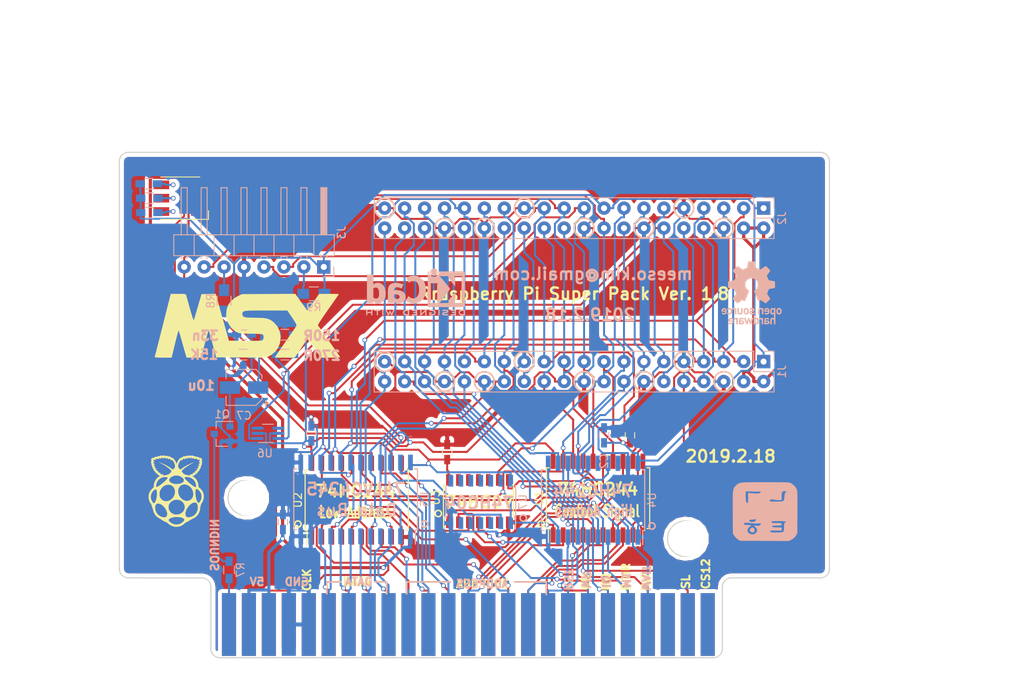
<source format=kicad_pcb>
(kicad_pcb (version 4) (host pcbnew 4.0.7)
  (layers (0 F.Cu mixed) (31 B.Cu mixed) (34 B.Paste user) (35 F.Paste user) (36 B.SilkS user) (37 F.SilkS user) (38 B.Mask user) (39 F.Mask user) (44 Edge.Cuts user))
  (net 0 "")
  (net 1 GND)
  (net 2 +5V)
  (net 3 /RD3)
  (net 4 /RD4)
  (net 5 /RD6)
  (net 6 /RD7)
  (net 7 /RD0)
  (net 8 /RD1)
  (net 9 /RD2)
  (net 10 /RD5)
  (net 11 /WAIT)
  (net 12 /INT)
  (net 13 /BUSDIR)
  (net 14 /IORQ)
  (net 15 /MREQ)
  (net 16 /WR)
  (net 17 /RD)
  (net 18 /RESET)
  (net 19 /A9)
  (net 20 /A15)
  (net 21 /A11)
  (net 22 /A10)
  (net 23 /A7)
  (net 24 /A6)
  (net 25 /A12)
  (net 26 /A8)
  (net 27 /A14)
  (net 28 /A13)
  (net 29 /A1)
  (net 30 /A0)
  (net 31 /A3)
  (net 32 /A2)
  (net 33 /A5)
  (net 34 /A4)
  (net 35 /D1)
  (net 36 /D0)
  (net 37 /D3)
  (net 38 /D2)
  (net 39 /D5)
  (net 40 /D4)
  (net 41 /D7)
  (net 42 /D6)
  (net 43 /CLK)
  (net 44 +3V3)
  (net 45 "Net-(P1-Pad5)")
  (net 46 "Net-(P1-Pad16)")
  (net 47 /RA8)
  (net 48 /RA11)
  (net 49 /RA15)
  (net 50 /RA12)
  (net 51 /RA13)
  (net 52 /RA14)
  (net 53 "Net-(P1-Pad1)")
  (net 54 "Net-(P1-Pad2)")
  (net 55 "Net-(P1-Pad3)")
  (net 56 /SLTSL)
  (net 57 "Net-(P1-Pad6)")
  (net 58 "Net-(P1-Pad44)")
  (net 59 "Net-(P1-Pad48)")
  (net 60 "Net-(P1-Pad50)")
  (net 61 /M1)
  (net 62 /RC17)
  (net 63 /RC18)
  (net 64 /RC27)
  (net 65 /RC23)
  (net 66 /RC24)
  (net 67 /RC19)
  (net 68 /RC26)
  (net 69 /SOUNDIN)
  (net 70 "Net-(D1-Pad4)")
  (net 71 "Net-(D1-Pad5)")
  (net 72 "Net-(D1-Pad6)")
  (net 73 /DAT_DIR)
  (net 74 /RC21)
  (net 75 /ADDR)
  (net 76 "Net-(C6-Pad1)")
  (net 77 "Net-(C7-Pad2)")
  (net 78 "Net-(R4-Pad1)")
  (net 79 "Net-(Q1-Pad3)")
  (net 80 "Net-(U6-Pad3)")
  (net 81 "Net-(U6-Pad4)")
  (net 82 /MOSI)
  (net 83 /MISO)
  (net 84 /RC16)
  (net 85 /RC20)
  (net 86 "Net-(U4-Pad16)")
  (net 87 "Net-(U4-Pad18)")
  (net 88 /CS)
  (net 89 "Net-(J3-Pad2)")
  (net 90 "Net-(J3-Pad6)")
  (module MSX:card_edge_connector (layer F.Cu) (at 156.464 106.68)
    (fp_text reference P1 hide)
    (fp_text value CONN_02X25)
    (pad "" np_thru_hole circle (at 29.12364 -7.78256) (size 4.5 4.5) (drill 4.5) (layers *.Cu *.Mask F.SilkS) (clearance 0.5))
    (pad 1 connect rect (at 31.73984 3.14744) (size 1.8 8) (layers B.Cu B.Mask) (net 53 "Net-(P1-Pad1)"))
    (pad 2 connect rect (at 31.73984 3.14744) (size 1.8 8) (layers F.Cu F.Mask) (net 54 "Net-(P1-Pad2)"))
    (pad 3 connect rect (at 29.19984 3.14744) (size 1.8 8) (layers B.Cu B.Mask) (net 55 "Net-(P1-Pad3)"))
    (pad 4 connect rect (at 29.19984 3.14744) (size 1.8 8) (layers F.Cu F.Mask) (net 56 /SLTSL))
    (pad 5 connect rect (at 26.65984 3.14744) (size 1.8 8) (layers B.Cu B.Mask) (net 45 "Net-(P1-Pad5)"))
    (pad 6 connect rect (at 26.65984 3.14744) (size 1.8 8) (layers F.Cu F.Mask) (net 57 "Net-(P1-Pad6)"))
    (pad 7 connect rect (at 24.11984 3.14744) (size 1.8 8) (layers B.Cu B.Mask) (net 11 /WAIT))
    (pad 8 connect rect (at 24.11984 3.14744) (size 1.8 8) (layers F.Cu F.Mask) (net 12 /INT))
    (pad 9 connect rect (at 21.57984 3.14744) (size 1.8 8) (layers B.Cu B.Mask) (net 61 /M1))
    (pad 10 connect rect (at 21.57984 3.14744) (size 1.8 8) (layers F.Cu F.Mask) (net 13 /BUSDIR))
    (pad 11 connect rect (at 19.03984 3.14744) (size 1.8 8) (layers B.Cu B.Mask) (net 14 /IORQ))
    (pad 12 connect rect (at 19.03984 3.14744) (size 1.8 8) (layers F.Cu F.Mask) (net 15 /MREQ))
    (pad 13 connect rect (at 16.49984 3.14744) (size 1.8 8) (layers B.Cu B.Mask) (net 16 /WR))
    (pad 14 connect rect (at 16.49984 3.14744) (size 1.8 8) (layers F.Cu F.Mask) (net 17 /RD))
    (pad 15 connect rect (at 13.95984 3.14744) (size 1.8 8) (layers B.Cu B.Mask) (net 18 /RESET))
    (pad 16 connect rect (at 13.95984 3.14744) (size 1.8 8) (layers F.Cu F.Mask) (net 46 "Net-(P1-Pad16)"))
    (pad 17 connect rect (at 11.41984 3.14744) (size 1.8 8) (layers B.Cu B.Mask) (net 19 /A9))
    (pad 18 connect rect (at 11.41984 3.14744) (size 1.8 8) (layers F.Cu F.Mask) (net 20 /A15))
    (pad 19 connect rect (at 8.87984 3.14744) (size 1.8 8) (layers B.Cu B.Mask) (net 21 /A11))
    (pad 20 connect rect (at 8.87984 3.14744) (size 1.8 8) (layers F.Cu F.Mask) (net 22 /A10))
    (pad 21 connect rect (at 6.33984 3.14744) (size 1.8 8) (layers B.Cu B.Mask) (net 23 /A7))
    (pad 22 connect rect (at 6.33984 3.14744) (size 1.8 8) (layers F.Cu F.Mask) (net 24 /A6))
    (pad 23 connect rect (at 3.79984 3.14744) (size 1.8 8) (layers B.Cu B.Mask) (net 25 /A12))
    (pad 24 connect rect (at 3.79984 3.14744) (size 1.8 8) (layers F.Cu F.Mask) (net 26 /A8))
    (pad 25 connect rect (at 1.25984 3.14744) (size 1.8 8) (layers B.Cu B.Mask) (net 27 /A14))
    (pad 26 connect rect (at 1.25984 3.14744) (size 1.8 8) (layers F.Cu F.Mask) (net 28 /A13))
    (pad 27 connect rect (at -1.28016 3.14744) (size 1.8 8) (layers B.Cu B.Mask) (net 29 /A1))
    (pad 28 connect rect (at -1.28016 3.14744) (size 1.8 8) (layers F.Cu F.Mask) (net 30 /A0))
    (pad 29 connect rect (at -3.82016 3.14744) (size 1.8 8) (layers B.Cu B.Mask) (net 31 /A3))
    (pad 30 connect rect (at -3.82016 3.14744) (size 1.8 8) (layers F.Cu F.Mask) (net 32 /A2))
    (pad 31 connect rect (at -6.36016 3.14744) (size 1.8 8) (layers B.Cu B.Mask) (net 33 /A5))
    (pad 32 connect rect (at -6.36016 3.14744) (size 1.8 8) (layers F.Cu F.Mask) (net 34 /A4))
    (pad 33 connect rect (at -8.90016 3.14744) (size 1.8 8) (layers B.Cu B.Mask) (net 35 /D1))
    (pad 34 connect rect (at -8.90016 3.14744) (size 1.8 8) (layers F.Cu F.Mask) (net 36 /D0))
    (pad 35 connect rect (at -11.44016 3.14744) (size 1.8 8) (layers B.Cu B.Mask) (net 37 /D3))
    (pad 36 connect rect (at -11.44016 3.14744) (size 1.8 8) (layers F.Cu F.Mask) (net 38 /D2))
    (pad 37 connect rect (at -13.98016 3.14744) (size 1.8 8) (layers B.Cu B.Mask) (net 39 /D5))
    (pad 38 connect rect (at -13.98016 3.14744) (size 1.8 8) (layers F.Cu F.Mask) (net 40 /D4))
    (pad 39 connect rect (at -16.52016 3.14744) (size 1.8 8) (layers B.Cu B.Mask) (net 41 /D7))
    (pad 40 connect rect (at -16.52016 3.14744) (size 1.8 8) (layers F.Cu F.Mask) (net 42 /D6))
    (pad 41 connect rect (at -19.06016 3.14744) (size 1.8 8) (layers B.Cu B.Mask) (net 1 GND))
    (pad 42 connect rect (at -19.06016 3.14744) (size 1.8 8) (layers F.Cu F.Mask) (net 43 /CLK))
    (pad 43 connect rect (at -21.60016 3.14744) (size 1.8 8) (layers B.Cu B.Mask) (net 1 GND))
    (pad 44 connect rect (at -21.60524 2.65468) (size 1.8 7) (layers F.Cu F.Mask) (net 58 "Net-(P1-Pad44)"))
    (pad 45 connect rect (at -24.14016 3.14744) (size 1.8 8) (layers B.Cu B.Mask) (net 2 +5V))
    (pad 46 connect rect (at -24.14016 3.14744) (size 1.8 8) (layers F.Cu F.Mask) (net 58 "Net-(P1-Pad44)"))
    (pad 47 connect rect (at -26.68016 3.14744) (size 1.8 8) (layers B.Cu B.Mask) (net 2 +5V))
    (pad 48 connect rect (at -26.68016 3.14744) (size 1.8 8) (layers F.Cu F.Mask) (net 59 "Net-(P1-Pad48)"))
    (pad 49 connect rect (at -29.22016 3.14744) (size 1.8 8) (layers B.Cu B.Mask) (net 69 /SOUNDIN))
    (pad 50 connect rect (at -29.22016 3.14744) (size 1.8 8) (layers F.Cu F.Mask) (net 60 "Net-(P1-Pad50)"))
    (pad "" np_thru_hole circle (at -26.87574 -12.98448) (size 4.5 4.5) (drill 4.5) (layers *.Cu *.Mask F.SilkS) (clearance 0.5))
  )
  (module Socket_Strips:Socket_Strip_Straight_2x20_Pitch2.54mm (layer B.Cu) (at 195.326 56.769 90)
    (fp_text reference J2 (at -1.27 2.33 90) (layer B.SilkS) (effects (justify mirror)))
    (fp_text value RPi_GPIO)
    (pad 1 thru_hole rect (at 0 0 90) (size 1.7 1.7) (drill 0.773) (layers *.Cu *.Mask) (net 44 +3V3))
    (pad 2 thru_hole oval (at -2.54 0 90) (size 1.7 1.7) (drill 0.773) (layers *.Cu *.Mask) (net 2 +5V))
    (pad 3 thru_hole oval (at 0 -2.54 90) (size 1.7 1.7) (drill 0.773) (layers *.Cu *.Mask) (net 9 /RD2))
    (pad 4 thru_hole oval (at -2.54 -2.54 90) (size 1.7 1.7) (drill 0.773) (layers *.Cu *.Mask) (net 2 +5V))
    (pad 5 thru_hole oval (at 0 -5.08 90) (size 1.7 1.7) (drill 0.773) (layers *.Cu *.Mask) (net 3 /RD3))
    (pad 6 thru_hole oval (at -2.54 -5.08 90) (size 1.7 1.7) (drill 0.773) (layers *.Cu *.Mask) (net 1 GND))
    (pad 7 thru_hole oval (at 0 -7.62 90) (size 1.7 1.7) (drill 0.773) (layers *.Cu *.Mask) (net 4 /RD4))
    (pad 8 thru_hole oval (at -2.54 -7.62 90) (size 1.7 1.7) (drill 0.773) (layers *.Cu *.Mask) (net 52 /RA14))
    (pad 9 thru_hole oval (at 0 -10.16 90) (size 1.7 1.7) (drill 0.773) (layers *.Cu *.Mask) (net 1 GND))
    (pad 10 thru_hole oval (at -2.54 -10.16 90) (size 1.7 1.7) (drill 0.773) (layers *.Cu *.Mask) (net 49 /RA15))
    (pad 11 thru_hole oval (at 0 -12.7 90) (size 1.7 1.7) (drill 0.773) (layers *.Cu *.Mask) (net 62 /RC17))
    (pad 12 thru_hole oval (at -2.54 -12.7 90) (size 1.7 1.7) (drill 0.773) (layers *.Cu *.Mask) (net 63 /RC18))
    (pad 13 thru_hole oval (at 0 -15.24 90) (size 1.7 1.7) (drill 0.773) (layers *.Cu *.Mask) (net 64 /RC27))
    (pad 14 thru_hole oval (at -2.54 -15.24 90) (size 1.7 1.7) (drill 0.773) (layers *.Cu *.Mask) (net 1 GND))
    (pad 15 thru_hole oval (at 0 -17.78 90) (size 1.7 1.7) (drill 0.773) (layers *.Cu *.Mask) (net 75 /ADDR))
    (pad 16 thru_hole oval (at -2.54 -17.78 90) (size 1.7 1.7) (drill 0.773) (layers *.Cu *.Mask) (net 65 /RC23))
    (pad 17 thru_hole oval (at 0 -20.32 90) (size 1.7 1.7) (drill 0.773) (layers *.Cu *.Mask) (net 44 +3V3))
    (pad 18 thru_hole oval (at -2.54 -20.32 90) (size 1.7 1.7) (drill 0.773) (layers *.Cu *.Mask) (net 66 /RC24))
    (pad 19 thru_hole oval (at 0 -22.86 90) (size 1.7 1.7) (drill 0.773) (layers *.Cu *.Mask) (net 82 /MOSI))
    (pad 20 thru_hole oval (at -2.54 -22.86 90) (size 1.7 1.7) (drill 0.773) (layers *.Cu *.Mask) (net 1 GND))
    (pad 21 thru_hole oval (at 0 -25.4 90) (size 1.7 1.7) (drill 0.773) (layers *.Cu *.Mask) (net 83 /MISO))
    (pad 22 thru_hole oval (at -2.54 -25.4 90) (size 1.7 1.7) (drill 0.773) (layers *.Cu *.Mask) (net 73 /DAT_DIR))
    (pad 23 thru_hole oval (at 0 -27.94 90) (size 1.7 1.7) (drill 0.773) (layers *.Cu *.Mask) (net 48 /RA11))
    (pad 24 thru_hole oval (at -2.54 -27.94 90) (size 1.7 1.7) (drill 0.773) (layers *.Cu *.Mask) (net 47 /RA8))
    (pad 25 thru_hole oval (at 0 -30.48 90) (size 1.7 1.7) (drill 0.773) (layers *.Cu *.Mask) (net 1 GND))
    (pad 26 thru_hole oval (at -2.54 -30.48 90) (size 1.7 1.7) (drill 0.773) (layers *.Cu *.Mask) (net 6 /RD7))
    (pad 27 thru_hole oval (at 0 -33.02 90) (size 1.7 1.7) (drill 0.773) (layers *.Cu *.Mask) (net 7 /RD0))
    (pad 28 thru_hole oval (at -2.54 -33.02 90) (size 1.7 1.7) (drill 0.773) (layers *.Cu *.Mask) (net 8 /RD1))
    (pad 29 thru_hole oval (at 0 -35.56 90) (size 1.7 1.7) (drill 0.773) (layers *.Cu *.Mask) (net 10 /RD5))
    (pad 30 thru_hole oval (at -2.54 -35.56 90) (size 1.7 1.7) (drill 0.773) (layers *.Cu *.Mask) (net 1 GND))
    (pad 31 thru_hole oval (at 0 -38.1 90) (size 1.7 1.7) (drill 0.773) (layers *.Cu *.Mask) (net 5 /RD6))
    (pad 32 thru_hole oval (at -2.54 -38.1 90) (size 1.7 1.7) (drill 0.773) (layers *.Cu *.Mask) (net 50 /RA12))
    (pad 33 thru_hole oval (at 0 -40.64 90) (size 1.7 1.7) (drill 0.773) (layers *.Cu *.Mask) (net 51 /RA13))
    (pad 34 thru_hole oval (at -2.54 -40.64 90) (size 1.7 1.7) (drill 0.773) (layers *.Cu *.Mask) (net 1 GND))
    (pad 35 thru_hole oval (at 0 -43.18 90) (size 1.7 1.7) (drill 0.773) (layers *.Cu *.Mask) (net 67 /RC19))
    (pad 36 thru_hole oval (at -2.54 -43.18 90) (size 1.7 1.7) (drill 0.773) (layers *.Cu *.Mask) (net 84 /RC16))
    (pad 37 thru_hole oval (at 0 -45.72 90) (size 1.7 1.7) (drill 0.773) (layers *.Cu *.Mask) (net 68 /RC26))
    (pad 38 thru_hole oval (at -2.54 -45.72 90) (size 1.7 1.7) (drill 0.773) (layers *.Cu *.Mask) (net 85 /RC20))
    (pad 39 thru_hole oval (at 0 -48.26 90) (size 1.7 1.7) (drill 0.772) (layers *.Cu *.Mask) (net 1 GND))
    (pad 40 thru_hole oval (at -2.54 -48.26 90) (size 1.7 1.7) (drill 0.773) (layers *.Cu *.Mask) (net 74 /RC21))
  )
  (module Socket_Strips:Socket_Strip_Straight_2x20_Pitch2.54mm (layer B.Cu) (at 195.326 76.327 90)
    (fp_text reference J1 (at -1.27 2.33 90) (layer B.SilkS) (effects (justify mirror)))
    (fp_text value RPi_GPIO)
    (pad 1 thru_hole rect (at 0 0 90) (size 1.7 1.7) (drill 0.773) (layers *.Cu *.Mask) (net 44 +3V3))
    (pad 2 thru_hole oval (at -2.54 0 90) (size 1.7 1.7) (drill 0.773) (layers *.Cu *.Mask) (net 2 +5V))
    (pad 3 thru_hole oval (at 0 -2.54 90) (size 1.7 1.7) (drill 0.773) (layers *.Cu *.Mask) (net 9 /RD2))
    (pad 4 thru_hole oval (at -2.54 -2.54 90) (size 1.7 1.7) (drill 0.773) (layers *.Cu *.Mask) (net 2 +5V))
    (pad 5 thru_hole oval (at 0 -5.08 90) (size 1.7 1.7) (drill 0.773) (layers *.Cu *.Mask) (net 3 /RD3))
    (pad 6 thru_hole oval (at -2.54 -5.08 90) (size 1.7 1.7) (drill 0.773) (layers *.Cu *.Mask) (net 1 GND))
    (pad 7 thru_hole oval (at 0 -7.62 90) (size 1.7 1.7) (drill 0.773) (layers *.Cu *.Mask) (net 4 /RD4))
    (pad 8 thru_hole oval (at -2.54 -7.62 90) (size 1.7 1.7) (drill 0.773) (layers *.Cu *.Mask) (net 52 /RA14))
    (pad 9 thru_hole oval (at 0 -10.16 90) (size 1.7 1.7) (drill 0.773) (layers *.Cu *.Mask) (net 1 GND))
    (pad 10 thru_hole oval (at -2.54 -10.16 90) (size 1.7 1.7) (drill 0.773) (layers *.Cu *.Mask) (net 49 /RA15))
    (pad 11 thru_hole oval (at 0 -12.7 90) (size 1.7 1.7) (drill 0.773) (layers *.Cu *.Mask) (net 62 /RC17))
    (pad 12 thru_hole oval (at -2.54 -12.7 90) (size 1.7 1.7) (drill 0.773) (layers *.Cu *.Mask) (net 63 /RC18))
    (pad 13 thru_hole oval (at 0 -15.24 90) (size 1.7 1.7) (drill 0.9) (layers *.Cu *.Mask) (net 64 /RC27))
    (pad 14 thru_hole oval (at -2.54 -15.24 90) (size 1.7 1.7) (drill 0.773) (layers *.Cu *.Mask) (net 1 GND))
    (pad 15 thru_hole oval (at 0 -17.78 90) (size 1.7 1.7) (drill 0.773) (layers *.Cu *.Mask) (net 75 /ADDR))
    (pad 16 thru_hole oval (at -2.54 -17.78 90) (size 1.7 1.7) (drill 0.773) (layers *.Cu *.Mask) (net 65 /RC23))
    (pad 17 thru_hole oval (at 0 -20.32 90) (size 1.7 1.7) (drill 0.773) (layers *.Cu *.Mask) (net 44 +3V3))
    (pad 18 thru_hole oval (at -2.54 -20.32 90) (size 1.7 1.7) (drill 0.773) (layers *.Cu *.Mask) (net 66 /RC24))
    (pad 19 thru_hole oval (at 0 -22.86 90) (size 1.7 1.7) (drill 0.773) (layers *.Cu *.Mask) (net 82 /MOSI))
    (pad 20 thru_hole oval (at -2.54 -22.86 90) (size 1.7 1.7) (drill 0.773) (layers *.Cu *.Mask) (net 1 GND))
    (pad 21 thru_hole oval (at 0 -25.4 90) (size 1.7 1.7) (drill 0.773) (layers *.Cu *.Mask) (net 83 /MISO))
    (pad 22 thru_hole oval (at -2.54 -25.4 90) (size 1.7 1.7) (drill 0.773) (layers *.Cu *.Mask) (net 73 /DAT_DIR))
    (pad 23 thru_hole oval (at 0 -27.94 90) (size 1.7 1.7) (drill 0.773) (layers *.Cu *.Mask) (net 48 /RA11))
    (pad 24 thru_hole oval (at -2.54 -27.94 90) (size 1.7 1.7) (drill 0.773) (layers *.Cu *.Mask) (net 47 /RA8))
    (pad 25 thru_hole oval (at 0 -30.48 90) (size 1.7 1.7) (drill 0.773) (layers *.Cu *.Mask) (net 1 GND))
    (pad 26 thru_hole oval (at -2.54 -30.48 90) (size 1.7 1.7) (drill 0.773) (layers *.Cu *.Mask) (net 6 /RD7))
    (pad 27 thru_hole oval (at 0 -33.02 90) (size 1.7 1.7) (drill 0.773) (layers *.Cu *.Mask) (net 7 /RD0))
    (pad 28 thru_hole oval (at -2.54 -33.02 90) (size 1.7 1.7) (drill 0.773) (layers *.Cu *.Mask) (net 8 /RD1))
    (pad 29 thru_hole oval (at 0 -35.56 90) (size 1.7 1.7) (drill 0.773) (layers *.Cu *.Mask) (net 10 /RD5))
    (pad 30 thru_hole oval (at -2.54 -35.56 90) (size 1.7 1.7) (drill 0.773) (layers *.Cu *.Mask) (net 1 GND))
    (pad 31 thru_hole oval (at 0 -38.1 90) (size 1.7 1.7) (drill 0.773) (layers *.Cu *.Mask) (net 5 /RD6))
    (pad 32 thru_hole oval (at -2.54 -38.1 90) (size 1.7 1.7) (drill 0.773) (layers *.Cu *.Mask) (net 50 /RA12))
    (pad 33 thru_hole oval (at 0 -40.64 90) (size 1.7 1.7) (drill 0.773) (layers *.Cu *.Mask) (net 51 /RA13))
    (pad 34 thru_hole oval (at -2.54 -40.64 90) (size 1.7 1.7) (drill 0.773) (layers *.Cu *.Mask) (net 1 GND))
    (pad 35 thru_hole oval (at 0 -43.18 90) (size 1.7 1.7) (drill 0.773) (layers *.Cu *.Mask) (net 67 /RC19))
    (pad 36 thru_hole oval (at -2.54 -43.18 90) (size 1.7 1.7) (drill 0.773) (layers *.Cu *.Mask) (net 84 /RC16))
    (pad 37 thru_hole oval (at 0 -45.72 90) (size 1.7 1.7) (drill 0.773) (layers *.Cu *.Mask) (net 68 /RC26))
    (pad 38 thru_hole oval (at -2.54 -45.72 90) (size 1.7 1.7) (drill 0.773) (layers *.Cu *.Mask) (net 85 /RC20))
    (pad 39 thru_hole oval (at 0 -48.26 90) (size 1.7 1.7) (drill 0.773) (layers *.Cu *.Mask) (net 1 GND))
    (pad 40 thru_hole oval (at -2.54 -48.26 90) (size 1.7 1.7) (drill 0.773) (layers *.Cu *.Mask) (net 74 /RC21))
  )
  (module MSX:msx-logo (layer F.Cu) (at 129.54 71.755)
    (fp_text reference G2 hide)
    (fp_text value LOGO hide)
  )
  (module Resistors_SMD:R_0603_HandSoldering (layer B.Cu) (at 117.094 57.3405 180)
    (fp_text reference R1 hide)
    (fp_text value R hide)
    (pad 1 smd rect (at -1.1 0 180) (size 1.2 0.9) (layers B.Cu B.Paste B.Mask) (net 72 "Net-(D1-Pad6)"))
    (pad 2 smd rect (at 1.1 0 180) (size 1.2 0.9) (layers B.Cu B.Paste B.Mask) (net 44 +3V3))
  )
  (module Resistors_SMD:R_0603_HandSoldering (layer B.Cu) (at 117.094 55.499 180)
    (fp_text reference R2 hide)
    (fp_text value R)
    (pad 1 smd rect (at -1.1 0 180) (size 1.2 0.9) (layers B.Cu B.Paste B.Mask) (net 71 "Net-(D1-Pad5)"))
    (pad 2 smd rect (at 1.1 0 180) (size 1.2 0.9) (layers B.Cu B.Paste B.Mask) (net 44 +3V3))
  )
  (module Capacitors_SMD:C_0603_HandSoldering (layer F.Cu) (at 137.732 85.471 90)
    (fp_text reference C3 hide)
    (fp_text value C)
    (pad 1 smd rect (at -0.95 0 90) (size 1.2 0.75) (layers F.Cu F.Paste F.Mask) (net 44 +3V3))
    (pad 2 smd rect (at 0.95 0 90) (size 1.2 0.75) (layers F.Cu F.Paste F.Mask) (net 1 GND))
  )
  (module Capacitors_SMD:C_0603_HandSoldering (layer F.Cu) (at 178.308 85.725 90)
    (fp_text reference C4 hide)
    (fp_text value C)
    (pad 1 smd rect (at -0.95 0 90) (size 1.2 0.75) (layers F.Cu F.Paste F.Mask) (net 44 +3V3))
    (pad 2 smd rect (at 0.95 0 90) (size 1.2 0.75) (layers F.Cu F.Paste F.Mask) (net 1 GND))
  )
  (module Capacitors_SMD:C_0603_HandSoldering (layer B.Cu) (at 137.732 85.471 90)
    (fp_text reference C5 hide)
    (fp_text value C)
    (pad 1 smd rect (at -0.95 0 90) (size 1.2 0.75) (layers B.Cu B.Paste B.Mask) (net 44 +3V3))
    (pad 2 smd rect (at 0.95 0 90) (size 1.2 0.75) (layers B.Cu B.Paste B.Mask) (net 1 GND))
  )
  (module Capacitors_SMD:C_0603_HandSoldering (layer B.Cu) (at 129.159 72.898 180)
    (fp_text reference C6 hide)
    (fp_text value C)
    (pad 1 smd rect (at -0.95 0 180) (size 1.2 0.75) (layers B.Cu B.Paste B.Mask) (net 76 "Net-(C6-Pad1)"))
    (pad 2 smd rect (at 0.95 0 180) (size 1.2 0.75) (layers B.Cu B.Paste B.Mask) (net 1 GND))
  )
  (module LEDs:LED_RGB_5050-6 (layer F.Cu) (at 121.031 55.499 180)
    (fp_text reference D1 hide)
    (fp_text value LED_RGB)
    (pad 1 smd rect (at -2.4 -1.7 270) (size 1.1 2) (layers F.Cu F.Paste F.Mask) (net 88 /CS))
    (pad 2 smd rect (at -2.4 0 270) (size 1.1 2) (layers F.Cu F.Paste F.Mask) (net 66 /RC24))
    (pad 3 smd rect (at -2.4 1.7 270) (size 1.1 2) (layers F.Cu F.Paste F.Mask) (net 73 /DAT_DIR))
    (pad 4 smd rect (at 2.4 1.7 270) (size 1.1 2) (layers F.Cu F.Paste F.Mask) (net 70 "Net-(D1-Pad4)"))
    (pad 5 smd rect (at 2.4 0 270) (size 1.1 2) (layers F.Cu F.Paste F.Mask) (net 71 "Net-(D1-Pad5)"))
    (pad 6 smd rect (at 2.4 -1.7 270) (size 1.1 2) (layers F.Cu F.Paste F.Mask) (net 72 "Net-(D1-Pad6)"))
  )
  (module Resistors_SMD:R_0603_HandSoldering (layer B.Cu) (at 117.03 53.6575 180)
    (fp_text reference R3 hide)
    (fp_text value R hide)
    (pad 1 smd rect (at -1.1 0 180) (size 1.2 0.9) (layers B.Cu B.Paste B.Mask) (net 70 "Net-(D1-Pad4)"))
    (pad 2 smd rect (at 1.1 0 180) (size 1.2 0.9) (layers B.Cu B.Paste B.Mask) (net 44 +3V3))
  )
  (module Resistors_SMD:R_0603_HandSoldering (layer B.Cu) (at 134.366 75.438)
    (fp_text reference R4 hide)
    (fp_text value R)
    (pad 1 smd rect (at -1.1 0) (size 1.2 0.9) (layers B.Cu B.Paste B.Mask) (net 78 "Net-(R4-Pad1)"))
    (pad 2 smd rect (at 1.1 0) (size 1.2 0.9) (layers B.Cu B.Paste B.Mask) (net 76 "Net-(C6-Pad1)"))
  )
  (module Resistors_SMD:R_0603_HandSoldering (layer B.Cu) (at 134.366 72.898 180)
    (fp_text reference R5 hide)
    (fp_text value R)
    (pad 1 smd rect (at -1.1 0 180) (size 1.2 0.9) (layers B.Cu B.Paste B.Mask) (net 76 "Net-(C6-Pad1)"))
    (pad 2 smd rect (at 1.1 0 180) (size 1.2 0.9) (layers B.Cu B.Paste B.Mask) (net 1 GND))
  )
  (module msx:raspberry_pi_logo (layer F.Cu) (at 120.523 92.837)
    (fp_text reference G1 hide)
    (fp_text value LOGO hide)
  )
  (module Symbols:KiCad-Logo2_6mm_SilkScreen (layer B.Cu) (at 151.003 67.437 180)
    (fp_text reference REF3 hide)
    (fp_text value KiCad-Logo2_6mm_SilkScreen hide)
  )
  (module Symbols:OSHW-Logo_7.5x8mm_SilkScreen (layer B.Cu) (at 193.802 67.564 180)
    (fp_text reference REF2 hide)
    (fp_text value OSHW-Logo_7.5x8mm_SilkScreen hide)
  )
  (module Housings_SOIC:SOIC-20W_7.5x12.8mm_Pitch1.27mm (layer B.Cu) (at 173.609 93.98 90)
    (fp_text reference U4 (at 0 7.5 90) (layer B.SilkS) (effects (justify mirror)))
    (fp_text value 74HC244)
    (pad 1 smd rect (at -4.7 5.715 90) (size 1.95 0.6) (layers B.Cu B.Paste B.Mask) (net 1 GND))
    (pad 2 smd rect (at -4.7 4.445 90) (size 1.95 0.6) (layers B.Cu B.Paste B.Mask) (net 43 /CLK))
    (pad 3 smd rect (at -4.7 3.175 90) (size 1.95 0.6) (layers B.Cu B.Paste B.Mask) (net 67 /RC19))
    (pad 4 smd rect (at -4.7 1.905 90) (size 1.95 0.6) (layers B.Cu B.Paste B.Mask) (net 61 /M1))
    (pad 5 smd rect (at -4.7 0.635 90) (size 1.95 0.6) (layers B.Cu B.Paste B.Mask) (net 68 /RC26))
    (pad 6 smd rect (at -4.7 -0.635 90) (size 1.95 0.6) (layers B.Cu B.Paste B.Mask) (net 16 /WR))
    (pad 7 smd rect (at -4.7 -1.905 90) (size 1.95 0.6) (layers B.Cu B.Paste B.Mask) (net 62 /RC17))
    (pad 8 smd rect (at -4.7 -3.175 90) (size 1.95 0.6) (layers B.Cu B.Paste B.Mask) (net 17 /RD))
    (pad 9 smd rect (at -4.7 -4.445 90) (size 1.95 0.6) (layers B.Cu B.Paste B.Mask) (net 84 /RC16))
    (pad 10 smd rect (at -4.7 -5.715 90) (size 1.95 0.6) (layers B.Cu B.Paste B.Mask) (net 1 GND))
    (pad 11 smd rect (at 4.7 -5.715 90) (size 1.95 0.6) (layers B.Cu B.Paste B.Mask) (net 18 /RESET))
    (pad 12 smd rect (at 4.7 -4.445 90) (size 1.95 0.6) (layers B.Cu B.Paste B.Mask) (net 85 /RC20))
    (pad 13 smd rect (at 4.7 -3.175 90) (size 1.95 0.6) (layers B.Cu B.Paste B.Mask) (net 56 /SLTSL))
    (pad 14 smd rect (at 4.7 -1.905 90) (size 1.95 0.6) (layers B.Cu B.Paste B.Mask) (net 64 /RC27))
    (pad 15 smd rect (at 4.7 -0.635 90) (size 1.95 0.6) (layers B.Cu B.Paste B.Mask) (net 15 /MREQ))
    (pad 16 smd rect (at 4.7 0.635 90) (size 1.95 0.6) (layers B.Cu B.Paste B.Mask) (net 86 "Net-(U4-Pad16)"))
    (pad 17 smd rect (at 4.7 1.905 90) (size 1.95 0.6) (layers B.Cu B.Paste B.Mask) (net 14 /IORQ))
    (pad 18 smd rect (at 4.7 3.175 90) (size 1.95 0.6) (layers B.Cu B.Paste B.Mask) (net 87 "Net-(U4-Pad18)"))
    (pad 19 smd rect (at 4.7 4.445 90) (size 1.95 0.6) (layers B.Cu B.Paste B.Mask) (net 1 GND))
    (pad 20 smd rect (at 4.7 5.715 90) (size 1.95 0.6) (layers B.Cu B.Paste B.Mask) (net 44 +3V3))
  )
  (module Housings_SOIC:SOIC-24W_7.5x15.4mm_Pitch1.27mm (layer B.Cu) (at 143.37 93.8784 90)
    (fp_text reference U5 (at 0 8.8 90) (layer B.SilkS) (effects (justify mirror)))
    (fp_text value LVC4245)
    (pad 1 smd rect (at -4.7 6.985 90) (size 2 0.6) (layers B.Cu B.Paste B.Mask) (net 2 +5V))
    (pad 2 smd rect (at -4.7 5.715 90) (size 2 0.6) (layers B.Cu B.Paste B.Mask) (net 73 /DAT_DIR))
    (pad 3 smd rect (at -4.7 4.445 90) (size 2 0.6) (layers B.Cu B.Paste B.Mask) (net 35 /D1))
    (pad 4 smd rect (at -4.7 3.175 90) (size 2 0.6) (layers B.Cu B.Paste B.Mask) (net 36 /D0))
    (pad 5 smd rect (at -4.7 1.905 90) (size 2 0.6) (layers B.Cu B.Paste B.Mask) (net 37 /D3))
    (pad 6 smd rect (at -4.7 0.635 90) (size 2 0.6) (layers B.Cu B.Paste B.Mask) (net 38 /D2))
    (pad 7 smd rect (at -4.7 -0.635 90) (size 2 0.6) (layers B.Cu B.Paste B.Mask) (net 39 /D5))
    (pad 8 smd rect (at -4.7 -1.905 90) (size 2 0.6) (layers B.Cu B.Paste B.Mask) (net 40 /D4))
    (pad 9 smd rect (at -4.7 -3.175 90) (size 2 0.6) (layers B.Cu B.Paste B.Mask) (net 41 /D7))
    (pad 10 smd rect (at -4.7 -4.445 90) (size 2 0.6) (layers B.Cu B.Paste B.Mask) (net 42 /D6))
    (pad 11 smd rect (at -4.7 -5.715 90) (size 2 0.6) (layers B.Cu B.Paste B.Mask) (net 1 GND))
    (pad 12 smd rect (at -4.7 -6.985 90) (size 2 0.6) (layers B.Cu B.Paste B.Mask) (net 1 GND))
    (pad 13 smd rect (at 4.7 -6.985 90) (size 2 0.6) (layers B.Cu B.Paste B.Mask) (net 1 GND))
    (pad 14 smd rect (at 4.7 -5.715 90) (size 2 0.6) (layers B.Cu B.Paste B.Mask) (net 5 /RD6))
    (pad 15 smd rect (at 4.7 -4.445 90) (size 2 0.6) (layers B.Cu B.Paste B.Mask) (net 6 /RD7))
    (pad 16 smd rect (at 4.7 -3.175 90) (size 2 0.6) (layers B.Cu B.Paste B.Mask) (net 4 /RD4))
    (pad 17 smd rect (at 4.7 -1.905 90) (size 2 0.6) (layers B.Cu B.Paste B.Mask) (net 10 /RD5))
    (pad 18 smd rect (at 4.7 -0.635 90) (size 2 0.6) (layers B.Cu B.Paste B.Mask) (net 9 /RD2))
    (pad 19 smd rect (at 4.7 0.635 90) (size 2 0.6) (layers B.Cu B.Paste B.Mask) (net 3 /RD3))
    (pad 20 smd rect (at 4.7 1.905 90) (size 2 0.6) (layers B.Cu B.Paste B.Mask) (net 7 /RD0))
    (pad 21 smd rect (at 4.7 3.175 90) (size 2 0.6) (layers B.Cu B.Paste B.Mask) (net 8 /RD1))
    (pad 22 smd rect (at 4.7 4.445 90) (size 2 0.6) (layers B.Cu B.Paste B.Mask) (net 88 /CS))
    (pad 23 smd rect (at 4.7 5.715 90) (size 2 0.6) (layers B.Cu B.Paste B.Mask) (net 44 +3V3))
    (pad 24 smd rect (at 4.7 6.985 90) (size 2 0.6) (layers B.Cu B.Paste B.Mask) (net 44 +3V3))
  )
  (module Housings_SOIC:SOIC-20W_7.5x12.8mm_Pitch1.27mm (layer F.Cu) (at 143.51 93.98 90)
    (fp_text reference U2 (at 0 -7.5 90) (layer F.SilkS))
    (fp_text value 74HC244)
    (pad 1 smd rect (at -4.7 -5.715 90) (size 1.95 0.6) (layers F.Cu F.Paste F.Mask) (net 75 /ADDR))
    (pad 2 smd rect (at -4.7 -4.445 90) (size 1.95 0.6) (layers F.Cu F.Paste F.Mask) (net 24 /A6))
    (pad 3 smd rect (at -4.7 -3.175 90) (size 1.95 0.6) (layers F.Cu F.Paste F.Mask) (net 9 /RD2))
    (pad 4 smd rect (at -4.7 -1.905 90) (size 1.95 0.6) (layers F.Cu F.Paste F.Mask) (net 23 /A7))
    (pad 5 smd rect (at -4.7 -0.635 90) (size 1.95 0.6) (layers F.Cu F.Paste F.Mask) (net 3 /RD3))
    (pad 6 smd rect (at -4.7 0.635 90) (size 1.95 0.6) (layers F.Cu F.Paste F.Mask) (net 34 /A4))
    (pad 7 smd rect (at -4.7 1.905 90) (size 1.95 0.6) (layers F.Cu F.Paste F.Mask) (net 7 /RD0))
    (pad 8 smd rect (at -4.7 3.175 90) (size 1.95 0.6) (layers F.Cu F.Paste F.Mask) (net 33 /A5))
    (pad 9 smd rect (at -4.7 4.445 90) (size 1.95 0.6) (layers F.Cu F.Paste F.Mask) (net 8 /RD1))
    (pad 10 smd rect (at -4.7 5.715 90) (size 1.95 0.6) (layers F.Cu F.Paste F.Mask) (net 1 GND))
    (pad 11 smd rect (at 4.7 5.715 90) (size 1.95 0.6) (layers F.Cu F.Paste F.Mask) (net 29 /A1))
    (pad 12 smd rect (at 4.7 4.445 90) (size 1.95 0.6) (layers F.Cu F.Paste F.Mask) (net 10 /RD5))
    (pad 13 smd rect (at 4.7 3.175 90) (size 1.95 0.6) (layers F.Cu F.Paste F.Mask) (net 30 /A0))
    (pad 14 smd rect (at 4.7 1.905 90) (size 1.95 0.6) (layers F.Cu F.Paste F.Mask) (net 4 /RD4))
    (pad 15 smd rect (at 4.7 0.635 90) (size 1.95 0.6) (layers F.Cu F.Paste F.Mask) (net 31 /A3))
    (pad 16 smd rect (at 4.7 -0.635 90) (size 1.95 0.6) (layers F.Cu F.Paste F.Mask) (net 6 /RD7))
    (pad 17 smd rect (at 4.7 -1.905 90) (size 1.95 0.6) (layers F.Cu F.Paste F.Mask) (net 32 /A2))
    (pad 18 smd rect (at 4.7 -3.175 90) (size 1.95 0.6) (layers F.Cu F.Paste F.Mask) (net 5 /RD6))
    (pad 19 smd rect (at 4.7 -4.445 90) (size 1.95 0.6) (layers F.Cu F.Paste F.Mask) (net 75 /ADDR))
    (pad 20 smd rect (at 4.7 -5.715 90) (size 1.95 0.6) (layers F.Cu F.Paste F.Mask) (net 44 +3V3))
  )
  (module Housings_SOIC:SOIC-14_3.9x8.7mm_Pitch1.27mm (layer F.Cu) (at 159.004 94.107 90)
    (fp_text reference U3 (at 0.4699 -5.4356 90) (layer F.SilkS))
    (fp_text value 74LS07)
    (pad 1 smd rect (at -2.7 -3.81 90) (size 1.5 0.6) (layers F.Cu F.Paste F.Mask) (net 65 /RC23))
    (pad 2 smd rect (at -2.7 -2.54 90) (size 1.5 0.6) (layers F.Cu F.Paste F.Mask) (net 12 /INT))
    (pad 3 smd rect (at -2.7 -1.27 90) (size 1.5 0.6) (layers F.Cu F.Paste F.Mask) (net 74 /RC21))
    (pad 4 smd rect (at -2.7 0 90) (size 1.5 0.6) (layers F.Cu F.Paste F.Mask) (net 13 /BUSDIR))
    (pad 5 smd rect (at -2.7 1.27 90) (size 1.5 0.6) (layers F.Cu F.Paste F.Mask))
    (pad 6 smd rect (at -2.7 2.54 90) (size 1.5 0.6) (layers F.Cu F.Paste F.Mask))
    (pad 7 smd rect (at -2.7 3.81 90) (size 1.5 0.6) (layers F.Cu F.Paste F.Mask) (net 1 GND))
    (pad 8 smd rect (at 2.7 3.81 90) (size 1.5 0.6) (layers F.Cu F.Paste F.Mask) (net 11 /WAIT))
    (pad 9 smd rect (at 2.7 2.54 90) (size 1.5 0.6) (layers F.Cu F.Paste F.Mask) (net 66 /RC24))
    (pad 10 smd rect (at 2.7 1.27 90) (size 1.5 0.6) (layers F.Cu F.Paste F.Mask))
    (pad 11 smd rect (at 2.7 0 90) (size 1.5 0.6) (layers F.Cu F.Paste F.Mask))
    (pad 12 smd rect (at 2.7 -1.27 90) (size 1.5 0.6) (layers F.Cu F.Paste F.Mask))
    (pad 13 smd rect (at 2.7 -2.54 90) (size 1.5 0.6) (layers F.Cu F.Paste F.Mask))
    (pad 14 smd rect (at 2.7 -3.81 90) (size 1.5 0.6) (layers F.Cu F.Paste F.Mask) (net 44 +3V3))
  )
  (module Housings_SOIC:SOIC-20W_7.5x12.8mm_Pitch1.27mm (layer F.Cu) (at 174.244 93.726 90)
    (fp_text reference U1 (at 0 -7.5 90) (layer F.SilkS))
    (fp_text value 74HC244)
    (pad 1 smd rect (at -4.7 -5.715 90) (size 1.95 0.6) (layers F.Cu F.Paste F.Mask) (net 75 /ADDR))
    (pad 2 smd rect (at -4.7 -4.445 90) (size 1.95 0.6) (layers F.Cu F.Paste F.Mask) (net 26 /A8))
    (pad 3 smd rect (at -4.7 -3.175 90) (size 1.95 0.6) (layers F.Cu F.Paste F.Mask) (net 50 /RA12))
    (pad 4 smd rect (at -4.7 -1.905 90) (size 1.95 0.6) (layers F.Cu F.Paste F.Mask) (net 19 /A9))
    (pad 5 smd rect (at -4.7 -0.635 90) (size 1.95 0.6) (layers F.Cu F.Paste F.Mask) (net 51 /RA13))
    (pad 6 smd rect (at -4.7 0.635 90) (size 1.95 0.6) (layers F.Cu F.Paste F.Mask) (net 22 /A10))
    (pad 7 smd rect (at -4.7 1.905 90) (size 1.95 0.6) (layers F.Cu F.Paste F.Mask) (net 52 /RA14))
    (pad 8 smd rect (at -4.7 3.175 90) (size 1.95 0.6) (layers F.Cu F.Paste F.Mask) (net 21 /A11))
    (pad 9 smd rect (at -4.7 4.445 90) (size 1.95 0.6) (layers F.Cu F.Paste F.Mask) (net 49 /RA15))
    (pad 10 smd rect (at -4.7 5.715 90) (size 1.95 0.6) (layers F.Cu F.Paste F.Mask) (net 1 GND))
    (pad 11 smd rect (at 4.7 5.715 90) (size 1.95 0.6) (layers F.Cu F.Paste F.Mask) (net 20 /A15))
    (pad 12 smd rect (at 4.7 4.445 90) (size 1.95 0.6) (layers F.Cu F.Paste F.Mask) (net 48 /RA11))
    (pad 13 smd rect (at 4.7 3.175 90) (size 1.95 0.6) (layers F.Cu F.Paste F.Mask) (net 27 /A14))
    (pad 14 smd rect (at 4.7 1.905 90) (size 1.95 0.6) (layers F.Cu F.Paste F.Mask) (net 82 /MOSI))
    (pad 15 smd rect (at 4.7 0.635 90) (size 1.95 0.6) (layers F.Cu F.Paste F.Mask) (net 28 /A13))
    (pad 16 smd rect (at 4.7 -0.635 90) (size 1.95 0.6) (layers F.Cu F.Paste F.Mask) (net 83 /MISO))
    (pad 17 smd rect (at 4.7 -1.905 90) (size 1.95 0.6) (layers F.Cu F.Paste F.Mask) (net 25 /A12))
    (pad 18 smd rect (at 4.7 -3.175 90) (size 1.95 0.6) (layers F.Cu F.Paste F.Mask) (net 47 /RA8))
    (pad 19 smd rect (at 4.7 -4.445 90) (size 1.95 0.6) (layers F.Cu F.Paste F.Mask) (net 75 /ADDR))
    (pad 20 smd rect (at 4.7 -5.715 90) (size 1.95 0.6) (layers F.Cu F.Paste F.Mask) (net 44 +3V3))
  )
  (module Capacitors_SMD:C_0603_HandSoldering (layer F.Cu) (at 155.029 87.8586 90)
    (fp_text reference C1 hide)
    (fp_text value C)
    (pad 1 smd rect (at -0.95 0 90) (size 1.2 0.75) (layers F.Cu F.Paste F.Mask) (net 44 +3V3))
    (pad 2 smd rect (at 0.95 0 90) (size 1.2 0.75) (layers F.Cu F.Paste F.Mask) (net 1 GND))
  )
  (module Capacitors_SMD:C_0603_HandSoldering (layer B.Cu) (at 175.006 85.725 90)
    (fp_text reference C2 (at -3.302 0 90) (layer B.SilkS) (effects (justify mirror)))
    (fp_text value C)
    (pad 1 smd rect (at -0.95 0 90) (size 1.2 0.75) (layers B.Cu B.Paste B.Mask) (net 44 +3V3))
    (pad 2 smd rect (at 0.95 0 90) (size 1.2 0.75) (layers B.Cu B.Paste B.Mask) (net 1 GND))
  )
  (module Capacitors_SMD:CP_Elec_4x4.5 (layer B.Cu) (at 129.159 79.629 180)
    (fp_text reference C7 (at 0 -3.58 360) (layer B.SilkS) (effects (justify mirror)))
    (fp_text value CP)
    (fp_text user + (at -2.78 -1.99 360) (layer B.SilkS) (effects (justify mirror)))
    (pad 1 smd rect (at -1.8 0) (size 2.6 1.6) (layers B.Cu B.Paste B.Mask) (net 76 "Net-(C6-Pad1)"))
    (pad 2 smd rect (at 1.8 0) (size 2.6 1.6) (layers B.Cu B.Paste B.Mask) (net 77 "Net-(C7-Pad2)"))
  )
  (module Capacitors_SMD:C_0603_HandSoldering (layer B.Cu) (at 134.112 96.774 270)
    (fp_text reference C8 hide)
    (fp_text value C)
    (pad 1 smd rect (at -0.95 0 270) (size 1.2 0.75) (layers B.Cu B.Paste B.Mask) (net 1 GND))
    (pad 2 smd rect (at 0.95 0 270) (size 1.2 0.75) (layers B.Cu B.Paste B.Mask) (net 2 +5V))
  )
  (module MSX:srxg (layer B.Cu) (at 195.58 95.885 180)
    (fp_text reference G*** hide)
    (fp_text value LOGO hide)
  )
  (module Resistors_SMD:R_0603_HandSoldering (layer B.Cu) (at 129.032 75.438)
    (fp_text reference R6 hide)
    (fp_text value R)
    (pad 1 smd rect (at -1.1 0) (size 1.2 0.9) (layers B.Cu B.Paste B.Mask) (net 2 +5V))
    (pad 2 smd rect (at 1.1 0) (size 1.2 0.9) (layers B.Cu B.Paste B.Mask) (net 77 "Net-(C7-Pad2)"))
  )
  (module Resistors_SMD:R_0603_HandSoldering (layer B.Cu) (at 127.254 102.87 90)
    (fp_text reference R7 (at 0 1.45 90) (layer B.SilkS) (effects (justify mirror)))
    (fp_text value R)
    (pad 1 smd rect (at -1.1 0 90) (size 1.2 0.9) (layers B.Cu B.Paste B.Mask) (net 69 /SOUNDIN))
    (pad 2 smd rect (at 1.1 0 90) (size 1.2 0.9) (layers B.Cu B.Paste B.Mask) (net 79 "Net-(Q1-Pad3)"))
  )
  (module TO_SOT_Packages_SMD:SOT-23 (layer B.Cu) (at 126.365 85.5345 180)
    (fp_text reference Q1 (at 0 2.5 180) (layer B.SilkS) (effects (justify mirror)))
    (fp_text value Q_NPN_BEC)
    (pad 1 smd rect (at -1 0.95 180) (size 0.9 0.8) (layers B.Cu B.Paste B.Mask) (net 77 "Net-(C7-Pad2)"))
    (pad 2 smd rect (at -1 -0.95 180) (size 0.9 0.8) (layers B.Cu B.Paste B.Mask) (net 1 GND))
    (pad 3 smd rect (at 1 0 180) (size 0.9 0.8) (layers B.Cu B.Paste B.Mask) (net 79 "Net-(Q1-Pad3)"))
  )
  (module TO_SOT_Packages_SMD:SOT-363_SC-70-6_Handsoldering (layer B.Cu) (at 132.207 85.471)
    (fp_text reference U6 (at -0.381 2.54) (layer B.SilkS) (effects (justify mirror)))
    (fp_text value NC7WZ16)
    (pad 1 smd rect (at -1.33 0.65) (size 1.5 0.4) (layers B.Cu B.Paste B.Mask) (net 63 /RC18))
    (pad 2 smd rect (at -1.33 0) (size 1.5 0.4) (layers B.Cu B.Paste B.Mask) (net 1 GND))
    (pad 3 smd rect (at -1.33 -0.65) (size 1.5 0.4) (layers B.Cu B.Paste B.Mask) (net 80 "Net-(U6-Pad3)"))
    (pad 4 smd rect (at 1.33 -0.65) (size 1.5 0.4) (layers B.Cu B.Paste B.Mask) (net 81 "Net-(U6-Pad4)"))
    (pad 5 smd rect (at 1.33 0) (size 1.5 0.4) (layers B.Cu B.Paste B.Mask) (net 44 +3V3))
    (pad 6 smd rect (at 1.33 0.65) (size 1.5 0.4) (layers B.Cu B.Paste B.Mask) (net 78 "Net-(R4-Pad1)"))
  )
  (module Pin_Headers:Pin_Header_Angled_1x08_Pitch2.54mm (layer B.Cu) (at 139.319 64.262 90)
    (fp_text reference J3 (at 4.385 2.27 90) (layer B.SilkS) (effects (justify mirror)))
    (fp_text value Conn_01x08)
    (pad 1 thru_hole rect (at 0 0 90) (size 1.7 1.7) (drill 0.773) (layers *.Cu *.Mask) (net 44 +3V3))
    (pad 2 thru_hole oval (at 0 -2.54 90) (size 1.7 1.7) (drill 0.773) (layers *.Cu *.Mask) (net 89 "Net-(J3-Pad2)"))
    (pad 3 thru_hole oval (at 0 -5.08 90) (size 1.7 1.7) (drill 0.773) (layers *.Cu *.Mask) (net 48 /RA11))
    (pad 4 thru_hole oval (at 0 -7.62 90) (size 1.7 1.7) (drill 0.773) (layers *.Cu *.Mask) (net 82 /MOSI))
    (pad 5 thru_hole oval (at 0 -10.16 90) (size 1.7 1.7) (drill 0.773) (layers *.Cu *.Mask) (net 1 GND))
    (pad 6 thru_hole oval (at 0 -12.7 90) (size 1.7 1.7) (drill 0.773) (layers *.Cu *.Mask) (net 90 "Net-(J3-Pad6)"))
    (pad 7 thru_hole oval (at 0 -15.24 90) (size 1.7 1.7) (drill 0.773) (layers *.Cu *.Mask) (net 83 /MISO))
    (pad 8 thru_hole oval (at 0 -17.78 90) (size 1.7 1.7) (drill 0.773) (layers *.Cu *.Mask) (net 88 /CS))
  )
  (module Housings_SOIC:SOIC-14_3.9x8.7mm_Pitch1.27mm (layer B.Cu) (at 159.309 94.2086 90)
    (fp_text reference U7 (at 0 5.375 90) (layer B.SilkS) (effects (justify mirror)))
    (fp_text value 74HC04)
    (pad 1 smd rect (at -2.7 3.81 90) (size 1.5 0.6) (layers B.Cu B.Paste B.Mask) (net 75 /ADDR))
    (pad 2 smd rect (at -2.7 2.54 90) (size 1.5 0.6) (layers B.Cu B.Paste B.Mask) (net 88 /CS))
    (pad 3 smd rect (at -2.7 1.27 90) (size 1.5 0.6) (layers B.Cu B.Paste B.Mask))
    (pad 4 smd rect (at -2.7 0 90) (size 1.5 0.6) (layers B.Cu B.Paste B.Mask))
    (pad 5 smd rect (at -2.7 -1.27 90) (size 1.5 0.6) (layers B.Cu B.Paste B.Mask))
    (pad 6 smd rect (at -2.7 -2.54 90) (size 1.5 0.6) (layers B.Cu B.Paste B.Mask))
    (pad 7 smd rect (at -2.7 -3.81 90) (size 1.5 0.6) (layers B.Cu B.Paste B.Mask) (net 1 GND))
    (pad 8 smd rect (at 2.7 -3.81 90) (size 1.5 0.6) (layers B.Cu B.Paste B.Mask))
    (pad 9 smd rect (at 2.7 -2.54 90) (size 1.5 0.6) (layers B.Cu B.Paste B.Mask))
    (pad 10 smd rect (at 2.7 -1.27 90) (size 1.5 0.6) (layers B.Cu B.Paste B.Mask))
    (pad 11 smd rect (at 2.7 0 90) (size 1.5 0.6) (layers B.Cu B.Paste B.Mask))
    (pad 12 smd rect (at 2.7 1.27 90) (size 1.5 0.6) (layers B.Cu B.Paste B.Mask))
    (pad 13 smd rect (at 2.7 2.54 90) (size 1.5 0.6) (layers B.Cu B.Paste B.Mask))
    (pad 14 smd rect (at 2.7 3.81 90) (size 1.5 0.6) (layers B.Cu B.Paste B.Mask) (net 44 +3V3))
  )
  (module Resistors_SMD:R_0805_HandSoldering (layer B.Cu) (at 126.619 68.58 270)
    (fp_text reference R8 (at 0 1.7 270) (layer B.SilkS) (effects (justify mirror)))
    (fp_text value R)
    (pad 1 smd rect (at -1.35 0 270) (size 1.5 1.3) (layers B.Cu B.Paste B.Mask) (net 90 "Net-(J3-Pad6)"))
    (pad 2 smd rect (at 1.35 0 270) (size 1.5 1.3) (layers B.Cu B.Paste B.Mask) (net 44 +3V3))
  )
  (module Resistors_SMD:R_0805_HandSoldering (layer B.Cu) (at 138.049 67.691)
    (fp_text reference R9 (at 0 1.7) (layer B.SilkS) (effects (justify mirror)))
    (fp_text value R)
    (pad 1 smd rect (at -1.35 0) (size 1.5 1.3) (layers B.Cu B.Paste B.Mask) (net 89 "Net-(J3-Pad2)"))
    (pad 2 smd rect (at 1.35 0) (size 1.5 1.3) (layers B.Cu B.Paste B.Mask) (net 44 +3V3))
  )
  (gr_circle (center 164.719 96.266) (end 165.1 96.393) (layer B.SilkS) (width 0.2))
  (gr_text 74HC04 (at 159.131 94.361) (layer B.SilkS) (effects (font (size 1.5 1.5) (thickness 0.3)) (justify mirror)))
  (gr_text 15K (at 124.079 75.438) (layer B.SilkS) (effects (font (size 1.2 1.2) (thickness 0.3)) (justify mirror)))
  (gr_circle (center 153.8986 95.686591) (end 154.2796 95.813591) (layer F.SilkS) (width 0.2))
  (gr_circle (center 147.066 56.769) (end 147.955 57.658) (layer F.SilkS) (width 0.2))
  (gr_circle (center 159.766 59.321765) (end 160.655 60.210765) (layer F.SilkS) (width 0.2))
  (gr_circle (center 164.846 56.756235) (end 165.735 57.645235) (layer F.SilkS) (width 0.2))
  (gr_circle (center 172.466 59.296235) (end 173.355 60.185235) (layer F.SilkS) (width 0.2))
  (gr_circle (center 180.086 59.296235) (end 180.975 60.185235) (layer F.SilkS) (width 0.2))
  (gr_circle (center 190.246 59.296235) (end 191.135 60.185235) (layer F.SilkS) (width 0.2))
  (gr_circle (center 185.166 56.756235) (end 186.055 57.645235) (layer F.SilkS) (width 0.2))
  (gr_circle (center 147.078765 56.769) (end 147.967765 55.88) (layer B.SilkS) (width 0.2))
  (gr_circle (center 159.766 59.321765) (end 160.655 58.432765) (layer B.SilkS) (width 0.2))
  (gr_circle (center 164.846 56.756235) (end 165.735 55.867235) (layer B.SilkS) (width 0.2))
  (gr_circle (center 172.466 59.296235) (end 173.355 58.407235) (layer B.SilkS) (width 0.2))
  (gr_circle (center 180.086 59.296235) (end 180.975 58.407235) (layer B.SilkS) (width 0.2))
  (gr_circle (center 185.166 56.756235) (end 186.055 55.867235) (layer B.SilkS) (width 0.2))
  (gr_circle (center 190.246 59.296235) (end 191.135 58.407235) (layer B.SilkS) (width 0.2))
  (gr_circle (center 154.698765 59.309) (end 155.587765 58.42) (layer B.SilkS) (width 0.2))
  (gr_circle (center 154.698765 59.309) (end 155.587765 60.198) (layer F.SilkS) (width 0.2))
  (gr_circle (center 154.698765 78.867) (end 155.587765 79.756) (layer F.SilkS) (width 0.2))
  (gr_circle (center 154.698765 78.867) (end 155.587765 77.978) (layer B.SilkS) (width 0.2))
  (gr_text 2019.2.18 (at 191.135 88.392) (layer F.SilkS) (effects (font (size 1.5 1.5) (thickness 0.3))))
  (gr_circle (center 190.246 78.854235) (end 191.135 77.965235) (layer B.SilkS) (width 0.2))
  (gr_circle (center 185.166 76.314235) (end 186.055 75.425235) (layer B.SilkS) (width 0.2))
  (gr_circle (center 180.086 78.854235) (end 180.975 77.965235) (layer B.SilkS) (width 0.2))
  (gr_circle (center 172.466 78.854235) (end 173.355 77.965235) (layer B.SilkS) (width 0.2))
  (gr_circle (center 164.846 76.314235) (end 165.735 75.425235) (layer B.SilkS) (width 0.2))
  (gr_circle (center 159.766 78.879765) (end 160.655 77.990765) (layer B.SilkS) (width 0.2))
  (gr_circle (center 147.078765 76.327) (end 147.967765 75.438) (layer B.SilkS) (width 0.2))
  (gr_text 74HC07 (at 159.131 94.234) (layer F.SilkS) (effects (font (size 1.5 1.5) (thickness 0.3))))
  (gr_text 10u (at 123.698 79.375) (layer B.SilkS) (effects (font (size 1.2 1.2) (thickness 0.3)) (justify mirror)))
  (gr_text 150R (at 139.065 73.025) (layer B.SilkS) (effects (font (size 1.2 1.2) (thickness 0.3)) (justify mirror)))
  (gr_text 33n (at 124.206 73.025) (layer B.SilkS) (effects (font (size 1.2 1.2) (thickness 0.3)) (justify mirror)))
  (gr_text 270R (at 139.065 75.565) (layer B.SilkS) (effects (font (size 1.2 1.2) (thickness 0.3)) (justify mirror)))
  (gr_text "Control Signal" (at 174.117 95.3897) (layer F.SilkS) (effects (font (size 1.5 1) (thickness 0.25))))
  (gr_text "Low Address" (at 143.383 95.504) (layer F.SilkS) (effects (font (size 1.5 1) (thickness 0.25))))
  (gr_text "Data Bus" (at 143.51 95.25) (layer B.SilkS) (effects (font (size 1.5 1.5) (thickness 0.25)) (justify mirror)))
  (gr_text "High Address" (at 173.736 95.377) (layer B.SilkS) (effects (font (size 1.5 1) (thickness 0.25)) (justify mirror)))
  (gr_circle (center 185.166 76.314235) (end 186.055 77.203235) (layer F.SilkS) (width 0.2))
  (gr_circle (center 190.246 78.854235) (end 191.135 79.743235) (layer F.SilkS) (width 0.2))
  (gr_circle (center 180.086 78.854235) (end 180.975 79.743235) (layer F.SilkS) (width 0.2))
  (gr_circle (center 172.466 78.854235) (end 173.355 79.743235) (layer F.SilkS) (width 0.2))
  (gr_circle (center 164.846 76.314235) (end 165.735 77.203235) (layer F.SilkS) (width 0.2))
  (gr_circle (center 159.766 78.879765) (end 160.655 79.768765) (layer F.SilkS) (width 0.2))
  (gr_circle (center 147.066 76.327) (end 147.955 77.216) (layer F.SilkS) (width 0.2))
  (gr_circle (center 181.102 97.282) (end 181.483 97.409) (layer B.SilkS) (width 0.2))
  (gr_text 74HC244 (at 174.2313 92.5957) (layer F.SilkS) (effects (font (size 1.5 1.5) (thickness 0.3))))
  (gr_text SOUNDIN (at 125.349 99.695 270) (layer B.SilkS) (effects (font (size 1 1) (thickness 0.25)) (justify mirror)))
  (gr_circle (center 167.005 97.0026) (end 167.386 97.1296) (layer F.SilkS) (width 0.2))
  (gr_circle (center 136.017 97.028) (end 136.398 97.155) (layer F.SilkS) (width 0.2))
  (gr_text 74HC244 (at 143.383 92.837) (layer F.SilkS) (effects (font (size 1.5 1.5) (thickness 0.3))))
  (gr_circle (center 152.146 97.007391) (end 152.527 97.134391) (layer B.SilkS) (width 0.2))
  (gr_text 74LVC4245 (at 143.383 92.583) (layer B.SilkS) (effects (font (size 1.5 1.5) (thickness 0.3)) (justify mirror)))
  (gr_text 74HC244 (at 173.609 92.837) (layer B.SilkS) (effects (font (size 1.5 1.5) (thickness 0.3)) (justify mirror)))
  (gr_line (start 167.64 104.394) (end 163.576 104.394) (angle 90) (layer F.SilkS) (width 0.2))
  (gr_line (start 167.64 105.918) (end 167.64 104.394) (angle 90) (layer F.SilkS) (width 0.2))
  (gr_line (start 167.64 104.394) (end 163.576 104.394) (angle 90) (layer B.SilkS) (width 0.2))
  (gr_line (start 167.64 106.045) (end 167.64 104.394) (angle 90) (layer B.SilkS) (width 0.2))
  (gr_line (start 149.86 104.394) (end 155.448 104.394) (angle 90) (layer B.SilkS) (width 0.2))
  (gr_line (start 149.86 105.918) (end 149.86 104.394) (angle 90) (layer B.SilkS) (width 0.2))
  (gr_line (start 147.32 104.394) (end 145.796 104.394) (angle 90) (layer B.SilkS) (width 0.2))
  (gr_line (start 147.32 105.918) (end 147.32 104.394) (angle 90) (layer B.SilkS) (width 0.2))
  (gr_line (start 139.7 104.394) (end 141.478 104.394) (angle 90) (layer B.SilkS) (width 0.2))
  (gr_line (start 139.7 105.918) (end 139.7 104.394) (angle 90) (layer B.SilkS) (width 0.2))
  (gr_text ADDRESS (at 159.512 104.648) (layer B.SilkS) (effects (font (size 1 1) (thickness 0.25)) (justify mirror)))
  (gr_text DATA (at 143.764 104.394) (layer B.SilkS) (effects (font (size 1 1) (thickness 0.25)) (justify mirror)))
  (gr_line (start 124.9426 112.9157) (end 124.9426 105.0417) (layer Edge.Cuts) (width 0.15))
  (gr_line (start 114.427 103.886) (end 123.7996 103.8987) (layer Edge.Cuts) (width 0.15))
  (gr_arc (start 114.427 102.743) (end 114.427 103.886) (angle 90) (layer Edge.Cuts) (width 0.15))
  (gr_arc (start 123.7996 105.0417) (end 123.7996 103.8987) (angle 90) (layer Edge.Cuts) (width 0.15))
  (gr_line (start 191.2239 103.886) (end 202.565 103.886) (layer Edge.Cuts) (width 0.15))
  (gr_arc (start 202.565 102.743) (end 202.565 103.886) (angle -90) (layer Edge.Cuts) (width 0.15))
  (gr_line (start 190.0809 112.9157) (end 190.0809 105.029) (layer Edge.Cuts) (width 0.15))
  (gr_arc (start 191.2239 105.029) (end 191.2239 103.886) (angle -90) (layer Edge.Cuts) (width 0.15))
  (gr_text 2019.2.18 (at 173.228 70.358) (layer B.SilkS) (effects (font (size 1.5 1.5) (thickness 0.3)) (justify mirror)))
  (gr_text CLK (at 137.16 104.14 90) (layer F.SilkS) (effects (font (size 1 1) (thickness 0.25))))
  (gr_text CS12 (at 187.96 103.378 90) (layer F.SilkS) (effects (font (size 1 1) (thickness 0.25))))
  (gr_text 5V (at 130.81 104.394) (layer B.SilkS) (effects (font (size 1 1) (thickness 0.25)) (justify mirror)))
  (gr_text GND (at 135.89 104.394) (layer B.SilkS) (effects (font (size 1 1) (thickness 0.25)) (justify mirror)))
  (gr_line (start 166.878 104.394) (end 163.576 104.394) (angle 90) (layer F.SilkS) (width 0.2))
  (gr_line (start 152.146 104.394) (end 155.448 104.394) (angle 90) (layer F.SilkS) (width 0.2))
  (gr_text DATA (at 143.51 104.394) (layer F.SilkS) (effects (font (size 1 1) (thickness 0.25))))
  (gr_line (start 139.7 104.394) (end 141.478 104.394) (angle 90) (layer F.SilkS) (width 0.2))
  (gr_line (start 139.7 105.918) (end 139.7 104.394) (angle 90) (layer F.SilkS) (width 0.2))
  (gr_line (start 147.32 104.394) (end 145.796 104.394) (angle 90) (layer F.SilkS) (width 0.2))
  (gr_line (start 147.32 105.918) (end 147.32 104.394) (angle 90) (layer F.SilkS) (width 0.2))
  (gr_line (start 149.86 104.394) (end 152.146 104.394) (angle 90) (layer F.SilkS) (width 0.2))
  (gr_line (start 149.86 105.918) (end 149.86 104.394) (angle 90) (layer F.SilkS) (width 0.2))
  (gr_text ADDRESS (at 159.512 104.648) (layer F.SilkS) (effects (font (size 1 1) (thickness 0.25))))
  (gr_text WR (at 172.72 104.14 270) (layer B.SilkS) (effects (font (size 1 1) (thickness 0.25)) (justify mirror)))
  (gr_text IQ (at 175.26 104.394 270) (layer B.SilkS) (effects (font (size 1 1) (thickness 0.25)) (justify mirror)))
  (gr_text M1 (at 177.8 104.14 270) (layer B.SilkS) (effects (font (size 1 1) (thickness 0.25)) (justify mirror)))
  (gr_text WAIT (at 180.34 103.886 270) (layer B.SilkS) (effects (font (size 1 1) (thickness 0.25)) (justify mirror)))
  (gr_text INT (at 180.34 104.394 90) (layer F.SilkS) (effects (font (size 1 1) (thickness 0.25))))
  (gr_text RST (at 170.434 104.14 270) (layer B.SilkS) (effects (font (size 1 1) (thickness 0.25)) (justify mirror)))
  (gr_text MQ (at 175.26 104.394 90) (layer F.SilkS) (effects (font (size 1 1) (thickness 0.25))))
  (gr_text RD (at 172.72 104.394 90) (layer F.SilkS) (effects (font (size 1 1) (thickness 0.25))))
  (gr_text SL (at 185.42 104.394 90) (layer F.SilkS) (effects (font (size 1 1) (thickness 0.25))))
  (gr_text BDIR (at 177.8 103.759 90) (layer F.SilkS) (effects (font (size 1 1) (thickness 0.25))))
  (gr_text meeso.kim@gmail.com (at 173.609 65.151) (layer B.SilkS) (effects (font (size 1.5 1.5) (thickness 0.3)) (justify mirror)))
  (gr_text "Rraspberry Pi Super Pack Ver. 1.8" (at 171.196 67.691) (layer F.SilkS) (effects (font (size 1.5 1.5) (thickness 0.3))))
  (gr_circle (center 129.3368 93.6879) (end 130.9878 95.1611) (layer Edge.Cuts) (width 0.15))
  (gr_circle (center 185.3438 98.8949) (end 187.1472 100.2538) (layer Edge.Cuts) (width 0.15))
  (gr_arc (start 202.565 50.8) (end 202.565 49.657) (angle 90) (layer Edge.Cuts) (width 0.15))
  (gr_arc (start 114.427 50.8) (end 113.284 50.8) (angle 90) (layer Edge.Cuts) (width 0.15))
  (gr_arc (start 188.9379 112.9157) (end 188.9379 114.0587) (angle -90) (layer Edge.Cuts) (width 0.15))
  (gr_arc (start 126.0856 112.9157) (end 126.0856 114.0587) (angle 90) (layer Edge.Cuts) (width 0.15))
  (gr_line (start 203.708 102.743) (end 203.708 50.8) (angle 90) (layer Edge.Cuts) (width 0.15))
  (gr_line (start 126.0856 114.0587) (end 188.9379 114.0587) (angle 90) (layer Edge.Cuts) (width 0.15))
  (gr_line (start 113.284 50.8) (end 113.284 102.743) (angle 90) (layer Edge.Cuts) (width 0.15))
  (gr_line (start 202.565 49.657) (end 114.427 49.657) (angle 90) (layer Edge.Cuts) (width 0.15))
  (via (at 137.6933 83.39) (size 0.6) (layers F.Cu B.Cu) (net 1))
  (via (at 179.6978 96.9432) (size 0.6) (layers F.Cu B.Cu) (net 1))
  (via (at 161.7333 98.4204) (size 0.6) (layers F.Cu B.Cu) (net 1))
  (via (at 141.2758 95.9824) (size 0.6) (layers F.Cu B.Cu) (net 1))
  (segment (start 134.112 95.824) (end 134.8123 95.824) (width 0.25) (layer B.Cu) (net 1))
  (segment (start 133.266 72.898) (end 132.3407 72.898) (width 0.25) (layer B.Cu) (net 1))
  (segment (start 134.8638 109.8274) (end 134.8638 105.5021) (width 0.25) (layer B.Cu) (net 1))
  (segment (start 137.4038 109.8274) (end 137.4038 105.5021) (width 0.25) (layer B.Cu) (net 1))
  (segment (start 147.066 76.327) (end 147.5049 76.327) (width 0.25) (layer F.Cu) (net 1))
  (segment (start 181.2613 78.4996) (end 181.2613 78.867) (width 0.25) (layer F.Cu) (net 1))
  (segment (start 182.0692 77.6917) (end 181.2613 78.4996) (width 0.25) (layer F.Cu) (net 1))
  (segment (start 182.9934 77.6917) (end 182.0692 77.6917) (width 0.25) (layer F.Cu) (net 1))
  (segment (start 183.9907 76.6944) (end 182.9934 77.6917) (width 0.25) (layer F.Cu) (net 1))
  (segment (start 183.9907 76.327) (end 183.9907 76.6944) (width 0.25) (layer F.Cu) (net 1))
  (segment (start 185.166 76.327) (end 183.9907 76.327) (width 0.25) (layer F.Cu) (net 1))
  (segment (start 180.086 78.867) (end 181.2613 78.867) (width 0.25) (layer F.Cu) (net 1))
  (segment (start 186.5307 77.6917) (end 185.166 76.327) (width 0.25) (layer F.Cu) (net 1))
  (segment (start 188.2628 77.6917) (end 186.5307 77.6917) (width 0.25) (layer F.Cu) (net 1))
  (segment (start 189.0707 78.4996) (end 188.2628 77.6917) (width 0.25) (layer F.Cu) (net 1))
  (segment (start 189.0707 78.867) (end 189.0707 78.4996) (width 0.25) (layer F.Cu) (net 1))
  (segment (start 190.246 78.867) (end 189.0707 78.867) (width 0.25) (layer F.Cu) (net 1))
  (segment (start 137.732 84.521) (end 138.4323 84.521) (width 0.25) (layer F.Cu) (net 1))
  (segment (start 155.029 86.9086) (end 154.3287 86.9086) (width 0.25) (layer F.Cu) (net 1))
  (segment (start 137.732 84.521) (end 137.732 83.5957) (width 0.25) (layer F.Cu) (net 1))
  (segment (start 137.6933 83.557) (end 137.732 83.5957) (width 0.25) (layer F.Cu) (net 1))
  (segment (start 137.6933 83.39) (end 137.6933 83.557) (width 0.25) (layer F.Cu) (net 1))
  (segment (start 136.385 98.5784) (end 136.385 99.9037) (width 0.25) (layer B.Cu) (net 1))
  (segment (start 134.8638 105.5021) (end 137.4038 105.5021) (width 0.25) (layer B.Cu) (net 1))
  (segment (start 137.4038 100.9225) (end 136.385 99.9037) (width 0.25) (layer B.Cu) (net 1))
  (segment (start 137.4038 105.5021) (end 137.4038 100.9225) (width 0.25) (layer B.Cu) (net 1))
  (segment (start 137.655 98.5784) (end 137.655 97.9157) (width 0.25) (layer B.Cu) (net 1))
  (segment (start 136.385 98.5784) (end 136.385 97.9157) (width 0.25) (layer B.Cu) (net 1))
  (segment (start 136.385 97.9157) (end 136.385 97.2531) (width 0.25) (layer B.Cu) (net 1))
  (segment (start 136.2414 97.2531) (end 136.385 97.2531) (width 0.25) (layer B.Cu) (net 1))
  (segment (start 134.8123 95.824) (end 136.2414 97.2531) (width 0.25) (layer B.Cu) (net 1))
  (segment (start 180.086 78.867) (end 179.4984 78.867) (width 0.25) (layer F.Cu) (net 1))
  (segment (start 179.4984 84.2849) (end 179.0083 84.775) (width 0.25) (layer F.Cu) (net 1))
  (segment (start 179.4984 78.867) (end 179.4984 84.2849) (width 0.25) (layer F.Cu) (net 1))
  (segment (start 178.308 84.775) (end 179.0083 84.775) (width 0.25) (layer F.Cu) (net 1))
  (segment (start 172.466 78.867) (end 172.466 77.6917) (width 0.25) (layer B.Cu) (net 1))
  (segment (start 129.159 64.262) (end 129.159 65.4373) (width 0.25) (layer B.Cu) (net 1))
  (segment (start 129.159 65.4373) (end 129.159 71.4888) (width 0.25) (layer B.Cu) (net 1))
  (segment (start 130.9315 71.4888) (end 132.3407 72.898) (width 0.25) (layer B.Cu) (net 1))
  (segment (start 129.159 71.4888) (end 130.9315 71.4888) (width 0.25) (layer B.Cu) (net 1))
  (segment (start 128.4501 72.1977) (end 128.209 72.1977) (width 0.25) (layer B.Cu) (net 1))
  (segment (start 129.159 71.4888) (end 128.4501 72.1977) (width 0.25) (layer B.Cu) (net 1))
  (segment (start 128.209 72.898) (end 128.209 72.1977) (width 0.25) (layer B.Cu) (net 1))
  (segment (start 125.7314 76.0759) (end 128.209 73.5983) (width 0.25) (layer B.Cu) (net 1))
  (segment (start 125.7314 84.3069) (end 125.7314 76.0759) (width 0.25) (layer B.Cu) (net 1))
  (segment (start 127.1837 85.7592) (end 125.7314 84.3069) (width 0.25) (layer B.Cu) (net 1))
  (segment (start 127.365 85.7592) (end 127.1837 85.7592) (width 0.25) (layer B.Cu) (net 1))
  (segment (start 128.209 72.898) (end 128.209 73.5983) (width 0.25) (layer B.Cu) (net 1))
  (segment (start 164.846 56.769) (end 163.6707 56.769) (width 0.25) (layer F.Cu) (net 1))
  (segment (start 185.166 62.706) (end 185.166 76.327) (width 0.25) (layer B.Cu) (net 1))
  (segment (start 183.9596 61.4996) (end 185.166 62.706) (width 0.25) (layer B.Cu) (net 1))
  (segment (start 183.9596 58.7834) (end 183.9596 61.4996) (width 0.25) (layer B.Cu) (net 1))
  (segment (start 184.7987 57.9443) (end 183.9596 58.7834) (width 0.25) (layer B.Cu) (net 1))
  (segment (start 185.166 57.9443) (end 184.7987 57.9443) (width 0.25) (layer B.Cu) (net 1))
  (segment (start 185.166 56.769) (end 185.166 57.9443) (width 0.25) (layer B.Cu) (net 1))
  (segment (start 183.9907 57.1364) (end 183.9907 56.769) (width 0.25) (layer F.Cu) (net 1))
  (segment (start 183.1828 57.9443) (end 183.9907 57.1364) (width 0.25) (layer F.Cu) (net 1))
  (segment (start 181.4507 57.9443) (end 183.1828 57.9443) (width 0.25) (layer F.Cu) (net 1))
  (segment (start 180.086 59.309) (end 181.4507 57.9443) (width 0.25) (layer F.Cu) (net 1))
  (segment (start 185.166 56.769) (end 184.5784 56.769) (width 0.25) (layer F.Cu) (net 1))
  (segment (start 184.5784 56.769) (end 183.9907 56.769) (width 0.25) (layer F.Cu) (net 1))
  (segment (start 189.0707 58.9416) (end 189.0707 59.309) (width 0.25) (layer F.Cu) (net 1))
  (segment (start 188.2628 58.1337) (end 189.0707 58.9416) (width 0.25) (layer F.Cu) (net 1))
  (segment (start 185.9431 58.1337) (end 188.2628 58.1337) (width 0.25) (layer F.Cu) (net 1))
  (segment (start 184.5784 56.769) (end 185.9431 58.1337) (width 0.25) (layer F.Cu) (net 1))
  (segment (start 190.246 59.309) (end 189.0707 59.309) (width 0.25) (layer F.Cu) (net 1))
  (segment (start 179.959 98.426) (end 179.959 97.7758) (width 0.25) (layer F.Cu) (net 1))
  (segment (start 179.6978 97.5146) (end 179.6978 96.9432) (width 0.25) (layer F.Cu) (net 1))
  (segment (start 179.959 97.7758) (end 179.6978 97.5146) (width 0.25) (layer F.Cu) (net 1))
  (segment (start 179.324 97.317) (end 179.324 98.68) (width 0.25) (layer B.Cu) (net 1))
  (segment (start 179.6978 96.9432) (end 179.324 97.317) (width 0.25) (layer B.Cu) (net 1))
  (segment (start 178.054 89.28) (end 178.054 90.5803) (width 0.25) (layer B.Cu) (net 1))
  (segment (start 136.385 89.1784) (end 136.385 87.8531) (width 0.25) (layer B.Cu) (net 1))
  (segment (start 137.732 83.4287) (end 137.6933 83.39) (width 0.25) (layer B.Cu) (net 1))
  (segment (start 137.732 84.521) (end 137.732 83.4287) (width 0.25) (layer B.Cu) (net 1))
  (segment (start 136.385 89.1784) (end 136.385 90.5037) (width 0.25) (layer B.Cu) (net 1))
  (segment (start 127.365 86.1218) (end 127.365 85.7592) (width 0.25) (layer B.Cu) (net 1))
  (segment (start 135.7926 90.5037) (end 136.385 90.5037) (width 0.25) (layer B.Cu) (net 1))
  (segment (start 134.8123 91.484) (end 135.7926 90.5037) (width 0.25) (layer B.Cu) (net 1))
  (segment (start 134.8123 95.824) (end 134.8123 91.484) (width 0.25) (layer B.Cu) (net 1))
  (segment (start 172.466 78.867) (end 171.2907 78.867) (width 0.25) (layer B.Cu) (net 1))
  (segment (start 130.877 85.471) (end 131.9523 85.471) (width 0.25) (layer B.Cu) (net 1))
  (segment (start 127.365 86.1218) (end 127.365 86.4845) (width 0.25) (layer B.Cu) (net 1))
  (segment (start 127.365 86.4845) (end 128.1403 86.4845) (width 0.25) (layer B.Cu) (net 1))
  (segment (start 131.8226 86.6728) (end 131.8875 86.6079) (width 0.25) (layer B.Cu) (net 1))
  (segment (start 128.3286 86.6728) (end 131.8226 86.6728) (width 0.25) (layer B.Cu) (net 1))
  (segment (start 128.1403 86.4845) (end 128.3286 86.6728) (width 0.25) (layer B.Cu) (net 1))
  (segment (start 131.9523 86.5431) (end 131.9523 85.471) (width 0.25) (layer B.Cu) (net 1))
  (segment (start 131.8875 86.6079) (end 131.9523 86.5431) (width 0.25) (layer B.Cu) (net 1))
  (segment (start 153.5107 58.9416) (end 153.5107 59.309) (width 0.25) (layer F.Cu) (net 1))
  (segment (start 152.7028 58.1337) (end 153.5107 58.9416) (width 0.25) (layer F.Cu) (net 1))
  (segment (start 149.2386 58.1337) (end 152.7028 58.1337) (width 0.25) (layer F.Cu) (net 1))
  (segment (start 148.2413 57.1364) (end 149.2386 58.1337) (width 0.25) (layer F.Cu) (net 1))
  (segment (start 148.2413 56.769) (end 148.2413 57.1364) (width 0.25) (layer F.Cu) (net 1))
  (segment (start 147.066 56.769) (end 148.2413 56.769) (width 0.25) (layer F.Cu) (net 1))
  (segment (start 154.686 59.309) (end 153.5107 59.309) (width 0.25) (layer F.Cu) (net 1))
  (segment (start 154.686 59.309) (end 155.8613 59.309) (width 0.25) (layer F.Cu) (net 1))
  (segment (start 155.8613 58.9416) (end 155.8613 59.309) (width 0.25) (layer F.Cu) (net 1))
  (segment (start 156.6692 58.1337) (end 155.8613 58.9416) (width 0.25) (layer F.Cu) (net 1))
  (segment (start 159.1783 58.1337) (end 156.6692 58.1337) (width 0.25) (layer F.Cu) (net 1))
  (segment (start 159.766 58.7214) (end 159.1783 58.1337) (width 0.25) (layer F.Cu) (net 1))
  (segment (start 159.766 59.309) (end 159.766 58.7214) (width 0.25) (layer F.Cu) (net 1))
  (segment (start 163.6707 57.1364) (end 163.6707 56.769) (width 0.25) (layer F.Cu) (net 1))
  (segment (start 162.8628 57.9443) (end 163.6707 57.1364) (width 0.25) (layer F.Cu) (net 1))
  (segment (start 160.5431 57.9443) (end 162.8628 57.9443) (width 0.25) (layer F.Cu) (net 1))
  (segment (start 159.766 58.7214) (end 160.5431 57.9443) (width 0.25) (layer F.Cu) (net 1))
  (segment (start 158.5907 78.4996) (end 158.5907 78.867) (width 0.25) (layer F.Cu) (net 1))
  (segment (start 157.7828 77.6917) (end 158.5907 78.4996) (width 0.25) (layer F.Cu) (net 1))
  (segment (start 156.6693 77.6917) (end 157.7828 77.6917) (width 0.25) (layer F.Cu) (net 1))
  (segment (start 155.8613 78.4997) (end 156.6693 77.6917) (width 0.25) (layer F.Cu) (net 1))
  (segment (start 155.8613 78.867) (end 155.8613 78.4997) (width 0.25) (layer F.Cu) (net 1))
  (segment (start 154.686 78.867) (end 155.8613 78.867) (width 0.25) (layer F.Cu) (net 1))
  (segment (start 159.766 78.867) (end 158.5907 78.867) (width 0.25) (layer F.Cu) (net 1))
  (segment (start 159.766 78.867) (end 160.9413 78.867) (width 0.25) (layer B.Cu) (net 1))
  (segment (start 163.0292 80.0423) (end 163.6706 79.4009) (width 0.25) (layer B.Cu) (net 1))
  (segment (start 161.7492 80.0423) (end 163.0292 80.0423) (width 0.25) (layer B.Cu) (net 1))
  (segment (start 160.9413 79.2344) (end 161.7492 80.0423) (width 0.25) (layer B.Cu) (net 1))
  (segment (start 160.9413 78.867) (end 160.9413 79.2344) (width 0.25) (layer B.Cu) (net 1))
  (segment (start 178.9107 59.6764) (end 178.9107 59.309) (width 0.25) (layer F.Cu) (net 1))
  (segment (start 178.1028 60.4843) (end 178.9107 59.6764) (width 0.25) (layer F.Cu) (net 1))
  (segment (start 174.4493 60.4843) (end 178.1028 60.4843) (width 0.25) (layer F.Cu) (net 1))
  (segment (start 173.6413 59.6763) (end 174.4493 60.4843) (width 0.25) (layer F.Cu) (net 1))
  (segment (start 173.6413 59.309) (end 173.6413 59.6763) (width 0.25) (layer F.Cu) (net 1))
  (segment (start 172.466 59.309) (end 173.6413 59.309) (width 0.25) (layer F.Cu) (net 1))
  (segment (start 180.086 59.309) (end 178.9107 59.309) (width 0.25) (layer F.Cu) (net 1))
  (segment (start 154.686 78.867) (end 153.5107 78.867) (width 0.25) (layer F.Cu) (net 1))
  (segment (start 153.5107 78.4997) (end 153.5107 78.867) (width 0.25) (layer F.Cu) (net 1))
  (segment (start 152.6644 77.6534) (end 153.5107 78.4997) (width 0.25) (layer F.Cu) (net 1))
  (segment (start 148.4292 77.6534) (end 152.6644 77.6534) (width 0.25) (layer F.Cu) (net 1))
  (segment (start 148.4292 77.2513) (end 147.5049 76.327) (width 0.25) (layer F.Cu) (net 1))
  (segment (start 148.4292 77.6534) (end 148.4292 77.2513) (width 0.25) (layer F.Cu) (net 1))
  (segment (start 133.1326 87.8531) (end 136.385 87.8531) (width 0.25) (layer B.Cu) (net 1))
  (segment (start 131.8875 86.6079) (end 133.1326 87.8531) (width 0.25) (layer B.Cu) (net 1))
  (segment (start 138.4323 87.1558) (end 138.4323 84.521) (width 0.25) (layer B.Cu) (net 1))
  (segment (start 137.735 87.8531) (end 138.4323 87.1558) (width 0.25) (layer B.Cu) (net 1))
  (segment (start 136.385 87.8531) (end 137.735 87.8531) (width 0.25) (layer B.Cu) (net 1))
  (segment (start 137.732 84.521) (end 138.4323 84.521) (width 0.25) (layer B.Cu) (net 1))
  (segment (start 164.846 56.769) (end 166.0213 56.769) (width 0.25) (layer B.Cu) (net 1))
  (segment (start 172.8334 77.6917) (end 172.466 77.6917) (width 0.25) (layer B.Cu) (net 1))
  (segment (start 173.6413 76.8838) (end 172.8334 77.6917) (width 0.25) (layer B.Cu) (net 1))
  (segment (start 173.6413 61.6596) (end 173.6413 76.8838) (width 0.25) (layer B.Cu) (net 1))
  (segment (start 172.466 60.4843) (end 173.6413 61.6596) (width 0.25) (layer B.Cu) (net 1))
  (segment (start 166.0213 56.4016) (end 166.0213 56.769) (width 0.25) (layer B.Cu) (net 1))
  (segment (start 166.8292 55.5937) (end 166.0213 56.4016) (width 0.25) (layer B.Cu) (net 1))
  (segment (start 172.9593 55.5937) (end 166.8292 55.5937) (width 0.25) (layer B.Cu) (net 1))
  (segment (start 173.6813 56.3157) (end 172.9593 55.5937) (width 0.25) (layer B.Cu) (net 1))
  (segment (start 173.6813 58.0937) (end 173.6813 56.3157) (width 0.25) (layer B.Cu) (net 1))
  (segment (start 172.466 59.309) (end 173.6813 58.0937) (width 0.25) (layer B.Cu) (net 1))
  (segment (start 172.466 59.309) (end 172.466 60.4843) (width 0.25) (layer B.Cu) (net 1))
  (segment (start 178.054 95.2994) (end 179.6978 96.9432) (width 0.25) (layer B.Cu) (net 1))
  (segment (start 178.054 90.5803) (end 178.054 95.2994) (width 0.25) (layer B.Cu) (net 1))
  (segment (start 153.4027 85.9826) (end 154.3287 86.9086) (width 0.25) (layer F.Cu) (net 1))
  (segment (start 149.7699 85.9826) (end 153.4027 85.9826) (width 0.25) (layer F.Cu) (net 1))
  (segment (start 149.7699 86.2831) (end 149.7699 85.9826) (width 0.25) (layer F.Cu) (net 1))
  (segment (start 149.4037 86.6493) (end 149.7699 86.2831) (width 0.25) (layer F.Cu) (net 1))
  (segment (start 148.8856 86.6493) (end 149.4037 86.6493) (width 0.25) (layer F.Cu) (net 1))
  (segment (start 146.7573 84.521) (end 148.8856 86.6493) (width 0.25) (layer F.Cu) (net 1))
  (segment (start 138.4323 84.521) (end 146.7573 84.521) (width 0.25) (layer F.Cu) (net 1))
  (segment (start 148.4292 84.3415) (end 148.4292 77.6534) (width 0.25) (layer F.Cu) (net 1))
  (segment (start 149.7699 85.6822) (end 148.4292 84.3415) (width 0.25) (layer F.Cu) (net 1))
  (segment (start 149.7699 85.9826) (end 149.7699 85.6822) (width 0.25) (layer F.Cu) (net 1))
  (segment (start 155.499 96.9086) (end 155.499 97.9839) (width 0.25) (layer B.Cu) (net 1))
  (segment (start 162.814 96.807) (end 162.814 97.8823) (width 0.25) (layer F.Cu) (net 1))
  (segment (start 167.6344 98.4204) (end 161.7333 98.4204) (width 0.25) (layer B.Cu) (net 1))
  (segment (start 167.894 98.68) (end 167.6344 98.4204) (width 0.25) (layer B.Cu) (net 1))
  (segment (start 162.2714 97.8823) (end 161.7333 98.4204) (width 0.25) (layer F.Cu) (net 1))
  (segment (start 162.814 97.8823) (end 162.2714 97.8823) (width 0.25) (layer F.Cu) (net 1))
  (segment (start 161.2968 97.9839) (end 155.499 97.9839) (width 0.25) (layer B.Cu) (net 1))
  (segment (start 161.7333 98.4204) (end 161.2968 97.9839) (width 0.25) (layer B.Cu) (net 1))
  (segment (start 162.814 99.5765) (end 162.814 97.8823) (width 0.25) (layer F.Cu) (net 1))
  (segment (start 162.4102 99.9803) (end 162.814 99.5765) (width 0.25) (layer F.Cu) (net 1))
  (segment (start 149.225 99.9803) (end 162.4102 99.9803) (width 0.25) (layer F.Cu) (net 1))
  (segment (start 149.225 98.68) (end 149.225 99.9803) (width 0.25) (layer F.Cu) (net 1))
  (segment (start 174.8272 87.9797) (end 178.054 87.9797) (width 0.25) (layer B.Cu) (net 1))
  (segment (start 174.3057 87.4582) (end 174.8272 87.9797) (width 0.25) (layer B.Cu) (net 1))
  (segment (start 174.3057 84.775) (end 174.3057 87.4582) (width 0.25) (layer B.Cu) (net 1))
  (segment (start 178.054 89.28) (end 178.054 87.9797) (width 0.25) (layer B.Cu) (net 1))
  (segment (start 175.006 84.775) (end 174.3057 84.775) (width 0.25) (layer B.Cu) (net 1))
  (segment (start 183.53 84.775) (end 175.006 84.775) (width 0.25) (layer B.Cu) (net 1))
  (segment (start 189.0707 79.2343) (end 183.53 84.775) (width 0.25) (layer B.Cu) (net 1))
  (segment (start 189.0707 78.867) (end 189.0707 79.2343) (width 0.25) (layer B.Cu) (net 1))
  (segment (start 190.246 78.867) (end 189.0707 78.867) (width 0.25) (layer B.Cu) (net 1))
  (segment (start 136.385 97.9157) (end 137.655 97.9157) (width 0.25) (layer B.Cu) (net 1))
  (segment (start 147.8277 95.9824) (end 149.225 97.3797) (width 0.25) (layer F.Cu) (net 1))
  (segment (start 141.2758 95.9824) (end 147.8277 95.9824) (width 0.25) (layer F.Cu) (net 1))
  (segment (start 149.225 98.68) (end 149.225 97.3797) (width 0.25) (layer F.Cu) (net 1))
  (segment (start 139.5883 95.9824) (end 141.2758 95.9824) (width 0.25) (layer B.Cu) (net 1))
  (segment (start 137.655 97.9157) (end 139.5883 95.9824) (width 0.25) (layer B.Cu) (net 1))
  (segment (start 163.6706 77.5024) (end 164.846 76.327) (width 0.25) (layer B.Cu) (net 1))
  (segment (start 163.6706 79.4009) (end 163.6706 77.5024) (width 0.25) (layer B.Cu) (net 1))
  (segment (start 164.312 80.0423) (end 163.6706 79.4009) (width 0.25) (layer B.Cu) (net 1))
  (segment (start 170.4828 80.0423) (end 164.312 80.0423) (width 0.25) (layer B.Cu) (net 1))
  (segment (start 171.2907 79.2344) (end 170.4828 80.0423) (width 0.25) (layer B.Cu) (net 1))
  (segment (start 171.2907 78.867) (end 171.2907 79.2344) (width 0.25) (layer B.Cu) (net 1))
  (segment (start 192.786 59.309) (end 195.326 59.309) (width 0.4) (layer F.Cu) (net 2))
  (segment (start 194.0341 61.8074) (end 194.1611 61.8074) (width 0.4) (layer F.Cu) (net 2))
  (segment (start 194.1611 61.8074) (end 195.326 60.6425) (width 0.4) (layer F.Cu) (net 2))
  (segment (start 195.326 60.6425) (end 195.326 59.309) (width 0.4) (layer F.Cu) (net 2))
  (segment (start 190.5635 52.8378) (end 195.7763 52.8378) (width 0.4) (layer F.Cu) (net 2))
  (segment (start 197.485 76.708) (end 195.326 78.867) (width 0.4) (layer F.Cu) (net 2))
  (segment (start 197.485 54.5465) (end 197.485 76.708) (width 0.4) (layer F.Cu) (net 2))
  (segment (start 195.7763 52.8378) (end 197.485 54.5465) (width 0.4) (layer F.Cu) (net 2))
  (via (at 127.5231 77.1608) (size 0.6) (layers F.Cu B.Cu) (net 2))
  (via (at 134.0674 98.9002) (size 0.6) (layers F.Cu B.Cu) (net 2))
  (via (at 146.8972 102.5856) (size 0.6) (layers F.Cu B.Cu) (net 2))
  (segment (start 192.786 78.867) (end 192.786 77.6167) (width 0.4) (layer F.Cu) (net 2))
  (segment (start 195.326 78.867) (end 194.0757 78.867) (width 0.4) (layer F.Cu) (net 2))
  (segment (start 194.0757 78.867) (end 194.0757 78.3883) (width 0.4) (layer F.Cu) (net 2))
  (segment (start 194.0757 78.3883) (end 193.3041 77.6167) (width 0.4) (layer F.Cu) (net 2))
  (segment (start 192.786 59.309) (end 192.786 60.5593) (width 0.4) (layer F.Cu) (net 2))
  (segment (start 194.0756 61.8489) (end 194.0341 61.8074) (width 0.4) (layer F.Cu) (net 2))
  (segment (start 194.0341 61.8074) (end 192.786 60.5593) (width 0.4) (layer F.Cu) (net 2))
  (segment (start 194.0756 76.8452) (end 194.0756 61.8489) (width 0.4) (layer F.Cu) (net 2))
  (segment (start 193.3041 77.6167) (end 194.0756 76.8452) (width 0.4) (layer F.Cu) (net 2))
  (segment (start 193.3041 77.6167) (end 192.786 77.6167) (width 0.4) (layer F.Cu) (net 2))
  (segment (start 129.7838 105.4271) (end 132.3238 105.4271) (width 0.4) (layer B.Cu) (net 2))
  (segment (start 129.7838 109.8274) (end 129.7838 105.4271) (width 0.4) (layer B.Cu) (net 2))
  (segment (start 132.3238 109.8274) (end 132.3238 105.4271) (width 0.4) (layer B.Cu) (net 2))
  (segment (start 127.932 76.7519) (end 127.932 75.438) (width 0.4) (layer B.Cu) (net 2))
  (segment (start 127.5231 77.1608) (end 127.932 76.7519) (width 0.4) (layer B.Cu) (net 2))
  (segment (start 134.112 98.8556) (end 134.0674 98.9002) (width 0.4) (layer B.Cu) (net 2))
  (segment (start 134.112 97.724) (end 134.112 98.8556) (width 0.4) (layer B.Cu) (net 2))
  (segment (start 132.3238 100.6438) (end 132.3238 105.4271) (width 0.4) (layer B.Cu) (net 2))
  (segment (start 134.0674 98.9002) (end 132.3238 100.6438) (width 0.4) (layer B.Cu) (net 2))
  (segment (start 117.2306 66.8683) (end 127.5231 77.1608) (width 0.4) (layer F.Cu) (net 2))
  (segment (start 117.2306 53.0129) (end 117.2306 66.8683) (width 0.4) (layer F.Cu) (net 2))
  (segment (start 117.4057 52.8378) (end 117.2306 53.0129) (width 0.4) (layer F.Cu) (net 2))
  (segment (start 190.6715 52.8378) (end 190.5635 52.8378) (width 0.4) (layer F.Cu) (net 2))
  (segment (start 190.5635 52.8378) (end 117.4057 52.8378) (width 0.4) (layer F.Cu) (net 2))
  (segment (start 134.0674 83.7051) (end 127.5231 77.1608) (width 0.4) (layer F.Cu) (net 2))
  (segment (start 134.0674 98.9002) (end 134.0674 83.7051) (width 0.4) (layer F.Cu) (net 2))
  (segment (start 149.5041 99.9787) (end 146.8972 102.5856) (width 0.4) (layer B.Cu) (net 2))
  (segment (start 150.355 99.9787) (end 149.5041 99.9787) (width 0.4) (layer B.Cu) (net 2))
  (segment (start 137.7528 102.5856) (end 134.0674 98.9002) (width 0.4) (layer F.Cu) (net 2))
  (segment (start 146.8972 102.5856) (end 137.7528 102.5856) (width 0.4) (layer F.Cu) (net 2))
  (segment (start 150.355 98.5784) (end 150.355 99.9787) (width 0.4) (layer B.Cu) (net 2))
  (via (at 143.3075 97.0731) (size 0.6) (layers F.Cu B.Cu) (net 3))
  (via (at 146.4524 73.5042) (size 0.6) (layers F.Cu B.Cu) (net 3))
  (segment (start 190.5473 57.9443) (end 190.246 57.9443) (width 0.25) (layer B.Cu) (net 3))
  (segment (start 191.4507 58.8477) (end 190.5473 57.9443) (width 0.25) (layer B.Cu) (net 3))
  (segment (start 191.4507 73.947) (end 191.4507 58.8477) (width 0.25) (layer B.Cu) (net 3))
  (segment (start 190.246 75.1517) (end 191.4507 73.947) (width 0.25) (layer B.Cu) (net 3))
  (segment (start 190.246 76.327) (end 190.246 75.1517) (width 0.25) (layer B.Cu) (net 3))
  (segment (start 190.246 56.769) (end 190.246 57.9443) (width 0.25) (layer B.Cu) (net 3))
  (segment (start 142.875 98.68) (end 142.875 97.3797) (width 0.25) (layer F.Cu) (net 3))
  (segment (start 143.0009 97.3797) (end 142.875 97.3797) (width 0.25) (layer F.Cu) (net 3))
  (segment (start 143.3075 97.0731) (end 143.0009 97.3797) (width 0.25) (layer F.Cu) (net 3))
  (segment (start 189.0707 75.9597) (end 189.0707 76.327) (width 0.25) (layer F.Cu) (net 3))
  (segment (start 186.6152 73.5042) (end 189.0707 75.9597) (width 0.25) (layer F.Cu) (net 3))
  (segment (start 146.4524 73.5042) (end 186.6152 73.5042) (width 0.25) (layer F.Cu) (net 3))
  (segment (start 190.246 76.327) (end 189.0707 76.327) (width 0.25) (layer F.Cu) (net 3))
  (segment (start 144.005 96.3756) (end 144.005 89.1784) (width 0.25) (layer B.Cu) (net 3))
  (segment (start 143.3075 97.0731) (end 144.005 96.3756) (width 0.25) (layer B.Cu) (net 3))
  (segment (start 145.1639 74.7927) (end 146.4524 73.5042) (width 0.25) (layer B.Cu) (net 3))
  (segment (start 145.1639 80.4482) (end 145.1639 74.7927) (width 0.25) (layer B.Cu) (net 3))
  (segment (start 144.005 81.6071) (end 145.1639 80.4482) (width 0.25) (layer B.Cu) (net 3))
  (segment (start 144.005 89.1784) (end 144.005 81.6071) (width 0.25) (layer B.Cu) (net 3))
  (via (at 140.7654 87.5075) (size 0.6) (layers F.Cu B.Cu) (net 4))
  (via (at 143.1663 76.9253) (size 0.6) (layers F.Cu B.Cu) (net 4))
  (segment (start 187.3386 57.9443) (end 187.706 57.9443) (width 0.25) (layer B.Cu) (net 4))
  (segment (start 186.5307 58.7522) (end 187.3386 57.9443) (width 0.25) (layer B.Cu) (net 4))
  (segment (start 186.5307 60.7294) (end 186.5307 58.7522) (width 0.25) (layer B.Cu) (net 4))
  (segment (start 187.706 61.9047) (end 186.5307 60.7294) (width 0.25) (layer B.Cu) (net 4))
  (segment (start 187.706 76.327) (end 187.706 61.9047) (width 0.25) (layer B.Cu) (net 4))
  (segment (start 187.706 56.769) (end 187.706 57.9443) (width 0.25) (layer B.Cu) (net 4))
  (segment (start 145.415 89.28) (end 145.415 87.9797) (width 0.25) (layer F.Cu) (net 4))
  (segment (start 141.2376 87.9797) (end 140.7654 87.5075) (width 0.25) (layer F.Cu) (net 4))
  (segment (start 145.415 87.9797) (end 141.2376 87.9797) (width 0.25) (layer F.Cu) (net 4))
  (segment (start 140.195 89.1784) (end 140.195 87.8531) (width 0.25) (layer B.Cu) (net 4))
  (segment (start 140.4198 87.8531) (end 140.7654 87.5075) (width 0.25) (layer B.Cu) (net 4))
  (segment (start 140.195 87.8531) (end 140.4198 87.8531) (width 0.25) (layer B.Cu) (net 4))
  (segment (start 140.7654 79.3262) (end 143.1663 76.9253) (width 0.25) (layer B.Cu) (net 4))
  (segment (start 140.7654 87.5075) (end 140.7654 79.3262) (width 0.25) (layer B.Cu) (net 4))
  (segment (start 187.706 76.327) (end 186.5307 76.327) (width 0.25) (layer F.Cu) (net 4))
  (segment (start 186.5307 75.9597) (end 186.5307 76.327) (width 0.25) (layer F.Cu) (net 4))
  (segment (start 184.7401 74.1691) (end 186.5307 75.9597) (width 0.25) (layer F.Cu) (net 4))
  (segment (start 145.9225 74.1691) (end 184.7401 74.1691) (width 0.25) (layer F.Cu) (net 4))
  (segment (start 143.1663 76.9253) (end 145.9225 74.1691) (width 0.25) (layer F.Cu) (net 4))
  (via (at 139.2177 87.1924) (size 0.6) (layers F.Cu B.Cu) (net 5))
  (segment (start 158.4013 73.9764) (end 157.226 75.1517) (width 0.25) (layer B.Cu) (net 5))
  (segment (start 158.4013 58.7522) (end 158.4013 73.9764) (width 0.25) (layer B.Cu) (net 5))
  (segment (start 157.5934 57.9443) (end 158.4013 58.7522) (width 0.25) (layer B.Cu) (net 5))
  (segment (start 157.226 57.9443) (end 157.5934 57.9443) (width 0.25) (layer B.Cu) (net 5))
  (segment (start 157.226 56.769) (end 157.226 57.9443) (width 0.25) (layer B.Cu) (net 5))
  (segment (start 157.226 76.327) (end 157.226 75.1517) (width 0.25) (layer B.Cu) (net 5))
  (segment (start 140.335 89.28) (end 140.335 87.9797) (width 0.25) (layer F.Cu) (net 5))
  (segment (start 140.005 87.9797) (end 139.2177 87.1924) (width 0.25) (layer F.Cu) (net 5))
  (segment (start 140.335 87.9797) (end 140.005 87.9797) (width 0.25) (layer F.Cu) (net 5))
  (segment (start 157.226 56.769) (end 156.0507 56.769) (width 0.25) (layer B.Cu) (net 5))
  (segment (start 156.0507 56.4016) (end 156.0507 56.769) (width 0.25) (layer B.Cu) (net 5))
  (segment (start 155.2428 55.5937) (end 156.0507 56.4016) (width 0.25) (layer B.Cu) (net 5))
  (segment (start 149.0386 55.5937) (end 155.2428 55.5937) (width 0.25) (layer B.Cu) (net 5))
  (segment (start 148.336 56.2963) (end 149.0386 55.5937) (width 0.25) (layer B.Cu) (net 5))
  (segment (start 148.336 57.2) (end 148.336 56.2963) (width 0.25) (layer B.Cu) (net 5))
  (segment (start 147.5916 57.9444) (end 148.336 57.2) (width 0.25) (layer B.Cu) (net 5))
  (segment (start 146.7681 57.9444) (end 147.5916 57.9444) (width 0.25) (layer B.Cu) (net 5))
  (segment (start 145.497 59.2155) (end 146.7681 57.9444) (width 0.25) (layer B.Cu) (net 5))
  (segment (start 145.497 67.9185) (end 145.497 59.2155) (width 0.25) (layer B.Cu) (net 5))
  (segment (start 139.2177 74.1978) (end 145.497 67.9185) (width 0.25) (layer B.Cu) (net 5))
  (segment (start 139.2177 87.1924) (end 139.2177 74.1978) (width 0.25) (layer B.Cu) (net 5))
  (segment (start 139.1039 87.1924) (end 139.2177 87.1924) (width 0.25) (layer B.Cu) (net 5))
  (segment (start 137.655 88.6413) (end 139.1039 87.1924) (width 0.25) (layer B.Cu) (net 5))
  (segment (start 137.655 89.1784) (end 137.655 88.6413) (width 0.25) (layer B.Cu) (net 5))
  (via (at 139.9949 80.3524) (size 0.6) (layers F.Cu B.Cu) (net 6))
  (via (at 142.4419 90.7636) (size 0.6) (layers F.Cu B.Cu) (net 6))
  (segment (start 164.846 78.867) (end 164.846 77.6917) (width 0.25) (layer F.Cu) (net 6))
  (segment (start 164.846 78.867) (end 164.846 77.6917) (width 0.25) (layer B.Cu) (net 6))
  (segment (start 164.846 59.309) (end 164.846 60.4843) (width 0.25) (layer B.Cu) (net 6))
  (segment (start 138.925 88.4036) (end 138.925 89.1784) (width 0.25) (layer B.Cu) (net 6))
  (segment (start 139.9949 87.3337) (end 138.925 88.4036) (width 0.25) (layer B.Cu) (net 6))
  (segment (start 139.9949 80.3524) (end 139.9949 87.3337) (width 0.25) (layer B.Cu) (net 6))
  (segment (start 138.925 89.1784) (end 138.925 90.5037) (width 0.25) (layer B.Cu) (net 6))
  (segment (start 142.182 90.5037) (end 142.4419 90.7636) (width 0.25) (layer B.Cu) (net 6))
  (segment (start 138.925 90.5037) (end 142.182 90.5037) (width 0.25) (layer B.Cu) (net 6))
  (segment (start 142.6252 90.5803) (end 142.4419 90.7636) (width 0.25) (layer F.Cu) (net 6))
  (segment (start 142.875 90.5803) (end 142.6252 90.5803) (width 0.25) (layer F.Cu) (net 6))
  (segment (start 142.875 89.28) (end 142.875 90.5803) (width 0.25) (layer F.Cu) (net 6))
  (segment (start 165.2133 77.6917) (end 164.846 77.6917) (width 0.25) (layer B.Cu) (net 6))
  (segment (start 166.0213 76.8837) (end 165.2133 77.6917) (width 0.25) (layer B.Cu) (net 6))
  (segment (start 166.0213 63.57) (end 166.0213 76.8837) (width 0.25) (layer B.Cu) (net 6))
  (segment (start 164.846 62.3947) (end 166.0213 63.57) (width 0.25) (layer B.Cu) (net 6))
  (segment (start 164.846 60.4843) (end 164.846 62.3947) (width 0.25) (layer B.Cu) (net 6))
  (segment (start 165.2134 77.6917) (end 164.846 77.6917) (width 0.25) (layer F.Cu) (net 6))
  (segment (start 166.0213 76.8838) (end 165.2134 77.6917) (width 0.25) (layer F.Cu) (net 6))
  (segment (start 166.0213 75.8313) (end 166.0213 76.8838) (width 0.25) (layer F.Cu) (net 6))
  (segment (start 164.8535 74.6635) (end 166.0213 75.8313) (width 0.25) (layer F.Cu) (net 6))
  (segment (start 146.3125 74.6635) (end 164.8535 74.6635) (width 0.25) (layer F.Cu) (net 6))
  (segment (start 140.6236 80.3524) (end 146.3125 74.6635) (width 0.25) (layer F.Cu) (net 6))
  (segment (start 139.9949 80.3524) (end 140.6236 80.3524) (width 0.25) (layer F.Cu) (net 6))
  (via (at 153.0047 84.1832) (size 0.6) (layers F.Cu B.Cu) (net 7))
  (via (at 145.833 97.1) (size 0.6) (layers F.Cu B.Cu) (net 7))
  (segment (start 162.306 76.327) (end 162.306 77.5023) (width 0.25) (layer F.Cu) (net 7))
  (segment (start 158.6527 84.1832) (end 153.0047 84.1832) (width 0.25) (layer F.Cu) (net 7))
  (segment (start 163.4813 79.3546) (end 158.6527 84.1832) (width 0.25) (layer F.Cu) (net 7))
  (segment (start 163.4813 78.3102) (end 163.4813 79.3546) (width 0.25) (layer F.Cu) (net 7))
  (segment (start 162.6734 77.5023) (end 163.4813 78.3102) (width 0.25) (layer F.Cu) (net 7))
  (segment (start 162.306 77.5023) (end 162.6734 77.5023) (width 0.25) (layer F.Cu) (net 7))
  (segment (start 145.275 87.6747) (end 145.275 89.1784) (width 0.25) (layer B.Cu) (net 7))
  (segment (start 148.7665 84.1832) (end 145.275 87.6747) (width 0.25) (layer B.Cu) (net 7))
  (segment (start 153.0047 84.1832) (end 148.7665 84.1832) (width 0.25) (layer B.Cu) (net 7))
  (segment (start 145.415 98.68) (end 145.415 97.3797) (width 0.25) (layer F.Cu) (net 7))
  (segment (start 145.833 91.0617) (end 145.833 97.1) (width 0.25) (layer B.Cu) (net 7))
  (segment (start 145.275 90.5037) (end 145.833 91.0617) (width 0.25) (layer B.Cu) (net 7))
  (segment (start 145.5533 97.3797) (end 145.415 97.3797) (width 0.25) (layer F.Cu) (net 7))
  (segment (start 145.833 97.1) (end 145.5533 97.3797) (width 0.25) (layer F.Cu) (net 7))
  (segment (start 145.275 89.1784) (end 145.275 90.5037) (width 0.25) (layer B.Cu) (net 7))
  (segment (start 162.6734 57.9443) (end 162.306 57.9443) (width 0.25) (layer B.Cu) (net 7))
  (segment (start 163.4813 58.7522) (end 162.6734 57.9443) (width 0.25) (layer B.Cu) (net 7))
  (segment (start 163.4813 73.9764) (end 163.4813 58.7522) (width 0.25) (layer B.Cu) (net 7))
  (segment (start 162.306 75.1517) (end 163.4813 73.9764) (width 0.25) (layer B.Cu) (net 7))
  (segment (start 162.306 76.327) (end 162.306 75.1517) (width 0.25) (layer B.Cu) (net 7))
  (segment (start 162.306 56.769) (end 162.306 57.9443) (width 0.25) (layer B.Cu) (net 7))
  (via (at 154.619 83.5508) (size 0.6) (layers F.Cu B.Cu) (net 8))
  (via (at 147.5479 97.0662) (size 0.6) (layers F.Cu B.Cu) (net 8))
  (segment (start 162.306 72.93) (end 162.306 59.309) (width 0.25) (layer B.Cu) (net 8))
  (segment (start 161.1275 74.1085) (end 162.306 72.93) (width 0.25) (layer B.Cu) (net 8))
  (segment (start 161.1275 76.8805) (end 161.1275 74.1085) (width 0.25) (layer B.Cu) (net 8))
  (segment (start 161.9387 77.6917) (end 161.1275 76.8805) (width 0.25) (layer B.Cu) (net 8))
  (segment (start 162.306 77.6917) (end 161.9387 77.6917) (width 0.25) (layer B.Cu) (net 8))
  (segment (start 162.306 78.867) (end 162.306 77.6917) (width 0.25) (layer B.Cu) (net 8))
  (segment (start 161.1307 79.2343) (end 161.1307 78.867) (width 0.25) (layer F.Cu) (net 8))
  (segment (start 156.8142 83.5508) (end 161.1307 79.2343) (width 0.25) (layer F.Cu) (net 8))
  (segment (start 154.619 83.5508) (end 156.8142 83.5508) (width 0.25) (layer F.Cu) (net 8))
  (segment (start 162.306 78.867) (end 161.1307 78.867) (width 0.25) (layer F.Cu) (net 8))
  (segment (start 146.545 87.0588) (end 146.545 89.1784) (width 0.25) (layer B.Cu) (net 8))
  (segment (start 148.7376 84.8662) (end 146.545 87.0588) (width 0.25) (layer B.Cu) (net 8))
  (segment (start 153.3036 84.8662) (end 148.7376 84.8662) (width 0.25) (layer B.Cu) (net 8))
  (segment (start 154.619 83.5508) (end 153.3036 84.8662) (width 0.25) (layer B.Cu) (net 8))
  (segment (start 146.545 96.0633) (end 147.5479 97.0662) (width 0.25) (layer B.Cu) (net 8))
  (segment (start 146.545 89.1784) (end 146.545 96.0633) (width 0.25) (layer B.Cu) (net 8))
  (segment (start 147.8614 97.3797) (end 147.955 97.3797) (width 0.25) (layer F.Cu) (net 8))
  (segment (start 147.5479 97.0662) (end 147.8614 97.3797) (width 0.25) (layer F.Cu) (net 8))
  (segment (start 147.955 98.68) (end 147.955 97.3797) (width 0.25) (layer F.Cu) (net 8))
  (via (at 141.0241 97.0675) (size 0.6) (layers F.Cu B.Cu) (net 9))
  (via (at 144.5385 73.5738) (size 0.6) (layers F.Cu B.Cu) (net 9))
  (segment (start 192.786 76.327) (end 191.6107 76.327) (width 0.25) (layer F.Cu) (net 9))
  (segment (start 192.786 56.769) (end 192.786 57.9443) (width 0.25) (layer F.Cu) (net 9))
  (segment (start 140.7119 97.3797) (end 140.335 97.3797) (width 0.25) (layer F.Cu) (net 9))
  (segment (start 141.0241 97.0675) (end 140.7119 97.3797) (width 0.25) (layer F.Cu) (net 9))
  (segment (start 140.335 98.68) (end 140.335 97.3797) (width 0.25) (layer F.Cu) (net 9))
  (segment (start 191.6107 66.2715) (end 186.7666 71.1156) (width 0.25) (layer F.Cu) (net 9))
  (segment (start 191.6107 58.7522) (end 191.6107 66.2715) (width 0.25) (layer F.Cu) (net 9))
  (segment (start 192.4186 57.9443) (end 191.6107 58.7522) (width 0.25) (layer F.Cu) (net 9))
  (segment (start 192.786 57.9443) (end 192.4186 57.9443) (width 0.25) (layer F.Cu) (net 9))
  (segment (start 191.6107 75.9597) (end 191.6107 76.327) (width 0.25) (layer F.Cu) (net 9))
  (segment (start 186.7666 71.1156) (end 191.6107 75.9597) (width 0.25) (layer F.Cu) (net 9))
  (segment (start 146.9967 71.1156) (end 144.5385 73.5738) (width 0.25) (layer F.Cu) (net 9))
  (segment (start 186.7666 71.1156) (end 146.9967 71.1156) (width 0.25) (layer F.Cu) (net 9))
  (segment (start 142.735 89.1784) (end 142.735 87.8531) (width 0.25) (layer B.Cu) (net 9))
  (segment (start 143.5161 87.072) (end 142.735 87.8531) (width 0.25) (layer B.Cu) (net 9))
  (segment (start 143.5161 80.1493) (end 143.5161 87.072) (width 0.25) (layer B.Cu) (net 9))
  (segment (start 144.5385 79.1269) (end 143.5161 80.1493) (width 0.25) (layer B.Cu) (net 9))
  (segment (start 144.5385 73.5738) (end 144.5385 79.1269) (width 0.25) (layer B.Cu) (net 9))
  (segment (start 143.0909 89.5343) (end 142.735 89.1784) (width 0.25) (layer B.Cu) (net 9))
  (segment (start 143.0909 95.0517) (end 143.0909 89.5343) (width 0.25) (layer B.Cu) (net 9))
  (segment (start 141.0751 97.0675) (end 143.0909 95.0517) (width 0.25) (layer B.Cu) (net 9))
  (segment (start 141.0241 97.0675) (end 141.0751 97.0675) (width 0.25) (layer B.Cu) (net 9))
  (via (at 142.7043 86.7328) (size 0.6) (layers F.Cu B.Cu) (net 10))
  (via (at 142.8745 79.9063) (size 0.6) (layers F.Cu B.Cu) (net 10))
  (segment (start 159.766 76.327) (end 159.766 75.1517) (width 0.25) (layer B.Cu) (net 10))
  (segment (start 159.766 74.5148) (end 159.766 75.1517) (width 0.25) (layer B.Cu) (net 10))
  (segment (start 160.9413 73.3395) (end 159.766 74.5148) (width 0.25) (layer B.Cu) (net 10))
  (segment (start 160.9413 58.7522) (end 160.9413 73.3395) (width 0.25) (layer B.Cu) (net 10))
  (segment (start 160.1334 57.9443) (end 160.9413 58.7522) (width 0.25) (layer B.Cu) (net 10))
  (segment (start 159.766 57.9443) (end 160.1334 57.9443) (width 0.25) (layer B.Cu) (net 10))
  (segment (start 159.766 56.769) (end 159.766 57.9443) (width 0.25) (layer B.Cu) (net 10))
  (segment (start 147.955 89.28) (end 147.955 87.9797) (width 0.25) (layer F.Cu) (net 10))
  (segment (start 141.465 89.1784) (end 141.465 87.8531) (width 0.25) (layer B.Cu) (net 10))
  (segment (start 159.766 76.327) (end 158.5907 76.327) (width 0.25) (layer F.Cu) (net 10))
  (segment (start 141.584 87.8531) (end 142.7043 86.7328) (width 0.25) (layer B.Cu) (net 10))
  (segment (start 141.465 87.8531) (end 141.584 87.8531) (width 0.25) (layer B.Cu) (net 10))
  (segment (start 142.8745 78.8492) (end 142.8745 79.9063) (width 0.25) (layer F.Cu) (net 10))
  (segment (start 146.572 75.1517) (end 142.8745 78.8492) (width 0.25) (layer F.Cu) (net 10))
  (segment (start 157.7828 75.1517) (end 146.572 75.1517) (width 0.25) (layer F.Cu) (net 10))
  (segment (start 158.5907 75.9596) (end 157.7828 75.1517) (width 0.25) (layer F.Cu) (net 10))
  (segment (start 158.5907 76.327) (end 158.5907 75.9596) (width 0.25) (layer F.Cu) (net 10))
  (segment (start 142.8745 86.5626) (end 142.7043 86.7328) (width 0.25) (layer B.Cu) (net 10))
  (segment (start 142.8745 79.9063) (end 142.8745 86.5626) (width 0.25) (layer B.Cu) (net 10))
  (segment (start 146.7081 86.7328) (end 147.955 87.9797) (width 0.25) (layer F.Cu) (net 10))
  (segment (start 142.7043 86.7328) (end 146.7081 86.7328) (width 0.25) (layer F.Cu) (net 10))
  (via (at 172.985 92.0241) (size 0.6) (layers F.Cu B.Cu) (net 11))
  (segment (start 162.814 91.407) (end 162.814 92.4823) (width 0.25) (layer F.Cu) (net 11))
  (segment (start 172.985 92.0242) (end 172.985 92.0241) (width 0.25) (layer B.Cu) (net 11))
  (segment (start 173.374 92.0242) (end 172.985 92.0242) (width 0.25) (layer B.Cu) (net 11))
  (segment (start 178.6794 97.3296) (end 173.374 92.0242) (width 0.25) (layer B.Cu) (net 11))
  (segment (start 178.6794 99.7981) (end 178.6794 97.3296) (width 0.25) (layer B.Cu) (net 11))
  (segment (start 180.5838 101.7025) (end 178.6794 99.7981) (width 0.25) (layer B.Cu) (net 11))
  (segment (start 180.5838 109.8274) (end 180.5838 101.7025) (width 0.25) (layer B.Cu) (net 11))
  (segment (start 163.2829 92.4823) (end 162.814 92.4823) (width 0.25) (layer F.Cu) (net 11))
  (segment (start 164.1993 91.5659) (end 163.2829 92.4823) (width 0.25) (layer F.Cu) (net 11))
  (segment (start 171.9088 91.5659) (end 164.1993 91.5659) (width 0.25) (layer F.Cu) (net 11))
  (segment (start 172.367 92.0241) (end 171.9088 91.5659) (width 0.25) (layer F.Cu) (net 11))
  (segment (start 172.985 92.0241) (end 172.367 92.0241) (width 0.25) (layer F.Cu) (net 11))
  (via (at 162.1216 99.3466) (size 0.6) (layers F.Cu B.Cu) (net 12))
  (via (at 169.5502 103.4552) (size 0.6) (layers F.Cu B.Cu) (net 12))
  (segment (start 180.5838 109.8274) (end 180.5838 105.5021) (width 0.25) (layer F.Cu) (net 12))
  (segment (start 156.464 96.807) (end 156.464 95.7317) (width 0.25) (layer F.Cu) (net 12))
  (segment (start 159.8275 99.3466) (end 162.1216 99.3466) (width 0.25) (layer F.Cu) (net 12))
  (segment (start 158.3594 97.8785) (end 159.8275 99.3466) (width 0.25) (layer F.Cu) (net 12))
  (segment (start 158.3594 95.9223) (end 158.3594 97.8785) (width 0.25) (layer F.Cu) (net 12))
  (segment (start 158.1688 95.7317) (end 158.3594 95.9223) (width 0.25) (layer F.Cu) (net 12))
  (segment (start 156.464 95.7317) (end 158.1688 95.7317) (width 0.25) (layer F.Cu) (net 12))
  (segment (start 165.4416 99.3466) (end 169.5502 103.4552) (width 0.25) (layer B.Cu) (net 12))
  (segment (start 162.1216 99.3466) (end 165.4416 99.3466) (width 0.25) (layer B.Cu) (net 12))
  (segment (start 171.5783 103.4552) (end 169.5502 103.4552) (width 0.25) (layer F.Cu) (net 12))
  (segment (start 171.907 103.7839) (end 171.5783 103.4552) (width 0.25) (layer F.Cu) (net 12))
  (segment (start 178.8656 103.7839) (end 171.907 103.7839) (width 0.25) (layer F.Cu) (net 12))
  (segment (start 180.5838 105.5021) (end 178.8656 103.7839) (width 0.25) (layer F.Cu) (net 12))
  (via (at 160.4281 98.6191) (size 0.6) (layers F.Cu B.Cu) (net 13))
  (via (at 169.0141 104.0511) (size 0.6) (layers F.Cu B.Cu) (net 13))
  (segment (start 178.0438 109.8274) (end 178.0438 105.5021) (width 0.25) (layer F.Cu) (net 13))
  (segment (start 159.004 96.807) (end 159.004 97.8823) (width 0.25) (layer F.Cu) (net 13))
  (segment (start 159.6913 97.8823) (end 160.4281 98.6191) (width 0.25) (layer F.Cu) (net 13))
  (segment (start 159.004 97.8823) (end 159.6913 97.8823) (width 0.25) (layer F.Cu) (net 13))
  (segment (start 168.8708 103.9078) (end 169.0141 104.0511) (width 0.25) (layer B.Cu) (net 13))
  (segment (start 165.7168 103.9078) (end 168.8708 103.9078) (width 0.25) (layer B.Cu) (net 13))
  (segment (start 160.4281 98.6191) (end 165.7168 103.9078) (width 0.25) (layer B.Cu) (net 13))
  (segment (start 169.0734 104.1104) (end 169.0141 104.0511) (width 0.25) (layer F.Cu) (net 13))
  (segment (start 169.8394 104.1104) (end 169.0734 104.1104) (width 0.25) (layer F.Cu) (net 13))
  (segment (start 169.9632 104.2342) (end 169.8394 104.1104) (width 0.25) (layer F.Cu) (net 13))
  (segment (start 176.7759 104.2342) (end 169.9632 104.2342) (width 0.25) (layer F.Cu) (net 13))
  (segment (start 178.0438 105.5021) (end 176.7759 104.2342) (width 0.25) (layer F.Cu) (net 13))
  (segment (start 175.514 89.28) (end 175.514 90.5803) (width 0.25) (layer B.Cu) (net 14))
  (segment (start 175.5038 109.8274) (end 175.5038 105.5021) (width 0.25) (layer B.Cu) (net 14))
  (segment (start 174.8693 104.8676) (end 175.5038 105.5021) (width 0.25) (layer B.Cu) (net 14))
  (segment (start 174.8693 96.3451) (end 174.8693 104.8676) (width 0.25) (layer B.Cu) (net 14))
  (segment (start 173.7069 95.1827) (end 174.8693 96.3451) (width 0.25) (layer B.Cu) (net 14))
  (segment (start 173.6266 95.1827) (end 173.7069 95.1827) (width 0.25) (layer B.Cu) (net 14))
  (segment (start 173.0465 94.6026) (end 173.6266 95.1827) (width 0.25) (layer B.Cu) (net 14))
  (segment (start 173.0465 93.97) (end 173.0465 94.6026) (width 0.25) (layer B.Cu) (net 14))
  (segment (start 172.699 93.6225) (end 173.0465 93.97) (width 0.25) (layer B.Cu) (net 14))
  (segment (start 172.6989 93.6225) (end 172.699 93.6225) (width 0.25) (layer B.Cu) (net 14))
  (segment (start 172.1599 93.0835) (end 172.6989 93.6225) (width 0.25) (layer B.Cu) (net 14))
  (segment (start 172.1599 92.5655) (end 172.1599 93.0835) (width 0.25) (layer B.Cu) (net 14))
  (segment (start 172.3597 92.3657) (end 172.1599 92.5655) (width 0.25) (layer B.Cu) (net 14))
  (segment (start 172.3597 91.7651) (end 172.3597 92.3657) (width 0.25) (layer B.Cu) (net 14))
  (segment (start 172.726 91.3988) (end 172.3597 91.7651) (width 0.25) (layer B.Cu) (net 14))
  (segment (start 174.6955 91.3988) (end 172.726 91.3988) (width 0.25) (layer B.Cu) (net 14))
  (segment (start 175.514 90.5803) (end 174.6955 91.3988) (width 0.25) (layer B.Cu) (net 14))
  (via (at 174.4052 105.326) (size 0.6) (layers F.Cu B.Cu) (net 15))
  (segment (start 175.5038 109.8274) (end 175.5038 105.5021) (width 0.25) (layer F.Cu) (net 15))
  (segment (start 172.974 89.28) (end 172.974 90.5803) (width 0.25) (layer B.Cu) (net 15))
  (segment (start 175.3277 105.326) (end 175.5038 105.5021) (width 0.25) (layer F.Cu) (net 15))
  (segment (start 174.4052 105.326) (end 175.3277 105.326) (width 0.25) (layer F.Cu) (net 15))
  (segment (start 173.5993 104.5201) (end 174.4052 105.326) (width 0.25) (layer B.Cu) (net 15))
  (segment (start 173.5993 96.4292) (end 173.5993 104.5201) (width 0.25) (layer B.Cu) (net 15))
  (segment (start 172.1459 94.9758) (end 173.5993 96.4292) (width 0.25) (layer B.Cu) (net 15))
  (segment (start 172.1459 94.3433) (end 172.1459 94.9758) (width 0.25) (layer B.Cu) (net 15))
  (segment (start 171.2593 93.4567) (end 172.1459 94.3433) (width 0.25) (layer B.Cu) (net 15))
  (segment (start 171.2593 92.6851) (end 171.2593 93.4567) (width 0.25) (layer B.Cu) (net 15))
  (segment (start 171.0244 92.4502) (end 171.2593 92.6851) (width 0.25) (layer B.Cu) (net 15))
  (segment (start 171.0244 91.9322) (end 171.0244 92.4502) (width 0.25) (layer B.Cu) (net 15))
  (segment (start 171.3907 91.5659) (end 171.0244 91.9322) (width 0.25) (layer B.Cu) (net 15))
  (segment (start 171.922 91.5659) (end 171.3907 91.5659) (width 0.25) (layer B.Cu) (net 15))
  (segment (start 172.9076 90.5803) (end 171.922 91.5659) (width 0.25) (layer B.Cu) (net 15))
  (segment (start 172.974 90.5803) (end 172.9076 90.5803) (width 0.25) (layer B.Cu) (net 15))
  (segment (start 172.974 105.4919) (end 172.9638 105.5021) (width 0.25) (layer B.Cu) (net 16))
  (segment (start 172.974 99.9803) (end 172.974 105.4919) (width 0.25) (layer B.Cu) (net 16))
  (segment (start 172.974 98.68) (end 172.974 99.9803) (width 0.25) (layer B.Cu) (net 16))
  (segment (start 172.9638 109.8274) (end 172.9638 105.5021) (width 0.25) (layer B.Cu) (net 16))
  (via (at 169.3608 104.8477) (size 0.6) (layers F.Cu B.Cu) (net 17))
  (segment (start 172.9638 109.8274) (end 172.9638 105.5021) (width 0.25) (layer F.Cu) (net 17))
  (segment (start 170.434 98.68) (end 170.434 99.9803) (width 0.25) (layer B.Cu) (net 17))
  (segment (start 170.0152 105.5021) (end 169.3608 104.8477) (width 0.25) (layer F.Cu) (net 17))
  (segment (start 172.9638 105.5021) (end 170.0152 105.5021) (width 0.25) (layer F.Cu) (net 17))
  (segment (start 170.3514 103.8571) (end 169.3608 104.8477) (width 0.25) (layer B.Cu) (net 17))
  (segment (start 170.3514 100.0629) (end 170.3514 103.8571) (width 0.25) (layer B.Cu) (net 17))
  (segment (start 170.434 99.9803) (end 170.3514 100.0629) (width 0.25) (layer B.Cu) (net 17))
  (segment (start 170.4238 109.8274) (end 170.4238 105.5021) (width 0.25) (layer B.Cu) (net 18))
  (segment (start 167.894 91.2305) (end 167.894 89.28) (width 0.25) (layer B.Cu) (net 18))
  (segment (start 169.9084 93.2449) (end 167.894 91.2305) (width 0.25) (layer B.Cu) (net 18))
  (segment (start 169.9084 94.0165) (end 169.9084 93.2449) (width 0.25) (layer B.Cu) (net 18))
  (segment (start 170.795 94.9031) (end 169.9084 94.0165) (width 0.25) (layer B.Cu) (net 18))
  (segment (start 170.795 95.5356) (end 170.795 94.9031) (width 0.25) (layer B.Cu) (net 18))
  (segment (start 171.0595 95.8001) (end 170.795 95.5356) (width 0.25) (layer B.Cu) (net 18))
  (segment (start 171.0595 99.7941) (end 171.0595 95.8001) (width 0.25) (layer B.Cu) (net 18))
  (segment (start 171.6093 100.3439) (end 171.0595 99.7941) (width 0.25) (layer B.Cu) (net 18))
  (segment (start 171.6093 104.3166) (end 171.6093 100.3439) (width 0.25) (layer B.Cu) (net 18))
  (segment (start 170.4238 105.5021) (end 171.6093 104.3166) (width 0.25) (layer B.Cu) (net 18))
  (via (at 170.9767 101.0514) (size 0.6) (layers F.Cu B.Cu) (net 19))
  (segment (start 172.3018 99.7263) (end 170.9767 101.0514) (width 0.25) (layer F.Cu) (net 19))
  (segment (start 172.339 99.7263) (end 172.3018 99.7263) (width 0.25) (layer F.Cu) (net 19))
  (segment (start 169.6153 105.5021) (end 167.8838 105.5021) (width 0.25) (layer B.Cu) (net 19))
  (segment (start 170.9767 104.1407) (end 169.6153 105.5021) (width 0.25) (layer B.Cu) (net 19))
  (segment (start 170.9767 101.0514) (end 170.9767 104.1407) (width 0.25) (layer B.Cu) (net 19))
  (segment (start 172.339 98.426) (end 172.339 99.7263) (width 0.25) (layer F.Cu) (net 19))
  (segment (start 167.8838 109.8274) (end 167.8838 105.5021) (width 0.25) (layer B.Cu) (net 19))
  (segment (start 167.8838 109.8274) (end 167.8838 105.5021) (width 0.25) (layer F.Cu) (net 20))
  (segment (start 167.706 105.3243) (end 167.8838 105.5021) (width 0.25) (layer F.Cu) (net 20))
  (segment (start 167.706 103.7782) (end 167.706 105.3243) (width 0.25) (layer F.Cu) (net 20))
  (segment (start 169.1118 102.3724) (end 167.706 103.7782) (width 0.25) (layer F.Cu) (net 20))
  (segment (start 171.32 102.3724) (end 169.1118 102.3724) (width 0.25) (layer F.Cu) (net 20))
  (segment (start 172.0598 101.6326) (end 171.32 102.3724) (width 0.25) (layer F.Cu) (net 20))
  (segment (start 174.7467 101.6326) (end 172.0598 101.6326) (width 0.25) (layer F.Cu) (net 20))
  (segment (start 176.782 99.5973) (end 174.7467 101.6326) (width 0.25) (layer F.Cu) (net 20))
  (segment (start 176.782 97.1295) (end 176.782 99.5973) (width 0.25) (layer F.Cu) (net 20))
  (segment (start 179.959 93.9525) (end 176.782 97.1295) (width 0.25) (layer F.Cu) (net 20))
  (segment (start 179.959 89.026) (end 179.959 93.9525) (width 0.25) (layer F.Cu) (net 20))
  (via (at 168.3687 104.5662) (size 0.6) (layers F.Cu B.Cu) (net 21))
  (segment (start 165.3438 109.8274) (end 165.3438 105.5021) (width 0.25) (layer B.Cu) (net 21))
  (segment (start 177.419 98.426) (end 177.419 99.7263) (width 0.25) (layer F.Cu) (net 21))
  (segment (start 166.2797 104.5662) (end 168.3687 104.5662) (width 0.25) (layer B.Cu) (net 21))
  (segment (start 165.3438 105.5021) (end 166.2797 104.5662) (width 0.25) (layer B.Cu) (net 21))
  (segment (start 168.3687 103.7524) (end 168.3687 104.5662) (width 0.25) (layer F.Cu) (net 21))
  (segment (start 169.2984 102.8227) (end 168.3687 103.7524) (width 0.25) (layer F.Cu) (net 21))
  (segment (start 171.5066 102.8227) (end 169.2984 102.8227) (width 0.25) (layer F.Cu) (net 21))
  (segment (start 172.2464 102.0829) (end 171.5066 102.8227) (width 0.25) (layer F.Cu) (net 21))
  (segment (start 175.0624 102.0829) (end 172.2464 102.0829) (width 0.25) (layer F.Cu) (net 21))
  (segment (start 177.419 99.7263) (end 175.0624 102.0829) (width 0.25) (layer F.Cu) (net 21))
  (segment (start 174.879 98.426) (end 174.879 99.7263) (width 0.25) (layer F.Cu) (net 22))
  (segment (start 165.3438 109.8274) (end 165.3438 105.5021) (width 0.25) (layer F.Cu) (net 22))
  (segment (start 173.1862 99.7263) (end 174.879 99.7263) (width 0.25) (layer F.Cu) (net 22))
  (segment (start 171.2358 101.6767) (end 173.1862 99.7263) (width 0.25) (layer F.Cu) (net 22))
  (segment (start 169.1692 101.6767) (end 171.2358 101.6767) (width 0.25) (layer F.Cu) (net 22))
  (segment (start 165.3438 105.5021) (end 169.1692 101.6767) (width 0.25) (layer F.Cu) (net 22))
  (via (at 158.3842 102.1828) (size 0.6) (layers F.Cu B.Cu) (net 23))
  (segment (start 141.605 98.68) (end 141.605 97.3797) (width 0.25) (layer F.Cu) (net 23))
  (segment (start 161.7035 105.5021) (end 158.3842 102.1828) (width 0.25) (layer B.Cu) (net 23))
  (segment (start 162.8038 105.5021) (end 161.7035 105.5021) (width 0.25) (layer B.Cu) (net 23))
  (segment (start 149.5721 102.1828) (end 158.3842 102.1828) (width 0.25) (layer F.Cu) (net 23))
  (segment (start 147.82 100.4307) (end 149.5721 102.1828) (width 0.25) (layer F.Cu) (net 23))
  (segment (start 145.3661 100.4307) (end 147.82 100.4307) (width 0.25) (layer F.Cu) (net 23))
  (segment (start 144.782 99.8466) (end 145.3661 100.4307) (width 0.25) (layer F.Cu) (net 23))
  (segment (start 144.782 97.5329) (end 144.782 99.8466) (width 0.25) (layer F.Cu) (net 23))
  (segment (start 143.6917 96.4426) (end 144.782 97.5329) (width 0.25) (layer F.Cu) (net 23))
  (segment (start 142.5421 96.4426) (end 143.6917 96.4426) (width 0.25) (layer F.Cu) (net 23))
  (segment (start 141.605 97.3797) (end 142.5421 96.4426) (width 0.25) (layer F.Cu) (net 23))
  (segment (start 162.8038 109.8274) (end 162.8038 105.5021) (width 0.25) (layer B.Cu) (net 23))
  (via (at 157.392 98.9835) (size 0.6) (layers F.Cu B.Cu) (net 24))
  (via (at 162.8038 104.8466) (size 0.6) (layers F.Cu B.Cu) (net 24))
  (segment (start 139.065 98.68) (end 139.065 97.3797) (width 0.25) (layer F.Cu) (net 24))
  (segment (start 162.8038 104.3953) (end 162.8038 104.8466) (width 0.25) (layer B.Cu) (net 24))
  (segment (start 157.392 98.9835) (end 162.8038 104.3953) (width 0.25) (layer B.Cu) (net 24))
  (segment (start 162.8038 104.8466) (end 162.8038 109.8274) (width 0.25) (layer F.Cu) (net 24))
  (segment (start 139.065 97.2449) (end 139.065 97.3797) (width 0.25) (layer F.Cu) (net 24))
  (segment (start 140.9528 95.3571) (end 139.065 97.2449) (width 0.25) (layer F.Cu) (net 24))
  (segment (start 141.5349 95.3571) (end 140.9528 95.3571) (width 0.25) (layer F.Cu) (net 24))
  (segment (start 141.7006 95.5228) (end 141.5349 95.3571) (width 0.25) (layer F.Cu) (net 24))
  (segment (start 148.3297 95.5228) (end 141.7006 95.5228) (width 0.25) (layer F.Cu) (net 24))
  (segment (start 151.7904 98.9835) (end 148.3297 95.5228) (width 0.25) (layer F.Cu) (net 24))
  (segment (start 157.392 98.9835) (end 151.7904 98.9835) (width 0.25) (layer F.Cu) (net 24))
  (via (at 159.0375 103.757) (size 0.6) (layers F.Cu B.Cu) (net 25))
  (segment (start 160.2638 109.8274) (end 160.2638 105.5021) (width 0.25) (layer B.Cu) (net 25))
  (segment (start 172.339 89.026) (end 172.339 90.3263) (width 0.25) (layer F.Cu) (net 25))
  (segment (start 159.3082 103.757) (end 159.0375 103.757) (width 0.25) (layer F.Cu) (net 25))
  (segment (start 164.5143 98.5509) (end 159.3082 103.757) (width 0.25) (layer F.Cu) (net 25))
  (segment (start 164.5143 98.0768) (end 164.5143 98.5509) (width 0.25) (layer F.Cu) (net 25))
  (segment (start 168.3799 94.2112) (end 164.5143 98.0768) (width 0.25) (layer F.Cu) (net 25))
  (segment (start 172.92 94.2112) (end 168.3799 94.2112) (width 0.25) (layer F.Cu) (net 25))
  (segment (start 172.92 94.2111) (end 172.92 94.2112) (width 0.25) (layer F.Cu) (net 25))
  (segment (start 174.1223 93.0088) (end 172.92 94.2111) (width 0.25) (layer F.Cu) (net 25))
  (segment (start 174.1223 91.6182) (end 174.1223 93.0088) (width 0.25) (layer F.Cu) (net 25))
  (segment (start 172.8304 90.3263) (end 174.1223 91.6182) (width 0.25) (layer F.Cu) (net 25))
  (segment (start 172.339 90.3263) (end 172.8304 90.3263) (width 0.25) (layer F.Cu) (net 25))
  (segment (start 159.0716 103.757) (end 159.0375 103.757) (width 0.25) (layer B.Cu) (net 25))
  (segment (start 160.2638 104.9492) (end 159.0716 103.757) (width 0.25) (layer B.Cu) (net 25))
  (segment (start 160.2638 105.5021) (end 160.2638 104.9492) (width 0.25) (layer B.Cu) (net 25))
  (segment (start 169.799 98.426) (end 169.799 99.7263) (width 0.25) (layer F.Cu) (net 26))
  (segment (start 160.2638 109.8274) (end 160.2638 105.5021) (width 0.25) (layer F.Cu) (net 26))
  (segment (start 166.0396 99.7263) (end 160.2638 105.5021) (width 0.25) (layer F.Cu) (net 26))
  (segment (start 169.799 99.7263) (end 166.0396 99.7263) (width 0.25) (layer F.Cu) (net 26))
  (via (at 159.442 105.0118) (size 0.6) (layers F.Cu B.Cu) (net 27))
  (segment (start 166.9493 97.5045) (end 159.442 105.0118) (width 0.25) (layer F.Cu) (net 27))
  (segment (start 166.9493 97.0176) (end 166.9493 97.5045) (width 0.25) (layer F.Cu) (net 27))
  (segment (start 167.8503 96.1166) (end 166.9493 97.0176) (width 0.25) (layer F.Cu) (net 27))
  (segment (start 169.144 96.1166) (end 167.8503 96.1166) (width 0.25) (layer F.Cu) (net 27))
  (segment (start 169.5961 95.6645) (end 169.144 96.1166) (width 0.25) (layer F.Cu) (net 27))
  (segment (start 173.9775 95.6645) (end 169.5961 95.6645) (width 0.25) (layer F.Cu) (net 27))
  (segment (start 177.419 92.223) (end 173.9775 95.6645) (width 0.25) (layer F.Cu) (net 27))
  (segment (start 177.419 89.026) (end 177.419 92.223) (width 0.25) (layer F.Cu) (net 27))
  (segment (start 158.9517 105.5021) (end 157.7238 105.5021) (width 0.25) (layer B.Cu) (net 27))
  (segment (start 159.442 105.0118) (end 158.9517 105.5021) (width 0.25) (layer B.Cu) (net 27))
  (segment (start 157.7238 109.8274) (end 157.7238 105.5021) (width 0.25) (layer B.Cu) (net 27))
  (segment (start 174.879 89.026) (end 174.879 90.3263) (width 0.25) (layer F.Cu) (net 28))
  (segment (start 157.7238 109.8274) (end 157.7238 105.5021) (width 0.25) (layer F.Cu) (net 28))
  (segment (start 158.8394 104.3865) (end 157.7238 105.5021) (width 0.25) (layer F.Cu) (net 28))
  (segment (start 159.3156 104.3865) (end 158.8394 104.3865) (width 0.25) (layer F.Cu) (net 28))
  (segment (start 166.0293 97.6728) (end 159.3156 104.3865) (width 0.25) (layer F.Cu) (net 28))
  (segment (start 166.0293 97.293) (end 166.0293 97.6728) (width 0.25) (layer F.Cu) (net 28))
  (segment (start 167.6561 95.6662) (end 166.0293 97.293) (width 0.25) (layer F.Cu) (net 28))
  (segment (start 168.9131 95.6662) (end 167.6561 95.6662) (width 0.25) (layer F.Cu) (net 28))
  (segment (start 169.3652 95.2141) (end 168.9131 95.6662) (width 0.25) (layer F.Cu) (net 28))
  (segment (start 173.7403 95.2141) (end 169.3652 95.2141) (width 0.25) (layer F.Cu) (net 28))
  (segment (start 174.879 94.0754) (end 173.7403 95.2141) (width 0.25) (layer F.Cu) (net 28))
  (segment (start 174.879 90.3263) (end 174.879 94.0754) (width 0.25) (layer F.Cu) (net 28))
  (via (at 151.7672 92.1621) (size 0.6) (layers F.Cu B.Cu) (net 29))
  (segment (start 149.225 89.28) (end 149.225 90.5803) (width 0.25) (layer F.Cu) (net 29))
  (segment (start 155.1838 109.8274) (end 155.1838 105.5021) (width 0.25) (layer B.Cu) (net 29))
  (segment (start 150.1854 90.5803) (end 151.7672 92.1621) (width 0.25) (layer F.Cu) (net 29))
  (segment (start 149.225 90.5803) (end 150.1854 90.5803) (width 0.25) (layer F.Cu) (net 29))
  (segment (start 155.1838 104.4032) (end 155.1838 105.5021) (width 0.25) (layer B.Cu) (net 29))
  (segment (start 152.7816 102.001) (end 155.1838 104.4032) (width 0.25) (layer B.Cu) (net 29))
  (segment (start 152.7816 93.1765) (end 152.7816 102.001) (width 0.25) (layer B.Cu) (net 29))
  (segment (start 151.7672 92.1621) (end 152.7816 93.1765) (width 0.25) (layer B.Cu) (net 29))
  (via (at 150.0066 92.1383) (size 0.6) (layers F.Cu B.Cu) (net 30))
  (via (at 154.5575 104.878) (size 0.6) (layers F.Cu B.Cu) (net 30))
  (segment (start 155.1838 109.8274) (end 155.1838 105.5021) (width 0.25) (layer F.Cu) (net 30))
  (segment (start 155.1816 105.5021) (end 155.1838 105.5021) (width 0.25) (layer F.Cu) (net 30))
  (segment (start 154.5575 104.878) (end 155.1816 105.5021) (width 0.25) (layer F.Cu) (net 30))
  (segment (start 146.685 89.28) (end 146.685 90.5803) (width 0.25) (layer F.Cu) (net 30))
  (segment (start 148.4486 90.5803) (end 146.685 90.5803) (width 0.25) (layer F.Cu) (net 30))
  (segment (start 150.0066 92.1383) (end 148.4486 90.5803) (width 0.25) (layer F.Cu) (net 30))
  (segment (start 152.3313 102.6518) (end 154.5575 104.878) (width 0.25) (layer B.Cu) (net 30))
  (segment (start 152.3313 94.463) (end 152.3313 102.6518) (width 0.25) (layer B.Cu) (net 30))
  (segment (start 150.0066 92.1383) (end 152.3313 94.463) (width 0.25) (layer B.Cu) (net 30))
  (via (at 148.3038 92.0334) (size 0.6) (layers F.Cu B.Cu) (net 31))
  (segment (start 144.145 89.28) (end 144.145 90.5803) (width 0.25) (layer F.Cu) (net 31))
  (segment (start 152.6438 109.8274) (end 152.6438 105.5021) (width 0.25) (layer B.Cu) (net 31))
  (segment (start 151.8633 95.5929) (end 148.3038 92.0334) (width 0.25) (layer B.Cu) (net 31))
  (segment (start 151.8633 104.4578) (end 151.8633 95.5929) (width 0.25) (layer B.Cu) (net 31))
  (segment (start 152.6438 105.2383) (end 151.8633 104.4578) (width 0.25) (layer B.Cu) (net 31))
  (segment (start 152.6438 105.5021) (end 152.6438 105.2383) (width 0.25) (layer B.Cu) (net 31))
  (segment (start 145.5981 92.0334) (end 144.145 90.5803) (width 0.25) (layer F.Cu) (net 31))
  (segment (start 148.3038 92.0334) (end 145.5981 92.0334) (width 0.25) (layer F.Cu) (net 31))
  (via (at 147.9932 92.8338) (size 0.6) (layers F.Cu B.Cu) (net 32))
  (via (at 151.8294 105.3083) (size 0.6) (layers F.Cu B.Cu) (net 32))
  (segment (start 152.6438 109.8274) (end 152.6438 105.5021) (width 0.25) (layer F.Cu) (net 32))
  (segment (start 141.605 89.28) (end 141.605 90.5803) (width 0.25) (layer F.Cu) (net 32))
  (segment (start 152.0232 105.5021) (end 152.6438 105.5021) (width 0.25) (layer F.Cu) (net 32))
  (segment (start 151.8294 105.3083) (end 152.0232 105.5021) (width 0.25) (layer F.Cu) (net 32))
  (segment (start 151.3292 96.1698) (end 147.9932 92.8338) (width 0.25) (layer B.Cu) (net 32))
  (segment (start 151.3292 104.8081) (end 151.3292 96.1698) (width 0.25) (layer B.Cu) (net 32))
  (segment (start 151.8294 105.3083) (end 151.3292 104.8081) (width 0.25) (layer B.Cu) (net 32))
  (segment (start 141.605 90.811) (end 141.605 90.5803) (width 0.25) (layer F.Cu) (net 32))
  (segment (start 143.6278 92.8338) (end 141.605 90.811) (width 0.25) (layer F.Cu) (net 32))
  (segment (start 147.9932 92.8338) (end 143.6278 92.8338) (width 0.25) (layer F.Cu) (net 32))
  (via (at 149.853 101.498) (size 0.6) (layers F.Cu B.Cu) (net 33))
  (segment (start 146.685 98.68) (end 146.685 99.9803) (width 0.25) (layer F.Cu) (net 33))
  (segment (start 150.1038 109.8274) (end 150.1038 105.5021) (width 0.25) (layer B.Cu) (net 33))
  (segment (start 149.853 105.2513) (end 149.853 101.498) (width 0.25) (layer B.Cu) (net 33))
  (segment (start 150.1038 105.5021) (end 149.853 105.2513) (width 0.25) (layer B.Cu) (net 33))
  (segment (start 148.3353 99.9803) (end 149.853 101.498) (width 0.25) (layer F.Cu) (net 33))
  (segment (start 146.685 99.9803) (end 148.3353 99.9803) (width 0.25) (layer F.Cu) (net 33))
  (segment (start 144.145 98.68) (end 144.145 99.9803) (width 0.25) (layer F.Cu) (net 34))
  (segment (start 145.0457 100.881) (end 144.145 99.9803) (width 0.25) (layer F.Cu) (net 34))
  (segment (start 146.7139 100.881) (end 145.0457 100.881) (width 0.25) (layer F.Cu) (net 34))
  (segment (start 150.1038 104.2709) (end 146.7139 100.881) (width 0.25) (layer F.Cu) (net 34))
  (segment (start 150.1038 109.8274) (end 150.1038 104.2709) (width 0.25) (layer F.Cu) (net 34))
  (segment (start 147.815 98.5784) (end 147.815 99.9037) (width 0.25) (layer B.Cu) (net 35))
  (segment (start 147.5638 109.8274) (end 147.5638 105.5021) (width 0.25) (layer B.Cu) (net 35))
  (segment (start 147.5638 104.8226) (end 147.5638 105.5021) (width 0.25) (layer B.Cu) (net 35))
  (segment (start 146.2719 103.5307) (end 147.5638 104.8226) (width 0.25) (layer B.Cu) (net 35))
  (segment (start 146.2719 101.4468) (end 146.2719 103.5307) (width 0.25) (layer B.Cu) (net 35))
  (segment (start 147.815 99.9037) (end 146.2719 101.4468) (width 0.25) (layer B.Cu) (net 35))
  (via (at 146.9086 105.2827) (size 0.6) (layers F.Cu B.Cu) (net 36))
  (segment (start 147.5638 109.8274) (end 147.5638 105.5021) (width 0.25) (layer F.Cu) (net 36))
  (segment (start 147.128 105.5021) (end 147.5638 105.5021) (width 0.25) (layer F.Cu) (net 36))
  (segment (start 146.9086 105.2827) (end 147.128 105.5021) (width 0.25) (layer F.Cu) (net 36))
  (segment (start 146.545 98.5784) (end 146.545 99.9037) (width 0.25) (layer B.Cu) (net 36))
  (segment (start 145.8216 104.1957) (end 146.9086 105.2827) (width 0.25) (layer B.Cu) (net 36))
  (segment (start 145.8216 100.6271) (end 145.8216 104.1957) (width 0.25) (layer B.Cu) (net 36))
  (segment (start 146.545 99.9037) (end 145.8216 100.6271) (width 0.25) (layer B.Cu) (net 36))
  (segment (start 145.275 105.2509) (end 145.0238 105.5021) (width 0.25) (layer B.Cu) (net 37))
  (segment (start 145.275 99.9037) (end 145.275 105.2509) (width 0.25) (layer B.Cu) (net 37))
  (segment (start 145.275 98.5784) (end 145.275 99.9037) (width 0.25) (layer B.Cu) (net 37))
  (segment (start 145.0238 109.8274) (end 145.0238 105.5021) (width 0.25) (layer B.Cu) (net 37))
  (via (at 144.4736 105.1644) (size 0.6) (layers F.Cu B.Cu) (net 38))
  (segment (start 145.0238 109.8274) (end 145.0238 105.5021) (width 0.25) (layer F.Cu) (net 38))
  (segment (start 144.005 98.5784) (end 144.005 99.9037) (width 0.25) (layer B.Cu) (net 38))
  (segment (start 144.005 104.6958) (end 144.4736 105.1644) (width 0.25) (layer B.Cu) (net 38))
  (segment (start 144.005 99.9037) (end 144.005 104.6958) (width 0.25) (layer B.Cu) (net 38))
  (segment (start 144.8113 105.5021) (end 145.0238 105.5021) (width 0.25) (layer F.Cu) (net 38))
  (segment (start 144.4736 105.1644) (end 144.8113 105.5021) (width 0.25) (layer F.Cu) (net 38))
  (segment (start 142.735 105.2509) (end 142.4838 105.5021) (width 0.25) (layer B.Cu) (net 39))
  (segment (start 142.735 98.5784) (end 142.735 105.2509) (width 0.25) (layer B.Cu) (net 39))
  (segment (start 142.4838 109.8274) (end 142.4838 105.5021) (width 0.25) (layer B.Cu) (net 39))
  (via (at 141.8372 105.1998) (size 0.6) (layers F.Cu B.Cu) (net 40))
  (segment (start 142.4838 109.8274) (end 142.4838 105.5021) (width 0.25) (layer F.Cu) (net 40))
  (segment (start 141.465 98.5784) (end 141.465 99.9037) (width 0.25) (layer B.Cu) (net 40))
  (segment (start 141.465 104.8276) (end 141.8372 105.1998) (width 0.25) (layer B.Cu) (net 40))
  (segment (start 141.465 99.9037) (end 141.465 104.8276) (width 0.25) (layer B.Cu) (net 40))
  (segment (start 142.1395 105.5021) (end 142.4838 105.5021) (width 0.25) (layer F.Cu) (net 40))
  (segment (start 141.8372 105.1998) (end 142.1395 105.5021) (width 0.25) (layer F.Cu) (net 40))
  (segment (start 140.195 105.2509) (end 139.9438 105.5021) (width 0.25) (layer B.Cu) (net 41))
  (segment (start 140.195 98.5784) (end 140.195 105.2509) (width 0.25) (layer B.Cu) (net 41))
  (segment (start 139.9438 109.8274) (end 139.9438 105.5021) (width 0.25) (layer B.Cu) (net 41))
  (via (at 139.4946 105.0529) (size 0.6) (layers F.Cu B.Cu) (net 42))
  (segment (start 139.9438 109.8274) (end 139.9438 105.5021) (width 0.25) (layer F.Cu) (net 42))
  (segment (start 138.925 98.5784) (end 138.925 99.9037) (width 0.25) (layer B.Cu) (net 42))
  (segment (start 139.4946 100.4733) (end 139.4946 105.0529) (width 0.25) (layer B.Cu) (net 42))
  (segment (start 138.925 99.9037) (end 139.4946 100.4733) (width 0.25) (layer B.Cu) (net 42))
  (segment (start 139.4946 105.0529) (end 139.9438 105.5021) (width 0.25) (layer F.Cu) (net 42))
  (via (at 172.7852 92.8245) (size 0.6) (layers F.Cu B.Cu) (net 43))
  (segment (start 137.4038 109.8274) (end 137.4038 105.5021) (width 0.25) (layer F.Cu) (net 43))
  (segment (start 178.054 98.68) (end 178.054 97.3797) (width 0.25) (layer B.Cu) (net 43))
  (segment (start 173.4988 92.8245) (end 172.7852 92.8245) (width 0.25) (layer B.Cu) (net 43))
  (segment (start 178.054 97.3797) (end 173.4988 92.8245) (width 0.25) (layer B.Cu) (net 43))
  (segment (start 167.4941 92.8245) (end 172.7852 92.8245) (width 0.25) (layer F.Cu) (net 43))
  (segment (start 166.3529 93.9657) (end 167.4941 92.8245) (width 0.25) (layer F.Cu) (net 43))
  (segment (start 141.6662 93.9657) (end 166.3529 93.9657) (width 0.25) (layer F.Cu) (net 43))
  (segment (start 138.4204 97.2115) (end 141.6662 93.9657) (width 0.25) (layer F.Cu) (net 43))
  (segment (start 138.4204 99.776) (end 138.4204 97.2115) (width 0.25) (layer F.Cu) (net 43))
  (segment (start 140.6047 101.9603) (end 138.4204 99.776) (width 0.25) (layer F.Cu) (net 43))
  (segment (start 147.1563 101.9603) (end 140.6047 101.9603) (width 0.25) (layer F.Cu) (net 43))
  (segment (start 147.5269 102.3309) (end 147.1563 101.9603) (width 0.25) (layer F.Cu) (net 43))
  (segment (start 147.5269 102.8975) (end 147.5269 102.3309) (width 0.25) (layer F.Cu) (net 43))
  (segment (start 146.907 103.5174) (end 147.5269 102.8975) (width 0.25) (layer F.Cu) (net 43))
  (segment (start 139.3885 103.5174) (end 146.907 103.5174) (width 0.25) (layer F.Cu) (net 43))
  (segment (start 137.4038 105.5021) (end 139.3885 103.5174) (width 0.25) (layer F.Cu) (net 43))
  (via (at 177.4292 86.675) (size 0.6) (layers F.Cu B.Cu) (net 44))
  (via (at 152.6499 89.313) (size 0.6) (layers F.Cu B.Cu) (net 44))
  (via (at 136.8363 87.1688) (size 0.6) (layers F.Cu B.Cu) (net 44))
  (segment (start 115.93 53.6575) (end 115.93 54.4328) (width 0.25) (layer B.Cu) (net 44))
  (segment (start 115.994 54.4968) (end 115.994 55.499) (width 0.25) (layer B.Cu) (net 44))
  (segment (start 115.93 54.4328) (end 115.994 54.4968) (width 0.25) (layer B.Cu) (net 44))
  (segment (start 115.994 55.499) (end 115.994 57.3405) (width 0.25) (layer B.Cu) (net 44))
  (segment (start 150.355 89.1784) (end 150.355 89.5097) (width 0.25) (layer B.Cu) (net 44))
  (segment (start 149.085 89.1784) (end 149.085 90.5037) (width 0.25) (layer B.Cu) (net 44))
  (segment (start 137.795 89.28) (end 137.795 87.9797) (width 0.25) (layer F.Cu) (net 44))
  (segment (start 126.619 69.93) (end 127.5943 69.93) (width 0.25) (layer B.Cu) (net 44))
  (segment (start 115.994 57.3405) (end 115.994 58.1158) (width 0.25) (layer B.Cu) (net 44))
  (segment (start 176.1813 56.4016) (end 176.1813 56.769) (width 0.25) (layer B.Cu) (net 44))
  (segment (start 176.9892 55.5937) (end 176.1813 56.4016) (width 0.25) (layer B.Cu) (net 44))
  (segment (start 193.3427 55.5937) (end 176.9892 55.5937) (width 0.25) (layer B.Cu) (net 44))
  (segment (start 194.1507 56.4017) (end 193.3427 55.5937) (width 0.25) (layer B.Cu) (net 44))
  (segment (start 194.1507 56.769) (end 194.1507 56.4017) (width 0.25) (layer B.Cu) (net 44))
  (segment (start 195.326 56.769) (end 194.1507 56.769) (width 0.25) (layer B.Cu) (net 44))
  (segment (start 175.006 56.769) (end 176.1813 56.769) (width 0.25) (layer B.Cu) (net 44))
  (segment (start 178.308 86.675) (end 177.6077 86.675) (width 0.25) (layer F.Cu) (net 44))
  (segment (start 139.319 64.8496) (end 139.319 65.4373) (width 0.25) (layer B.Cu) (net 44))
  (segment (start 122.1444 58.1158) (end 127.889 63.8604) (width 0.25) (layer B.Cu) (net 44))
  (segment (start 115.994 58.1158) (end 122.1444 58.1158) (width 0.25) (layer B.Cu) (net 44))
  (segment (start 127.889 69.6353) (end 127.5943 69.93) (width 0.25) (layer B.Cu) (net 44))
  (segment (start 127.889 63.8604) (end 127.889 69.6353) (width 0.25) (layer B.Cu) (net 44))
  (segment (start 194.1507 73.9764) (end 194.1507 56.769) (width 0.25) (layer B.Cu) (net 44))
  (segment (start 195.326 75.1517) (end 194.1507 73.9764) (width 0.25) (layer B.Cu) (net 44))
  (segment (start 195.326 76.327) (end 195.326 75.1517) (width 0.25) (layer B.Cu) (net 44))
  (segment (start 179.324 89.28) (end 179.324 88.9363) (width 0.25) (layer B.Cu) (net 44))
  (segment (start 179.324 88.9363) (end 179.324 87.9797) (width 0.25) (layer B.Cu) (net 44))
  (segment (start 194.1507 76.6944) (end 194.1507 76.327) (width 0.25) (layer B.Cu) (net 44))
  (segment (start 193.3428 77.5023) (end 194.1507 76.6944) (width 0.25) (layer B.Cu) (net 44))
  (segment (start 192.4865 77.5023) (end 193.3428 77.5023) (width 0.25) (layer B.Cu) (net 44))
  (segment (start 191.4214 78.5674) (end 192.4865 77.5023) (width 0.25) (layer B.Cu) (net 44))
  (segment (start 191.4214 79.3604) (end 191.4214 78.5674) (width 0.25) (layer B.Cu) (net 44))
  (segment (start 181.8455 88.9363) (end 191.4214 79.3604) (width 0.25) (layer B.Cu) (net 44))
  (segment (start 179.324 88.9363) (end 181.8455 88.9363) (width 0.25) (layer B.Cu) (net 44))
  (segment (start 195.326 76.327) (end 194.1507 76.327) (width 0.25) (layer B.Cu) (net 44))
  (segment (start 149.6096 90.5037) (end 149.085 90.5037) (width 0.25) (layer B.Cu) (net 44))
  (segment (start 150.355 89.7583) (end 149.6096 90.5037) (width 0.25) (layer B.Cu) (net 44))
  (segment (start 150.355 89.5097) (end 150.355 89.7583) (width 0.25) (layer B.Cu) (net 44))
  (segment (start 163.119 91.5086) (end 163.119 90.4333) (width 0.25) (layer B.Cu) (net 44))
  (segment (start 175.006 86.675) (end 175.7063 86.675) (width 0.25) (layer B.Cu) (net 44))
  (segment (start 177.4292 86.675) (end 175.7063 86.675) (width 0.25) (layer B.Cu) (net 44))
  (segment (start 178.7339 87.9797) (end 179.324 87.9797) (width 0.25) (layer B.Cu) (net 44))
  (segment (start 177.4292 86.675) (end 178.7339 87.9797) (width 0.25) (layer B.Cu) (net 44))
  (segment (start 173.3317 55.0947) (end 175.006 56.769) (width 0.25) (layer B.Cu) (net 44))
  (segment (start 147.0206 55.0947) (end 173.3317 55.0947) (width 0.25) (layer B.Cu) (net 44))
  (segment (start 139.319 62.7963) (end 147.0206 55.0947) (width 0.25) (layer B.Cu) (net 44))
  (segment (start 139.319 64.262) (end 139.319 62.7963) (width 0.25) (layer B.Cu) (net 44))
  (segment (start 139.319 64.262) (end 139.0252 64.5558) (width 0.25) (layer B.Cu) (net 44))
  (segment (start 139.319 64.8496) (end 139.0252 64.5558) (width 0.25) (layer B.Cu) (net 44))
  (segment (start 128.6628 63.0866) (end 127.889 63.8604) (width 0.25) (layer B.Cu) (net 44))
  (segment (start 137.556 63.0866) (end 128.6628 63.0866) (width 0.25) (layer B.Cu) (net 44))
  (segment (start 139.0252 64.5558) (end 137.556 63.0866) (width 0.25) (layer B.Cu) (net 44))
  (segment (start 155.194 91.407) (end 155.194 90.3317) (width 0.25) (layer F.Cu) (net 44))
  (segment (start 155.029 90.1667) (end 155.029 88.8086) (width 0.25) (layer F.Cu) (net 44))
  (segment (start 155.194 90.3317) (end 155.029 90.1667) (width 0.25) (layer F.Cu) (net 44))
  (segment (start 177.6077 86.675) (end 177.4292 86.675) (width 0.25) (layer F.Cu) (net 44))
  (segment (start 175.3734 77.5023) (end 175.006 77.5023) (width 0.25) (layer F.Cu) (net 44))
  (segment (start 176.1813 78.3102) (end 175.3734 77.5023) (width 0.25) (layer F.Cu) (net 44))
  (segment (start 176.1813 85.4271) (end 176.1813 78.3102) (width 0.25) (layer F.Cu) (net 44))
  (segment (start 177.4292 86.675) (end 176.1813 85.4271) (width 0.25) (layer F.Cu) (net 44))
  (segment (start 175.006 76.327) (end 175.006 77.5023) (width 0.25) (layer F.Cu) (net 44))
  (segment (start 152.6499 89.313) (end 152.6499 88.8086) (width 0.25) (layer F.Cu) (net 44))
  (segment (start 151.3936 87.5523) (end 152.6499 88.8086) (width 0.25) (layer F.Cu) (net 44))
  (segment (start 148.4054 87.5523) (end 151.3936 87.5523) (width 0.25) (layer F.Cu) (net 44))
  (segment (start 146.9178 86.0647) (end 148.4054 87.5523) (width 0.25) (layer F.Cu) (net 44))
  (segment (start 138.7886 86.0647) (end 146.9178 86.0647) (width 0.25) (layer F.Cu) (net 44))
  (segment (start 138.4323 86.421) (end 138.7886 86.0647) (width 0.25) (layer F.Cu) (net 44))
  (segment (start 153.7702 90.4333) (end 163.119 90.4333) (width 0.25) (layer B.Cu) (net 44))
  (segment (start 152.6499 89.313) (end 153.7702 90.4333) (width 0.25) (layer B.Cu) (net 44))
  (segment (start 152.4532 89.5097) (end 152.6499 89.313) (width 0.25) (layer B.Cu) (net 44))
  (segment (start 150.355 89.5097) (end 152.4532 89.5097) (width 0.25) (layer B.Cu) (net 44))
  (segment (start 137.732 86.421) (end 138.4323 86.421) (width 0.25) (layer F.Cu) (net 44))
  (segment (start 139.399 65.5173) (end 139.399 67.691) (width 0.25) (layer B.Cu) (net 44))
  (segment (start 139.319 65.4373) (end 139.399 65.5173) (width 0.25) (layer B.Cu) (net 44))
  (segment (start 137.0317 71.0336) (end 137.0317 86.421) (width 0.25) (layer B.Cu) (net 44))
  (segment (start 139.399 68.6663) (end 137.0317 71.0336) (width 0.25) (layer B.Cu) (net 44))
  (segment (start 139.399 67.691) (end 139.399 68.6663) (width 0.25) (layer B.Cu) (net 44))
  (segment (start 137.732 86.421) (end 137.0317 86.421) (width 0.25) (layer B.Cu) (net 44))
  (segment (start 133.537 85.471) (end 132.4617 85.471) (width 0.25) (layer B.Cu) (net 44))
  (segment (start 137.732 86.421) (end 137.732 87.1688) (width 0.25) (layer F.Cu) (net 44))
  (segment (start 137.732 87.9167) (end 137.795 87.9797) (width 0.25) (layer F.Cu) (net 44))
  (segment (start 137.732 87.1688) (end 137.732 87.9167) (width 0.25) (layer F.Cu) (net 44))
  (segment (start 132.6488 86.7324) (end 136.7203 86.7324) (width 0.25) (layer B.Cu) (net 44))
  (segment (start 132.4617 86.5453) (end 132.6488 86.7324) (width 0.25) (layer B.Cu) (net 44))
  (segment (start 132.4617 85.471) (end 132.4617 86.5453) (width 0.25) (layer B.Cu) (net 44))
  (segment (start 136.7203 86.7324) (end 137.0317 86.421) (width 0.25) (layer B.Cu) (net 44))
  (segment (start 136.7203 87.0528) (end 136.8363 87.1688) (width 0.25) (layer B.Cu) (net 44))
  (segment (start 136.7203 86.7324) (end 136.7203 87.0528) (width 0.25) (layer B.Cu) (net 44))
  (segment (start 137.732 87.1688) (end 136.8363 87.1688) (width 0.25) (layer F.Cu) (net 44))
  (segment (start 152.6499 88.8086) (end 155.029 88.8086) (width 0.25) (layer F.Cu) (net 44))
  (segment (start 167.5523 86.749) (end 168.529 87.7257) (width 0.25) (layer F.Cu) (net 44))
  (segment (start 163.7218 86.749) (end 167.5523 86.749) (width 0.25) (layer F.Cu) (net 44))
  (segment (start 161.6622 88.8086) (end 163.7218 86.749) (width 0.25) (layer F.Cu) (net 44))
  (segment (start 155.029 88.8086) (end 161.6622 88.8086) (width 0.25) (layer F.Cu) (net 44))
  (segment (start 168.529 89.026) (end 168.529 87.7257) (width 0.25) (layer F.Cu) (net 44))
  (segment (start 168.5613 61.6596) (end 167.386 60.4843) (width 0.25) (layer B.Cu) (net 47))
  (segment (start 168.5613 76.8837) (end 168.5613 61.6596) (width 0.25) (layer B.Cu) (net 47))
  (segment (start 167.7533 77.6917) (end 168.5613 76.8837) (width 0.25) (layer B.Cu) (net 47))
  (segment (start 167.386 77.6917) (end 167.7533 77.6917) (width 0.25) (layer B.Cu) (net 47))
  (segment (start 167.386 78.867) (end 167.386 77.6917) (width 0.25) (layer B.Cu) (net 47))
  (segment (start 167.386 59.309) (end 167.386 60.4843) (width 0.25) (layer B.Cu) (net 47))
  (segment (start 167.386 78.867) (end 167.386 80.0423) (width 0.25) (layer F.Cu) (net 47))
  (segment (start 171.069 89.026) (end 171.069 87.7257) (width 0.25) (layer F.Cu) (net 47))
  (segment (start 171.069 83.7253) (end 167.386 80.0423) (width 0.25) (layer F.Cu) (net 47))
  (segment (start 171.069 87.7257) (end 171.069 83.7253) (width 0.25) (layer F.Cu) (net 47))
  (segment (start 134.239 64.262) (end 135.4143 64.262) (width 0.25) (layer F.Cu) (net 48))
  (segment (start 167.386 56.769) (end 166.2107 56.769) (width 0.25) (layer F.Cu) (net 48))
  (segment (start 135.4143 63.8945) (end 135.4143 64.262) (width 0.25) (layer F.Cu) (net 48))
  (segment (start 136.4087 62.9001) (end 135.4143 63.8945) (width 0.25) (layer F.Cu) (net 48))
  (segment (start 160.3833 62.9001) (end 136.4087 62.9001) (width 0.25) (layer F.Cu) (net 48))
  (segment (start 163.6094 59.674) (end 160.3833 62.9001) (width 0.25) (layer F.Cu) (net 48))
  (segment (start 163.6094 58.8614) (end 163.6094 59.674) (width 0.25) (layer F.Cu) (net 48))
  (segment (start 164.5265 57.9443) (end 163.6094 58.8614) (width 0.25) (layer F.Cu) (net 48))
  (segment (start 165.4028 57.9443) (end 164.5265 57.9443) (width 0.25) (layer F.Cu) (net 48))
  (segment (start 166.2107 57.1364) (end 165.4028 57.9443) (width 0.25) (layer F.Cu) (net 48))
  (segment (start 166.2107 56.769) (end 166.2107 57.1364) (width 0.25) (layer F.Cu) (net 48))
  (segment (start 167.386 63.9796) (end 167.386 76.327) (width 0.25) (layer B.Cu) (net 48))
  (segment (start 166.2075 62.8011) (end 167.386 63.9796) (width 0.25) (layer B.Cu) (net 48))
  (segment (start 166.2075 58.7555) (end 166.2075 62.8011) (width 0.25) (layer B.Cu) (net 48))
  (segment (start 167.0187 57.9443) (end 166.2075 58.7555) (width 0.25) (layer B.Cu) (net 48))
  (segment (start 167.386 57.9443) (end 167.0187 57.9443) (width 0.25) (layer B.Cu) (net 48))
  (segment (start 167.386 56.769) (end 167.386 57.9443) (width 0.25) (layer B.Cu) (net 48))
  (segment (start 178.7387 87.7257) (end 178.689 87.7257) (width 0.25) (layer F.Cu) (net 48))
  (segment (start 179.0084 87.456) (end 178.7387 87.7257) (width 0.25) (layer F.Cu) (net 48))
  (segment (start 179.0084 85.9273) (end 179.0084 87.456) (width 0.25) (layer F.Cu) (net 48))
  (segment (start 178.7815 85.7004) (end 179.0084 85.9273) (width 0.25) (layer F.Cu) (net 48))
  (segment (start 177.7983 85.7004) (end 178.7815 85.7004) (width 0.25) (layer F.Cu) (net 48))
  (segment (start 177.6076 85.5097) (end 177.7983 85.7004) (width 0.25) (layer F.Cu) (net 48))
  (segment (start 177.6076 81.946) (end 177.6076 85.5097) (width 0.25) (layer F.Cu) (net 48))
  (segment (start 178.816 80.7376) (end 177.6076 81.946) (width 0.25) (layer F.Cu) (net 48))
  (segment (start 178.816 75.9201) (end 178.816 80.7376) (width 0.25) (layer F.Cu) (net 48))
  (segment (start 178.0401 75.1442) (end 178.816 75.9201) (width 0.25) (layer F.Cu) (net 48))
  (segment (start 169.3768 75.1442) (end 178.0401 75.1442) (width 0.25) (layer F.Cu) (net 48))
  (segment (start 168.5613 75.9597) (end 169.3768 75.1442) (width 0.25) (layer F.Cu) (net 48))
  (segment (start 168.5613 76.327) (end 168.5613 75.9597) (width 0.25) (layer F.Cu) (net 48))
  (segment (start 167.386 76.327) (end 168.5613 76.327) (width 0.25) (layer F.Cu) (net 48))
  (segment (start 178.689 89.026) (end 178.689 87.7257) (width 0.25) (layer F.Cu) (net 48))
  (segment (start 186.3413 61.6596) (end 185.166 60.4843) (width 0.25) (layer B.Cu) (net 49))
  (segment (start 186.3413 76.8837) (end 186.3413 61.6596) (width 0.25) (layer B.Cu) (net 49))
  (segment (start 185.5333 77.6917) (end 186.3413 76.8837) (width 0.25) (layer B.Cu) (net 49))
  (segment (start 185.166 77.6917) (end 185.5333 77.6917) (width 0.25) (layer B.Cu) (net 49))
  (segment (start 185.166 78.867) (end 185.166 77.6917) (width 0.25) (layer B.Cu) (net 49))
  (segment (start 185.166 59.309) (end 185.166 60.4843) (width 0.25) (layer B.Cu) (net 49))
  (segment (start 178.689 98.426) (end 178.689 97.1257) (width 0.25) (layer F.Cu) (net 49))
  (segment (start 178.689 97.0677) (end 178.689 97.1257) (width 0.25) (layer F.Cu) (net 49))
  (segment (start 185.166 90.5907) (end 178.689 97.0677) (width 0.25) (layer F.Cu) (net 49))
  (segment (start 185.166 78.867) (end 185.166 90.5907) (width 0.25) (layer F.Cu) (net 49))
  (via (at 170.4276 97.0567) (size 0.6) (layers F.Cu B.Cu) (net 50))
  (segment (start 157.226 72.93) (end 157.226 59.309) (width 0.25) (layer B.Cu) (net 50))
  (segment (start 156.0475 74.1085) (end 157.226 72.93) (width 0.25) (layer B.Cu) (net 50))
  (segment (start 156.0475 76.8805) (end 156.0475 74.1085) (width 0.25) (layer B.Cu) (net 50))
  (segment (start 156.8587 77.6917) (end 156.0475 76.8805) (width 0.25) (layer B.Cu) (net 50))
  (segment (start 157.226 77.6917) (end 156.8587 77.6917) (width 0.25) (layer B.Cu) (net 50))
  (segment (start 157.226 78.867) (end 157.226 77.6917) (width 0.25) (layer B.Cu) (net 50))
  (segment (start 171.069 98.426) (end 171.069 97.1257) (width 0.25) (layer F.Cu) (net 50))
  (segment (start 170.4966 97.1257) (end 170.4276 97.0567) (width 0.25) (layer F.Cu) (net 50))
  (segment (start 171.069 97.1257) (end 170.4966 97.1257) (width 0.25) (layer F.Cu) (net 50))
  (segment (start 170.4276 95.8051) (end 170.4276 97.0567) (width 0.25) (layer B.Cu) (net 50))
  (segment (start 170.3447 95.7222) (end 170.4276 95.8051) (width 0.25) (layer B.Cu) (net 50))
  (segment (start 170.3447 95.0897) (end 170.3447 95.7222) (width 0.25) (layer B.Cu) (net 50))
  (segment (start 169.4581 94.2031) (end 170.3447 95.0897) (width 0.25) (layer B.Cu) (net 50))
  (segment (start 169.4581 93.4315) (end 169.4581 94.2031) (width 0.25) (layer B.Cu) (net 50))
  (segment (start 157.226 81.1994) (end 169.4581 93.4315) (width 0.25) (layer B.Cu) (net 50))
  (segment (start 157.226 78.867) (end 157.226 81.1994) (width 0.25) (layer B.Cu) (net 50))
  (via (at 169.7694 96.3918) (size 0.6) (layers F.Cu B.Cu) (net 51))
  (segment (start 154.686 76.327) (end 154.686 75.1517) (width 0.25) (layer B.Cu) (net 51))
  (segment (start 154.686 56.769) (end 154.686 57.9443) (width 0.25) (layer B.Cu) (net 51))
  (segment (start 154.686 74.5148) (end 154.686 75.1517) (width 0.25) (layer B.Cu) (net 51))
  (segment (start 155.8613 73.3395) (end 154.686 74.5148) (width 0.25) (layer B.Cu) (net 51))
  (segment (start 155.8613 58.7522) (end 155.8613 73.3395) (width 0.25) (layer B.Cu) (net 51))
  (segment (start 155.0534 57.9443) (end 155.8613 58.7522) (width 0.25) (layer B.Cu) (net 51))
  (segment (start 154.686 57.9443) (end 155.0534 57.9443) (width 0.25) (layer B.Cu) (net 51))
  (segment (start 173.609 98.426) (end 173.609 97.1257) (width 0.25) (layer F.Cu) (net 51))
  (segment (start 154.686 76.327) (end 154.686 77.5023) (width 0.25) (layer B.Cu) (net 51))
  (segment (start 172.8751 96.3918) (end 173.609 97.1257) (width 0.25) (layer F.Cu) (net 51))
  (segment (start 169.7694 96.3918) (end 172.8751 96.3918) (width 0.25) (layer F.Cu) (net 51))
  (segment (start 169.7694 95.1513) (end 169.7694 96.3918) (width 0.25) (layer B.Cu) (net 51))
  (segment (start 169.0078 94.3897) (end 169.7694 95.1513) (width 0.25) (layer B.Cu) (net 51))
  (segment (start 169.0078 93.6651) (end 169.0078 94.3897) (width 0.25) (layer B.Cu) (net 51))
  (segment (start 155.8613 80.5186) (end 169.0078 93.6651) (width 0.25) (layer B.Cu) (net 51))
  (segment (start 155.8613 78.3102) (end 155.8613 80.5186) (width 0.25) (layer B.Cu) (net 51))
  (segment (start 155.0534 77.5023) (end 155.8613 78.3102) (width 0.25) (layer B.Cu) (net 51))
  (segment (start 154.686 77.5023) (end 155.0534 77.5023) (width 0.25) (layer B.Cu) (net 51))
  (segment (start 188.8813 61.6596) (end 187.706 60.4843) (width 0.25) (layer B.Cu) (net 52))
  (segment (start 188.8813 76.8837) (end 188.8813 61.6596) (width 0.25) (layer B.Cu) (net 52))
  (segment (start 188.0733 77.6917) (end 188.8813 76.8837) (width 0.25) (layer B.Cu) (net 52))
  (segment (start 187.706 77.6917) (end 188.0733 77.6917) (width 0.25) (layer B.Cu) (net 52))
  (segment (start 187.706 78.867) (end 187.706 77.6917) (width 0.25) (layer B.Cu) (net 52))
  (segment (start 187.706 59.309) (end 187.706 60.4843) (width 0.25) (layer B.Cu) (net 52))
  (segment (start 176.149 98.426) (end 176.149 97.1257) (width 0.25) (layer F.Cu) (net 52))
  (segment (start 187.706 78.867) (end 186.5307 78.867) (width 0.25) (layer F.Cu) (net 52))
  (segment (start 176.149 96.4888) (end 176.149 97.1257) (width 0.25) (layer F.Cu) (net 52))
  (segment (start 179.3144 93.3234) (end 176.149 96.4888) (width 0.25) (layer F.Cu) (net 52))
  (segment (start 179.3144 87.8701) (end 179.3144 93.3234) (width 0.25) (layer F.Cu) (net 52))
  (segment (start 183.9294 83.2551) (end 179.3144 87.8701) (width 0.25) (layer F.Cu) (net 52))
  (segment (start 183.9294 78.3754) (end 183.9294 83.2551) (width 0.25) (layer F.Cu) (net 52))
  (segment (start 184.6393 77.6655) (end 183.9294 78.3754) (width 0.25) (layer F.Cu) (net 52))
  (segment (start 185.7213 77.6655) (end 184.6393 77.6655) (width 0.25) (layer F.Cu) (net 52))
  (segment (start 186.5307 78.4749) (end 185.7213 77.6655) (width 0.25) (layer F.Cu) (net 52))
  (segment (start 186.5307 78.867) (end 186.5307 78.4749) (width 0.25) (layer F.Cu) (net 52))
  (via (at 172.3411 102.9834) (size 0.6) (layers F.Cu B.Cu) (net 56))
  (segment (start 185.6638 109.8274) (end 185.6638 105.5021) (width 0.25) (layer F.Cu) (net 56))
  (segment (start 170.434 89.28) (end 170.434 90.5803) (width 0.25) (layer B.Cu) (net 56))
  (segment (start 183.1451 102.9834) (end 172.3411 102.9834) (width 0.25) (layer F.Cu) (net 56))
  (segment (start 185.6638 105.5021) (end 183.1451 102.9834) (width 0.25) (layer F.Cu) (net 56))
  (segment (start 172.3411 95.8079) (end 172.3411 102.9834) (width 0.25) (layer B.Cu) (net 56))
  (segment (start 171.6956 95.1624) (end 172.3411 95.8079) (width 0.25) (layer B.Cu) (net 56))
  (segment (start 171.6956 94.5299) (end 171.6956 95.1624) (width 0.25) (layer B.Cu) (net 56))
  (segment (start 170.809 93.6433) (end 171.6956 94.5299) (width 0.25) (layer B.Cu) (net 56))
  (segment (start 170.809 92.8717) (end 170.809 93.6433) (width 0.25) (layer B.Cu) (net 56))
  (segment (start 170.434 92.4967) (end 170.809 92.8717) (width 0.25) (layer B.Cu) (net 56))
  (segment (start 170.434 90.5803) (end 170.434 92.4967) (width 0.25) (layer B.Cu) (net 56))
  (segment (start 134.8515 105.5021) (end 134.8588 105.5094) (width 0.25) (layer F.Cu) (net 58))
  (segment (start 132.3238 105.5021) (end 134.8515 105.5021) (width 0.25) (layer F.Cu) (net 58))
  (segment (start 132.3238 109.8274) (end 132.3238 105.5021) (width 0.25) (layer F.Cu) (net 58))
  (segment (start 134.8588 109.3347) (end 134.8588 105.5094) (width 0.25) (layer F.Cu) (net 58))
  (segment (start 175.514 98.68) (end 175.514 99.9803) (width 0.25) (layer B.Cu) (net 61))
  (segment (start 178.0438 109.8274) (end 178.0438 105.5021) (width 0.25) (layer B.Cu) (net 61))
  (segment (start 175.514 102.9723) (end 178.0438 105.5021) (width 0.25) (layer B.Cu) (net 61))
  (segment (start 175.514 99.9803) (end 175.514 102.9723) (width 0.25) (layer B.Cu) (net 61))
  (segment (start 182.2586 57.9443) (end 182.626 57.9443) (width 0.25) (layer B.Cu) (net 62))
  (segment (start 181.4507 58.7522) (end 182.2586 57.9443) (width 0.25) (layer B.Cu) (net 62))
  (segment (start 181.4507 73.9764) (end 181.4507 58.7522) (width 0.25) (layer B.Cu) (net 62))
  (segment (start 182.626 75.1517) (end 181.4507 73.9764) (width 0.25) (layer B.Cu) (net 62))
  (segment (start 182.626 76.327) (end 182.626 75.1517) (width 0.25) (layer B.Cu) (net 62))
  (segment (start 182.626 56.769) (end 182.626 57.9443) (width 0.25) (layer B.Cu) (net 62))
  (segment (start 171.704 98.68) (end 171.704 97.3797) (width 0.25) (layer B.Cu) (net 62))
  (segment (start 171.704 95.8077) (end 171.704 97.3797) (width 0.25) (layer B.Cu) (net 62))
  (segment (start 171.2453 95.349) (end 171.704 95.8077) (width 0.25) (layer B.Cu) (net 62))
  (segment (start 171.2453 94.7165) (end 171.2453 95.349) (width 0.25) (layer B.Cu) (net 62))
  (segment (start 170.3587 93.8299) (end 171.2453 94.7165) (width 0.25) (layer B.Cu) (net 62))
  (segment (start 170.3587 93.0583) (end 170.3587 93.8299) (width 0.25) (layer B.Cu) (net 62))
  (segment (start 169.8086 92.5082) (end 170.3587 93.0583) (width 0.25) (layer B.Cu) (net 62))
  (segment (start 169.8086 88.1251) (end 169.8086 92.5082) (width 0.25) (layer B.Cu) (net 62))
  (segment (start 169.9725 87.9612) (end 169.8086 88.1251) (width 0.25) (layer B.Cu) (net 62))
  (segment (start 170.8522 87.9612) (end 169.9725 87.9612) (width 0.25) (layer B.Cu) (net 62))
  (segment (start 171.0786 88.1876) (end 170.8522 87.9612) (width 0.25) (layer B.Cu) (net 62))
  (segment (start 171.0786 90.4282) (end 171.0786 88.1876) (width 0.25) (layer B.Cu) (net 62))
  (segment (start 171.2384 90.588) (end 171.0786 90.4282) (width 0.25) (layer B.Cu) (net 62))
  (segment (start 172.193 90.588) (end 171.2384 90.588) (width 0.25) (layer B.Cu) (net 62))
  (segment (start 172.3294 90.4516) (end 172.193 90.588) (width 0.25) (layer B.Cu) (net 62))
  (segment (start 172.3294 88.1323) (end 172.3294 90.4516) (width 0.25) (layer B.Cu) (net 62))
  (segment (start 173.6153 86.8464) (end 172.3294 88.1323) (width 0.25) (layer B.Cu) (net 62))
  (segment (start 173.6153 84.6582) (end 173.6153 86.8464) (width 0.25) (layer B.Cu) (net 62))
  (segment (start 174.5214 83.7521) (end 173.6153 84.6582) (width 0.25) (layer B.Cu) (net 62))
  (segment (start 176.9499 83.7521) (end 174.5214 83.7521) (width 0.25) (layer B.Cu) (net 62))
  (segment (start 181.2614 79.4406) (end 176.9499 83.7521) (width 0.25) (layer B.Cu) (net 62))
  (segment (start 181.2614 77.6916) (end 181.2614 79.4406) (width 0.25) (layer B.Cu) (net 62))
  (segment (start 182.626 76.327) (end 181.2614 77.6916) (width 0.25) (layer B.Cu) (net 62))
  (via (at 134.2148 77.8839) (size 0.6) (layers F.Cu B.Cu) (net 63))
  (segment (start 182.626 59.309) (end 182.626 60.4843) (width 0.25) (layer B.Cu) (net 63))
  (segment (start 182.626 78.867) (end 182.626 77.6917) (width 0.25) (layer B.Cu) (net 63))
  (segment (start 183.0182 77.6917) (end 182.626 77.6917) (width 0.25) (layer B.Cu) (net 63))
  (segment (start 183.8275 76.8824) (end 183.0182 77.6917) (width 0.25) (layer B.Cu) (net 63))
  (segment (start 183.8275 62.3226) (end 183.8275 76.8824) (width 0.25) (layer B.Cu) (net 63))
  (segment (start 182.626 61.1211) (end 183.8275 62.3226) (width 0.25) (layer B.Cu) (net 63))
  (segment (start 182.626 60.4843) (end 182.626 61.1211) (width 0.25) (layer B.Cu) (net 63))
  (segment (start 134.2148 80.0093) (end 134.2148 77.8839) (width 0.25) (layer B.Cu) (net 63))
  (segment (start 129.8017 84.4224) (end 134.2148 80.0093) (width 0.25) (layer B.Cu) (net 63))
  (segment (start 129.8017 86.121) (end 129.8017 84.4224) (width 0.25) (layer B.Cu) (net 63))
  (segment (start 181.4507 59.6763) (end 181.4507 59.309) (width 0.25) (layer F.Cu) (net 63))
  (segment (start 172.0495 69.0775) (end 181.4507 59.6763) (width 0.25) (layer F.Cu) (net 63))
  (segment (start 143.0212 69.0775) (end 172.0495 69.0775) (width 0.25) (layer F.Cu) (net 63))
  (segment (start 134.2148 77.8839) (end 143.0212 69.0775) (width 0.25) (layer F.Cu) (net 63))
  (segment (start 182.626 59.309) (end 181.4507 59.309) (width 0.25) (layer F.Cu) (net 63))
  (segment (start 130.877 86.121) (end 129.8017 86.121) (width 0.25) (layer B.Cu) (net 63))
  (segment (start 180.086 56.769) (end 180.086 57.9443) (width 0.25) (layer B.Cu) (net 64))
  (segment (start 180.086 76.327) (end 180.086 75.1517) (width 0.25) (layer B.Cu) (net 64))
  (segment (start 179.7187 57.9443) (end 180.086 57.9443) (width 0.25) (layer B.Cu) (net 64))
  (segment (start 178.9107 58.7523) (end 179.7187 57.9443) (width 0.25) (layer B.Cu) (net 64))
  (segment (start 178.9107 73.9764) (end 178.9107 58.7523) (width 0.25) (layer B.Cu) (net 64))
  (segment (start 180.086 75.1517) (end 178.9107 73.9764) (width 0.25) (layer B.Cu) (net 64))
  (segment (start 180.086 76.327) (end 180.086 77.5023) (width 0.25) (layer B.Cu) (net 64))
  (segment (start 179.7725 77.5023) (end 180.086 77.5023) (width 0.25) (layer B.Cu) (net 64))
  (segment (start 178.816 78.4588) (end 179.7725 77.5023) (width 0.25) (layer B.Cu) (net 64))
  (segment (start 178.816 79.4575) (end 178.816 78.4588) (width 0.25) (layer B.Cu) (net 64))
  (segment (start 175.131 83.1425) (end 178.816 79.4575) (width 0.25) (layer B.Cu) (net 64))
  (segment (start 174.4941 83.1425) (end 175.131 83.1425) (width 0.25) (layer B.Cu) (net 64))
  (segment (start 173.1091 84.5275) (end 174.4941 83.1425) (width 0.25) (layer B.Cu) (net 64))
  (segment (start 173.1091 86.5872) (end 173.1091 84.5275) (width 0.25) (layer B.Cu) (net 64))
  (segment (start 171.7166 87.9797) (end 173.1091 86.5872) (width 0.25) (layer B.Cu) (net 64))
  (segment (start 171.704 87.9797) (end 171.7166 87.9797) (width 0.25) (layer B.Cu) (net 64))
  (segment (start 171.704 89.28) (end 171.704 87.9797) (width 0.25) (layer B.Cu) (net 64))
  (via (at 171.7136 87.0983) (size 0.6) (layers F.Cu B.Cu) (net 65))
  (segment (start 178.7271 77.6859) (end 177.546 78.867) (width 0.25) (layer B.Cu) (net 65))
  (segment (start 178.7271 75.0591) (end 178.7271 77.6859) (width 0.25) (layer B.Cu) (net 65))
  (segment (start 177.546 73.878) (end 178.7271 75.0591) (width 0.25) (layer B.Cu) (net 65))
  (segment (start 177.546 59.309) (end 177.546 73.878) (width 0.25) (layer B.Cu) (net 65))
  (segment (start 155.194 96.807) (end 155.194 95.7317) (width 0.25) (layer F.Cu) (net 65))
  (segment (start 177.546 78.867) (end 177.546 80.0423) (width 0.25) (layer B.Cu) (net 65))
  (segment (start 171.7136 85.2527) (end 171.7136 87.0983) (width 0.25) (layer B.Cu) (net 65))
  (segment (start 176.924 80.0423) (end 171.7136 85.2527) (width 0.25) (layer B.Cu) (net 65))
  (segment (start 177.546 80.0423) (end 176.924 80.0423) (width 0.25) (layer B.Cu) (net 65))
  (segment (start 155.6492 95.2765) (end 155.194 95.7317) (width 0.25) (layer F.Cu) (net 65))
  (segment (start 165.679 95.2765) (end 155.6492 95.2765) (width 0.25) (layer F.Cu) (net 65))
  (segment (start 167.306 93.6495) (end 165.679 95.2765) (width 0.25) (layer F.Cu) (net 65))
  (segment (start 172.8447 93.6495) (end 167.306 93.6495) (width 0.25) (layer F.Cu) (net 65))
  (segment (start 173.6199 92.8743) (end 172.8447 93.6495) (width 0.25) (layer F.Cu) (net 65))
  (segment (start 173.6199 91.774) (end 173.6199 92.8743) (width 0.25) (layer F.Cu) (net 65))
  (segment (start 172.9761 91.1302) (end 173.6199 91.774) (width 0.25) (layer F.Cu) (net 65))
  (segment (start 172.4804 91.1302) (end 172.9761 91.1302) (width 0.25) (layer F.Cu) (net 65))
  (segment (start 171.7136 90.3634) (end 172.4804 91.1302) (width 0.25) (layer F.Cu) (net 65))
  (segment (start 171.7136 87.0983) (end 171.7136 90.3634) (width 0.25) (layer F.Cu) (net 65))
  (via (at 165.8747 87.377) (size 0.6) (layers F.Cu B.Cu) (net 66))
  (segment (start 175.006 72.93) (end 175.006 59.309) (width 0.25) (layer B.Cu) (net 66))
  (segment (start 176.1845 74.1085) (end 175.006 72.93) (width 0.25) (layer B.Cu) (net 66))
  (segment (start 176.1845 76.8805) (end 176.1845 74.1085) (width 0.25) (layer B.Cu) (net 66))
  (segment (start 175.3733 77.6917) (end 176.1845 76.8805) (width 0.25) (layer B.Cu) (net 66))
  (segment (start 175.006 77.6917) (end 175.3733 77.6917) (width 0.25) (layer B.Cu) (net 66))
  (segment (start 175.006 78.867) (end 175.006 77.6917) (width 0.25) (layer B.Cu) (net 66))
  (segment (start 175.006 78.867) (end 173.8307 78.867) (width 0.25) (layer B.Cu) (net 66))
  (segment (start 161.544 91.407) (end 161.544 90.3317) (width 0.25) (layer F.Cu) (net 66))
  (segment (start 125.1171 55.1382) (end 124.7563 55.499) (width 0.25) (layer F.Cu) (net 66))
  (segment (start 172.5321 55.1382) (end 125.1171 55.1382) (width 0.25) (layer F.Cu) (net 66))
  (segment (start 173.8307 56.4368) (end 172.5321 55.1382) (width 0.25) (layer F.Cu) (net 66))
  (segment (start 173.8307 57.3258) (end 173.8307 56.4368) (width 0.25) (layer F.Cu) (net 66))
  (segment (start 174.6386 58.1337) (end 173.8307 57.3258) (width 0.25) (layer F.Cu) (net 66))
  (segment (start 175.006 58.1337) (end 174.6386 58.1337) (width 0.25) (layer F.Cu) (net 66))
  (segment (start 175.006 59.309) (end 175.006 58.1337) (width 0.25) (layer F.Cu) (net 66))
  (segment (start 123.431 55.499) (end 124.7563 55.499) (width 0.25) (layer F.Cu) (net 66))
  (segment (start 173.8307 79.421) (end 165.8747 87.377) (width 0.25) (layer B.Cu) (net 66))
  (segment (start 173.8307 78.867) (end 173.8307 79.421) (width 0.25) (layer B.Cu) (net 66))
  (segment (start 164.4987 87.377) (end 165.8747 87.377) (width 0.25) (layer F.Cu) (net 66))
  (segment (start 161.544 90.3317) (end 164.4987 87.377) (width 0.25) (layer F.Cu) (net 66))
  (via (at 173.6718 94.3436) (size 0.6) (layers F.Cu B.Cu) (net 67))
  (via (at 168.6489 94.9154) (size 0.6) (layers F.Cu B.Cu) (net 67))
  (segment (start 152.5134 57.9443) (end 152.146 57.9443) (width 0.25) (layer B.Cu) (net 67))
  (segment (start 153.3213 58.7522) (end 152.5134 57.9443) (width 0.25) (layer B.Cu) (net 67))
  (segment (start 153.3213 73.9764) (end 153.3213 58.7522) (width 0.25) (layer B.Cu) (net 67))
  (segment (start 152.146 75.1517) (end 153.3213 73.9764) (width 0.25) (layer B.Cu) (net 67))
  (segment (start 152.146 76.327) (end 152.146 75.1517) (width 0.25) (layer B.Cu) (net 67))
  (segment (start 152.146 56.769) (end 152.146 57.9443) (width 0.25) (layer B.Cu) (net 67))
  (segment (start 152.146 76.327) (end 152.146 77.5023) (width 0.25) (layer B.Cu) (net 67))
  (segment (start 176.784 98.68) (end 176.784 97.3797) (width 0.25) (layer B.Cu) (net 67))
  (segment (start 168.5575 94.824) (end 168.6489 94.9154) (width 0.25) (layer B.Cu) (net 67))
  (segment (start 168.5575 93.9312) (end 168.5575 94.824) (width 0.25) (layer B.Cu) (net 67))
  (segment (start 156.1978 81.5715) (end 168.5575 93.9312) (width 0.25) (layer B.Cu) (net 67))
  (segment (start 155.7201 81.5715) (end 156.1978 81.5715) (width 0.25) (layer B.Cu) (net 67))
  (segment (start 153.3213 79.1727) (end 155.7201 81.5715) (width 0.25) (layer B.Cu) (net 67))
  (segment (start 153.3213 78.3102) (end 153.3213 79.1727) (width 0.25) (layer B.Cu) (net 67))
  (segment (start 152.5134 77.5023) (end 153.3213 78.3102) (width 0.25) (layer B.Cu) (net 67))
  (segment (start 152.146 77.5023) (end 152.5134 77.5023) (width 0.25) (layer B.Cu) (net 67))
  (segment (start 173.7479 94.3436) (end 173.6718 94.3436) (width 0.25) (layer B.Cu) (net 67))
  (segment (start 176.784 97.3797) (end 173.7479 94.3436) (width 0.25) (layer B.Cu) (net 67))
  (segment (start 168.8205 94.7438) (end 168.6489 94.9154) (width 0.25) (layer F.Cu) (net 67))
  (segment (start 173.2716 94.7438) (end 168.8205 94.7438) (width 0.25) (layer F.Cu) (net 67))
  (segment (start 173.6718 94.3436) (end 173.2716 94.7438) (width 0.25) (layer F.Cu) (net 67))
  (via (at 171.6497 92.1912) (size 0.6) (layers F.Cu B.Cu) (net 68))
  (via (at 164.6675 92.2409) (size 0.6) (layers F.Cu B.Cu) (net 68))
  (segment (start 174.244 98.68) (end 174.244 97.3797) (width 0.25) (layer B.Cu) (net 68))
  (segment (start 149.606 62.706) (end 149.606 76.327) (width 0.25) (layer B.Cu) (net 68))
  (segment (start 150.7845 61.5275) (end 149.606 62.706) (width 0.25) (layer B.Cu) (net 68))
  (segment (start 150.7845 58.7555) (end 150.7845 61.5275) (width 0.25) (layer B.Cu) (net 68))
  (segment (start 149.9733 57.9443) (end 150.7845 58.7555) (width 0.25) (layer B.Cu) (net 68))
  (segment (start 149.606 57.9443) (end 149.9733 57.9443) (width 0.25) (layer B.Cu) (net 68))
  (segment (start 149.606 56.769) (end 149.606 57.9443) (width 0.25) (layer B.Cu) (net 68))
  (segment (start 164.6675 91.3424) (end 164.6675 92.2409) (width 0.25) (layer B.Cu) (net 68))
  (segment (start 156.2506 82.9255) (end 164.6675 91.3424) (width 0.25) (layer B.Cu) (net 68))
  (segment (start 154.5087 82.9255) (end 156.2506 82.9255) (width 0.25) (layer B.Cu) (net 68))
  (segment (start 150.9706 79.3874) (end 154.5087 82.9255) (width 0.25) (layer B.Cu) (net 68))
  (segment (start 150.9706 77.6916) (end 150.9706 79.3874) (width 0.25) (layer B.Cu) (net 68))
  (segment (start 149.606 76.327) (end 150.9706 77.6916) (width 0.25) (layer B.Cu) (net 68))
  (segment (start 171.6 92.2409) (end 171.6497 92.1912) (width 0.25) (layer F.Cu) (net 68))
  (segment (start 164.6675 92.2409) (end 171.6 92.2409) (width 0.25) (layer F.Cu) (net 68))
  (segment (start 174.244 96.4369) (end 174.244 97.3797) (width 0.25) (layer B.Cu) (net 68))
  (segment (start 174.2439 96.4369) (end 174.244 96.4369) (width 0.25) (layer B.Cu) (net 68))
  (segment (start 172.5962 94.7892) (end 174.2439 96.4369) (width 0.25) (layer B.Cu) (net 68))
  (segment (start 172.5962 94.1566) (end 172.5962 94.7892) (width 0.25) (layer B.Cu) (net 68))
  (segment (start 172.5961 94.1566) (end 172.5962 94.1566) (width 0.25) (layer B.Cu) (net 68))
  (segment (start 171.7096 93.2701) (end 172.5961 94.1566) (width 0.25) (layer B.Cu) (net 68))
  (segment (start 171.7096 92.2511) (end 171.7096 93.2701) (width 0.25) (layer B.Cu) (net 68))
  (segment (start 171.6497 92.1912) (end 171.7096 92.2511) (width 0.25) (layer B.Cu) (net 68))
  (segment (start 127.2438 104.9055) (end 127.2438 109.8274) (width 0.25) (layer B.Cu) (net 69))
  (segment (start 127.254 104.8953) (end 127.2438 104.9055) (width 0.25) (layer B.Cu) (net 69))
  (segment (start 127.254 103.97) (end 127.254 104.8953) (width 0.25) (layer B.Cu) (net 69))
  (via (at 120.1347 53.799) (size 0.6) (layers F.Cu B.Cu) (net 70))
  (segment (start 118.13 53.6575) (end 119.0553 53.6575) (width 0.25) (layer B.Cu) (net 70))
  (segment (start 119.1968 53.799) (end 120.1347 53.799) (width 0.25) (layer B.Cu) (net 70))
  (segment (start 119.0553 53.6575) (end 119.1968 53.799) (width 0.25) (layer B.Cu) (net 70))
  (segment (start 118.631 53.799) (end 120.1347 53.799) (width 0.25) (layer F.Cu) (net 70))
  (via (at 120.1484 55.499) (size 0.6) (layers F.Cu B.Cu) (net 71))
  (segment (start 118.631 55.499) (end 119.9563 55.499) (width 0.25) (layer F.Cu) (net 71))
  (segment (start 118.194 55.499) (end 119.1193 55.499) (width 0.25) (layer B.Cu) (net 71))
  (segment (start 119.1193 55.499) (end 120.1484 55.499) (width 0.25) (layer B.Cu) (net 71))
  (segment (start 119.9563 55.499) (end 120.1484 55.499) (width 0.25) (layer F.Cu) (net 71))
  (via (at 120.1313 57.199) (size 0.6) (layers F.Cu B.Cu) (net 72))
  (segment (start 118.194 57.3405) (end 119.1193 57.3405) (width 0.25) (layer B.Cu) (net 72))
  (segment (start 118.631 57.199) (end 119.9563 57.199) (width 0.25) (layer F.Cu) (net 72))
  (segment (start 119.2608 57.199) (end 120.1313 57.199) (width 0.25) (layer B.Cu) (net 72))
  (segment (start 119.1193 57.3405) (end 119.2608 57.199) (width 0.25) (layer B.Cu) (net 72))
  (segment (start 119.9563 57.199) (end 120.1313 57.199) (width 0.25) (layer F.Cu) (net 72))
  (via (at 150.3143 86.6232) (size 0.6) (layers F.Cu B.Cu) (net 73))
  (segment (start 123.431 53.799) (end 122.1057 53.799) (width 0.25) (layer F.Cu) (net 73))
  (segment (start 169.926 78.867) (end 169.926 77.6917) (width 0.25) (layer B.Cu) (net 73))
  (segment (start 169.926 59.309) (end 169.926 60.4843) (width 0.25) (layer B.Cu) (net 73))
  (segment (start 170.2933 77.6917) (end 169.926 77.6917) (width 0.25) (layer B.Cu) (net 73))
  (segment (start 171.1018 76.8832) (end 170.2933 77.6917) (width 0.25) (layer B.Cu) (net 73))
  (segment (start 171.1018 61.6601) (end 171.1018 76.8832) (width 0.25) (layer B.Cu) (net 73))
  (segment (start 169.926 60.4843) (end 171.1018 61.6601) (width 0.25) (layer B.Cu) (net 73))
  (segment (start 169.926 78.867) (end 168.7507 78.867) (width 0.25) (layer F.Cu) (net 73))
  (segment (start 149.8379 87.0996) (end 150.3143 86.6232) (width 0.25) (layer F.Cu) (net 73))
  (segment (start 148.699 87.0996) (end 149.8379 87.0996) (width 0.25) (layer F.Cu) (net 73))
  (segment (start 147.095 85.4956) (end 148.699 87.0996) (width 0.25) (layer F.Cu) (net 73))
  (segment (start 137.2411 85.4956) (end 147.095 85.4956) (width 0.25) (layer F.Cu) (net 73))
  (segment (start 120.3495 68.604) (end 137.2411 85.4956) (width 0.25) (layer F.Cu) (net 73))
  (segment (start 120.3495 58.9552) (end 120.3495 68.604) (width 0.25) (layer F.Cu) (net 73))
  (segment (start 121.5335 57.7712) (end 120.3495 58.9552) (width 0.25) (layer F.Cu) (net 73))
  (segment (start 121.5335 54.3712) (end 121.5335 57.7712) (width 0.25) (layer F.Cu) (net 73))
  (segment (start 122.1057 53.799) (end 121.5335 54.3712) (width 0.25) (layer F.Cu) (net 73))
  (segment (start 168.7507 78.4996) (end 168.7507 78.867) (width 0.25) (layer F.Cu) (net 73))
  (segment (start 167.9428 77.6917) (end 168.7507 78.4996) (width 0.25) (layer F.Cu) (net 73))
  (segment (start 166.8331 77.6917) (end 167.9428 77.6917) (width 0.25) (layer F.Cu) (net 73))
  (segment (start 166.1494 78.3754) (end 166.8331 77.6917) (width 0.25) (layer F.Cu) (net 73))
  (segment (start 166.1494 79.2283) (end 166.1494 78.3754) (width 0.25) (layer F.Cu) (net 73))
  (segment (start 157.5437 87.834) (end 166.1494 79.2283) (width 0.25) (layer F.Cu) (net 73))
  (segment (start 153.2082 87.834) (end 157.5437 87.834) (width 0.25) (layer F.Cu) (net 73))
  (segment (start 151.9974 86.6232) (end 153.2082 87.834) (width 0.25) (layer F.Cu) (net 73))
  (segment (start 150.3143 86.6232) (end 151.9974 86.6232) (width 0.25) (layer F.Cu) (net 73))
  (segment (start 149.085 95.2702) (end 149.085 98.5784) (width 0.25) (layer B.Cu) (net 73))
  (segment (start 147.18 93.3652) (end 149.085 95.2702) (width 0.25) (layer B.Cu) (net 73))
  (segment (start 147.18 87.084) (end 147.18 93.3652) (width 0.25) (layer B.Cu) (net 73))
  (segment (start 148.9039 85.3601) (end 147.18 87.084) (width 0.25) (layer B.Cu) (net 73))
  (segment (start 149.3962 85.3601) (end 148.9039 85.3601) (width 0.25) (layer B.Cu) (net 73))
  (segment (start 150.029 85.9929) (end 149.3962 85.3601) (width 0.25) (layer B.Cu) (net 73))
  (segment (start 150.029 86.338) (end 150.029 85.9929) (width 0.25) (layer B.Cu) (net 73))
  (segment (start 150.0291 86.338) (end 150.029 86.338) (width 0.25) (layer B.Cu) (net 73))
  (segment (start 150.3143 86.6232) (end 150.0291 86.338) (width 0.25) (layer B.Cu) (net 73))
  (via (at 144.981 94.8548) (size 0.6) (layers F.Cu B.Cu) (net 74))
  (segment (start 147.066 59.309) (end 147.066 60.4843) (width 0.25) (layer B.Cu) (net 74))
  (segment (start 157.734 96.807) (end 157.734 97.8823) (width 0.25) (layer F.Cu) (net 74))
  (segment (start 147.066 78.867) (end 147.066 80.0423) (width 0.25) (layer B.Cu) (net 74))
  (segment (start 147.066 78.867) (end 147.066 77.6917) (width 0.25) (layer B.Cu) (net 74))
  (segment (start 147.0777 60.496) (end 147.066 60.4843) (width 0.25) (layer B.Cu) (net 74))
  (segment (start 147.0777 73.7633) (end 147.0777 60.496) (width 0.25) (layer B.Cu) (net 74))
  (segment (start 145.8907 74.9503) (end 147.0777 73.7633) (width 0.25) (layer B.Cu) (net 74))
  (segment (start 145.8907 76.8838) (end 145.8907 74.9503) (width 0.25) (layer B.Cu) (net 74))
  (segment (start 146.6986 77.6917) (end 145.8907 76.8838) (width 0.25) (layer B.Cu) (net 74))
  (segment (start 147.066 77.6917) (end 146.6986 77.6917) (width 0.25) (layer B.Cu) (net 74))
  (segment (start 144.6496 94.5234) (end 144.981 94.8548) (width 0.25) (layer B.Cu) (net 74))
  (segment (start 144.6496 82.4587) (end 144.6496 94.5234) (width 0.25) (layer B.Cu) (net 74))
  (segment (start 147.066 80.0423) (end 144.6496 82.4587) (width 0.25) (layer B.Cu) (net 74))
  (segment (start 151.6071 97.8823) (end 157.734 97.8823) (width 0.25) (layer F.Cu) (net 74))
  (segment (start 148.5796 94.8548) (end 151.6071 97.8823) (width 0.25) (layer F.Cu) (net 74))
  (segment (start 144.981 94.8548) (end 148.5796 94.8548) (width 0.25) (layer F.Cu) (net 74))
  (via (at 169.799 87.3265) (size 0.6) (layers F.Cu B.Cu) (net 75))
  (via (at 167.7256 97.1257) (size 0.6) (layers F.Cu B.Cu) (net 75))
  (via (at 162.119 92.931) (size 0.6) (layers F.Cu B.Cu) (net 75))
  (segment (start 177.546 56.769) (end 177.546 57.9443) (width 0.25) (layer B.Cu) (net 75))
  (segment (start 177.546 76.327) (end 177.546 75.1517) (width 0.25) (layer B.Cu) (net 75))
  (segment (start 177.1786 57.9443) (end 177.546 57.9443) (width 0.25) (layer B.Cu) (net 75))
  (segment (start 176.3707 58.7522) (end 177.1786 57.9443) (width 0.25) (layer B.Cu) (net 75))
  (segment (start 176.3707 73.3396) (end 176.3707 58.7522) (width 0.25) (layer B.Cu) (net 75))
  (segment (start 177.546 74.5149) (end 176.3707 73.3396) (width 0.25) (layer B.Cu) (net 75))
  (segment (start 177.546 75.1517) (end 177.546 74.5149) (width 0.25) (layer B.Cu) (net 75))
  (segment (start 139.065 89.28) (end 139.065 90.5803) (width 0.25) (layer F.Cu) (net 75))
  (segment (start 137.795 98.68) (end 137.795 97.3797) (width 0.25) (layer F.Cu) (net 75))
  (segment (start 177.546 76.327) (end 177.546 77.5023) (width 0.25) (layer B.Cu) (net 75))
  (segment (start 169.799 86.5303) (end 169.799 87.3265) (width 0.25) (layer B.Cu) (net 75))
  (segment (start 176.3707 79.9586) (end 169.799 86.5303) (width 0.25) (layer B.Cu) (net 75))
  (segment (start 176.3707 78.3102) (end 176.3707 79.9586) (width 0.25) (layer B.Cu) (net 75))
  (segment (start 177.1786 77.5023) (end 176.3707 78.3102) (width 0.25) (layer B.Cu) (net 75))
  (segment (start 177.546 77.5023) (end 177.1786 77.5023) (width 0.25) (layer B.Cu) (net 75))
  (segment (start 169.799 89.026) (end 169.799 87.3265) (width 0.25) (layer F.Cu) (net 75))
  (segment (start 163.119 96.9086) (end 163.119 96.8504) (width 0.25) (layer B.Cu) (net 75))
  (segment (start 168.529 98.426) (end 168.529 97.1257) (width 0.25) (layer F.Cu) (net 75))
  (segment (start 168.529 97.1257) (end 167.7256 97.1257) (width 0.25) (layer F.Cu) (net 75))
  (segment (start 167.4503 96.8504) (end 167.7256 97.1257) (width 0.25) (layer B.Cu) (net 75))
  (segment (start 163.119 96.8504) (end 167.4503 96.8504) (width 0.25) (layer B.Cu) (net 75))
  (segment (start 169.799 89.026) (end 169.799 90.3263) (width 0.25) (layer F.Cu) (net 75))
  (segment (start 163.119 93.931) (end 162.119 92.931) (width 0.25) (layer B.Cu) (net 75))
  (segment (start 163.119 96.8504) (end 163.119 93.931) (width 0.25) (layer B.Cu) (net 75))
  (segment (start 162.181 92.869) (end 162.119 92.931) (width 0.25) (layer F.Cu) (net 75))
  (segment (start 162.181 90.4889) (end 162.181 92.869) (width 0.25) (layer F.Cu) (net 75))
  (segment (start 162.3436 90.3263) (end 162.181 90.4889) (width 0.25) (layer F.Cu) (net 75))
  (segment (start 169.799 90.3263) (end 162.3436 90.3263) (width 0.25) (layer F.Cu) (net 75))
  (segment (start 161.5523 93.4977) (end 140.9782 93.4977) (width 0.25) (layer F.Cu) (net 75))
  (segment (start 162.119 92.931) (end 161.5523 93.4977) (width 0.25) (layer F.Cu) (net 75))
  (segment (start 137.795 96.6809) (end 140.9782 93.4977) (width 0.25) (layer F.Cu) (net 75))
  (segment (start 137.795 97.3797) (end 137.795 96.6809) (width 0.25) (layer F.Cu) (net 75))
  (segment (start 139.065 91.5845) (end 139.065 90.5803) (width 0.25) (layer F.Cu) (net 75))
  (segment (start 140.9782 93.4977) (end 139.065 91.5845) (width 0.25) (layer F.Cu) (net 75))
  (segment (start 135.466 72.898) (end 135.466 73.6733) (width 0.25) (layer B.Cu) (net 76))
  (segment (start 135.466 75.438) (end 135.466 74.6627) (width 0.25) (layer B.Cu) (net 76))
  (segment (start 130.959 79.629) (end 130.959 78.5037) (width 0.25) (layer B.Cu) (net 76))
  (segment (start 130.109 72.898) (end 130.109 73.5983) (width 0.25) (layer B.Cu) (net 76))
  (segment (start 131.0751 78.3876) (end 131.0751 74.5644) (width 0.25) (layer B.Cu) (net 76))
  (segment (start 130.959 78.5037) (end 131.0751 78.3876) (width 0.25) (layer B.Cu) (net 76))
  (segment (start 131.0751 74.5644) (end 130.109 73.5983) (width 0.25) (layer B.Cu) (net 76))
  (segment (start 135.466 74.5644) (end 131.0751 74.5644) (width 0.25) (layer B.Cu) (net 76))
  (segment (start 135.466 74.6627) (end 135.466 74.5644) (width 0.25) (layer B.Cu) (net 76))
  (segment (start 135.466 74.5644) (end 135.466 73.6733) (width 0.25) (layer B.Cu) (net 76))
  (segment (start 127.359 79.629) (end 127.359 80.1916) (width 0.25) (layer B.Cu) (net 77))
  (segment (start 127.365 84.5845) (end 127.365 83.8592) (width 0.25) (layer B.Cu) (net 77))
  (segment (start 127.359 83.8532) (end 127.365 83.8592) (width 0.25) (layer B.Cu) (net 77))
  (segment (start 127.359 80.1916) (end 127.359 83.8532) (width 0.25) (layer B.Cu) (net 77))
  (segment (start 130.132 77.4186) (end 130.132 75.438) (width 0.25) (layer B.Cu) (net 77))
  (segment (start 127.359 80.1916) (end 130.132 77.4186) (width 0.25) (layer B.Cu) (net 77))
  (segment (start 133.537 86.121) (end 134.6123 86.121) (width 0.25) (layer B.Cu) (net 78))
  (segment (start 133.266 75.438) (end 133.266 76.2133) (width 0.25) (layer B.Cu) (net 78))
  (segment (start 133.4286 76.2133) (end 133.266 76.2133) (width 0.25) (layer B.Cu) (net 78))
  (segment (start 134.8401 77.6248) (end 133.4286 76.2133) (width 0.25) (layer B.Cu) (net 78))
  (segment (start 134.8401 85.8932) (end 134.8401 77.6248) (width 0.25) (layer B.Cu) (net 78))
  (segment (start 134.6123 86.121) (end 134.8401 85.8932) (width 0.25) (layer B.Cu) (net 78))
  (segment (start 125.365 100.6563) (end 126.4787 101.77) (width 0.25) (layer B.Cu) (net 79))
  (segment (start 125.365 85.5345) (end 125.365 100.6563) (width 0.25) (layer B.Cu) (net 79))
  (segment (start 127.254 101.77) (end 126.4787 101.77) (width 0.25) (layer B.Cu) (net 79))
  (segment (start 172.466 76.327) (end 172.466 77.5023) (width 0.25) (layer F.Cu) (net 82))
  (segment (start 176.149 89.026) (end 176.149 87.7257) (width 0.25) (layer F.Cu) (net 82))
  (segment (start 171.2907 57.1364) (end 171.2907 56.769) (width 0.25) (layer F.Cu) (net 82))
  (segment (start 170.4828 57.9443) (end 171.2907 57.1364) (width 0.25) (layer F.Cu) (net 82))
  (segment (start 167.0419 57.9443) (end 170.4828 57.9443) (width 0.25) (layer F.Cu) (net 82))
  (segment (start 166.1494 58.8368) (end 167.0419 57.9443) (width 0.25) (layer F.Cu) (net 82))
  (segment (start 166.1494 59.7408) (end 166.1494 58.8368) (width 0.25) (layer F.Cu) (net 82))
  (segment (start 160.4517 65.4385) (end 166.1494 59.7408) (width 0.25) (layer F.Cu) (net 82))
  (segment (start 133.6835 65.4385) (end 160.4517 65.4385) (width 0.25) (layer F.Cu) (net 82))
  (segment (start 132.8743 64.6293) (end 133.6835 65.4385) (width 0.25) (layer F.Cu) (net 82))
  (segment (start 132.8743 64.262) (end 132.8743 64.6293) (width 0.25) (layer F.Cu) (net 82))
  (segment (start 131.699 64.262) (end 132.8743 64.262) (width 0.25) (layer F.Cu) (net 82))
  (segment (start 172.466 56.769) (end 171.2907 56.769) (width 0.25) (layer F.Cu) (net 82))
  (segment (start 172.0986 57.9443) (end 172.466 57.9443) (width 0.25) (layer B.Cu) (net 82))
  (segment (start 171.2907 58.7522) (end 172.0986 57.9443) (width 0.25) (layer B.Cu) (net 82))
  (segment (start 171.2907 61.2121) (end 171.2907 58.7522) (width 0.25) (layer B.Cu) (net 82))
  (segment (start 172.466 62.3874) (end 171.2907 61.2121) (width 0.25) (layer B.Cu) (net 82))
  (segment (start 172.466 75.1517) (end 172.466 62.3874) (width 0.25) (layer B.Cu) (net 82))
  (segment (start 172.466 76.327) (end 172.466 75.1517) (width 0.25) (layer B.Cu) (net 82))
  (segment (start 172.466 56.769) (end 172.466 57.9443) (width 0.25) (layer B.Cu) (net 82))
  (segment (start 176.149 86.6228) (end 176.149 87.7257) (width 0.25) (layer F.Cu) (net 82))
  (segment (start 173.6413 84.1151) (end 176.149 86.6228) (width 0.25) (layer F.Cu) (net 82))
  (segment (start 173.6413 78.3102) (end 173.6413 84.1151) (width 0.25) (layer F.Cu) (net 82))
  (segment (start 172.8334 77.5023) (end 173.6413 78.3102) (width 0.25) (layer F.Cu) (net 82))
  (segment (start 172.466 77.5023) (end 172.8334 77.5023) (width 0.25) (layer F.Cu) (net 82))
  (segment (start 169.926 56.769) (end 169.926 57.9443) (width 0.25) (layer B.Cu) (net 83))
  (segment (start 169.926 61.9047) (end 169.926 75.1517) (width 0.25) (layer B.Cu) (net 83))
  (segment (start 168.7507 60.7294) (end 169.926 61.9047) (width 0.25) (layer B.Cu) (net 83))
  (segment (start 168.7507 58.7522) (end 168.7507 60.7294) (width 0.25) (layer B.Cu) (net 83))
  (segment (start 169.5586 57.9443) (end 168.7507 58.7522) (width 0.25) (layer B.Cu) (net 83))
  (segment (start 169.926 57.9443) (end 169.5586 57.9443) (width 0.25) (layer B.Cu) (net 83))
  (segment (start 169.926 76.327) (end 169.926 75.1517) (width 0.25) (layer B.Cu) (net 83))
  (segment (start 169.926 76.327) (end 169.926 77.5023) (width 0.25) (layer F.Cu) (net 83))
  (segment (start 173.609 89.026) (end 173.609 87.7257) (width 0.25) (layer F.Cu) (net 83))
  (segment (start 170.2934 77.5023) (end 169.926 77.5023) (width 0.25) (layer F.Cu) (net 83))
  (segment (start 171.1013 78.3102) (end 170.2934 77.5023) (width 0.25) (layer F.Cu) (net 83))
  (segment (start 171.1013 82.3114) (end 171.1013 78.3102) (width 0.25) (layer F.Cu) (net 83))
  (segment (start 173.609 84.8191) (end 171.1013 82.3114) (width 0.25) (layer F.Cu) (net 83))
  (segment (start 173.609 87.7257) (end 173.609 84.8191) (width 0.25) (layer F.Cu) (net 83))
  (segment (start 168.7507 56.4016) (end 168.7507 56.769) (width 0.25) (layer F.Cu) (net 83))
  (segment (start 167.9428 55.5937) (end 168.7507 56.4016) (width 0.25) (layer F.Cu) (net 83))
  (segment (start 133.5553 55.5937) (end 167.9428 55.5937) (width 0.25) (layer F.Cu) (net 83))
  (segment (start 125.2543 63.8947) (end 133.5553 55.5937) (width 0.25) (layer F.Cu) (net 83))
  (segment (start 125.2543 64.262) (end 125.2543 63.8947) (width 0.25) (layer F.Cu) (net 83))
  (segment (start 124.079 64.262) (end 125.2543 64.262) (width 0.25) (layer F.Cu) (net 83))
  (segment (start 169.926 56.769) (end 168.7507 56.769) (width 0.25) (layer F.Cu) (net 83))
  (segment (start 155.4601 82.1811) (end 152.146 78.867) (width 0.25) (layer B.Cu) (net 84))
  (segment (start 156.1705 82.1811) (end 155.4601 82.1811) (width 0.25) (layer B.Cu) (net 84))
  (segment (start 165.5659 91.5765) (end 156.1705 82.1811) (width 0.25) (layer B.Cu) (net 84))
  (segment (start 165.5659 93.7816) (end 165.5659 91.5765) (width 0.25) (layer B.Cu) (net 84))
  (segment (start 169.164 97.3797) (end 165.5659 93.7816) (width 0.25) (layer B.Cu) (net 84))
  (segment (start 169.164 98.68) (end 169.164 97.3797) (width 0.25) (layer B.Cu) (net 84))
  (segment (start 152.146 59.309) (end 152.146 60.4843) (width 0.25) (layer B.Cu) (net 84))
  (segment (start 152.146 61.1212) (end 152.146 60.4843) (width 0.25) (layer B.Cu) (net 84))
  (segment (start 150.9707 62.2965) (end 152.146 61.1212) (width 0.25) (layer B.Cu) (net 84))
  (segment (start 150.9707 77.0548) (end 150.9707 62.2965) (width 0.25) (layer B.Cu) (net 84))
  (segment (start 152.146 78.2301) (end 150.9707 77.0548) (width 0.25) (layer B.Cu) (net 84))
  (segment (start 152.146 78.867) (end 152.146 78.2301) (width 0.25) (layer B.Cu) (net 84))
  (via (at 158.425 80.4629) (size 0.6) (layers F.Cu B.Cu) (net 85))
  (segment (start 148.4307 61.6596) (end 149.606 60.4843) (width 0.25) (layer B.Cu) (net 85))
  (segment (start 148.4307 76.8837) (end 148.4307 61.6596) (width 0.25) (layer B.Cu) (net 85))
  (segment (start 149.2387 77.6917) (end 148.4307 76.8837) (width 0.25) (layer B.Cu) (net 85))
  (segment (start 149.606 77.6917) (end 149.2387 77.6917) (width 0.25) (layer B.Cu) (net 85))
  (segment (start 149.606 78.867) (end 149.606 77.6917) (width 0.25) (layer B.Cu) (net 85))
  (segment (start 149.606 59.309) (end 149.606 60.4843) (width 0.25) (layer B.Cu) (net 85))
  (segment (start 158.425 80.8433) (end 158.425 80.4629) (width 0.25) (layer B.Cu) (net 85))
  (segment (start 165.6166 88.0349) (end 158.425 80.8433) (width 0.25) (layer B.Cu) (net 85))
  (segment (start 166.1814 88.0349) (end 165.6166 88.0349) (width 0.25) (layer B.Cu) (net 85))
  (segment (start 166.2366 87.9797) (end 166.1814 88.0349) (width 0.25) (layer B.Cu) (net 85))
  (segment (start 169.164 87.9797) (end 166.2366 87.9797) (width 0.25) (layer B.Cu) (net 85))
  (segment (start 150.7813 79.2343) (end 150.7813 78.867) (width 0.25) (layer F.Cu) (net 85))
  (segment (start 152.0099 80.4629) (end 150.7813 79.2343) (width 0.25) (layer F.Cu) (net 85))
  (segment (start 158.425 80.4629) (end 152.0099 80.4629) (width 0.25) (layer F.Cu) (net 85))
  (segment (start 149.606 78.867) (end 150.7813 78.867) (width 0.25) (layer F.Cu) (net 85))
  (segment (start 169.164 89.28) (end 169.164 87.9797) (width 0.25) (layer B.Cu) (net 85))
  (via (at 149.1445 86.0239) (size 0.6) (layers F.Cu B.Cu) (net 88))
  (segment (start 147.815 89.1784) (end 147.815 90.5037) (width 0.25) (layer B.Cu) (net 88))
  (segment (start 161.849 96.9086) (end 161.849 95.8333) (width 0.25) (layer B.Cu) (net 88))
  (segment (start 147.815 89.1784) (end 147.815 87.8531) (width 0.25) (layer B.Cu) (net 88))
  (segment (start 121.539 64.8496) (end 121.539 65.4373) (width 0.25) (layer F.Cu) (net 88))
  (segment (start 121.539 64.8496) (end 121.539 64.262) (width 0.25) (layer F.Cu) (net 88))
  (segment (start 122.1057 62.52) (end 122.1057 57.199) (width 0.25) (layer F.Cu) (net 88))
  (segment (start 121.539 63.0867) (end 122.1057 62.52) (width 0.25) (layer F.Cu) (net 88))
  (segment (start 123.431 57.199) (end 122.1057 57.199) (width 0.25) (layer F.Cu) (net 88))
  (segment (start 121.539 64.262) (end 121.539 63.0867) (width 0.25) (layer F.Cu) (net 88))
  (segment (start 149.1445 86.5236) (end 149.1445 86.0239) (width 0.25) (layer B.Cu) (net 88))
  (segment (start 147.815 87.8531) (end 149.1445 86.5236) (width 0.25) (layer B.Cu) (net 88))
  (segment (start 145.0295 81.9089) (end 149.1445 86.0239) (width 0.25) (layer F.Cu) (net 88))
  (segment (start 137.3555 81.9089) (end 145.0295 81.9089) (width 0.25) (layer F.Cu) (net 88))
  (segment (start 121.539 66.0924) (end 137.3555 81.9089) (width 0.25) (layer F.Cu) (net 88))
  (segment (start 121.539 65.4373) (end 121.539 66.0924) (width 0.25) (layer F.Cu) (net 88))
  (segment (start 148.8124 91.5011) (end 147.815 90.5037) (width 0.25) (layer B.Cu) (net 88))
  (segment (start 153.2415 91.5011) (end 148.8124 91.5011) (width 0.25) (layer B.Cu) (net 88))
  (segment (start 157.5737 95.8333) (end 153.2415 91.5011) (width 0.25) (layer B.Cu) (net 88))
  (segment (start 161.849 95.8333) (end 157.5737 95.8333) (width 0.25) (layer B.Cu) (net 88))
  (segment (start 136.779 66.6357) (end 136.779 64.262) (width 0.25) (layer B.Cu) (net 89))
  (segment (start 136.699 66.7157) (end 136.779 66.6357) (width 0.25) (layer B.Cu) (net 89))
  (segment (start 136.699 67.691) (end 136.699 66.7157) (width 0.25) (layer B.Cu) (net 89))
  (segment (start 126.619 67.23) (end 126.619 64.262) (width 0.25) (layer B.Cu) (net 90))
  (zone (net 1) (net_name GND) (layer F.Cu) (connect_pads (clearance 0.508)) (min_thickness 0.254) (fill yes (arc_segments 16) (thermal_gap 0.508) (thermal_bridge_width 0.508))
    (polygon (pts (xy 203.3524 49.911) (xy 203.5048 113.9698) (xy 101.3206 113.9063) (xy 101.5365 93.0529) (xy 101.1809 90.7161) (xy 101.2952 49.6697)))
  )
  (zone (net 1) (net_name GND) (layer B.Cu) (connect_pads (clearance 0.508)) (min_thickness 0.254) (fill yes (arc_segments 16) (thermal_gap 0.508) (thermal_bridge_width 0.508))
    (polygon (pts (xy 203.4667 113.8936) (xy 98.5901 113.9063) (xy 98.3234 91.8972) (xy 98.0821 91.8972) (xy 98.4377 49.9491) (xy 195.8467 49.9491) (xy 203.3397 50.1015)))
  )
)
</source>
